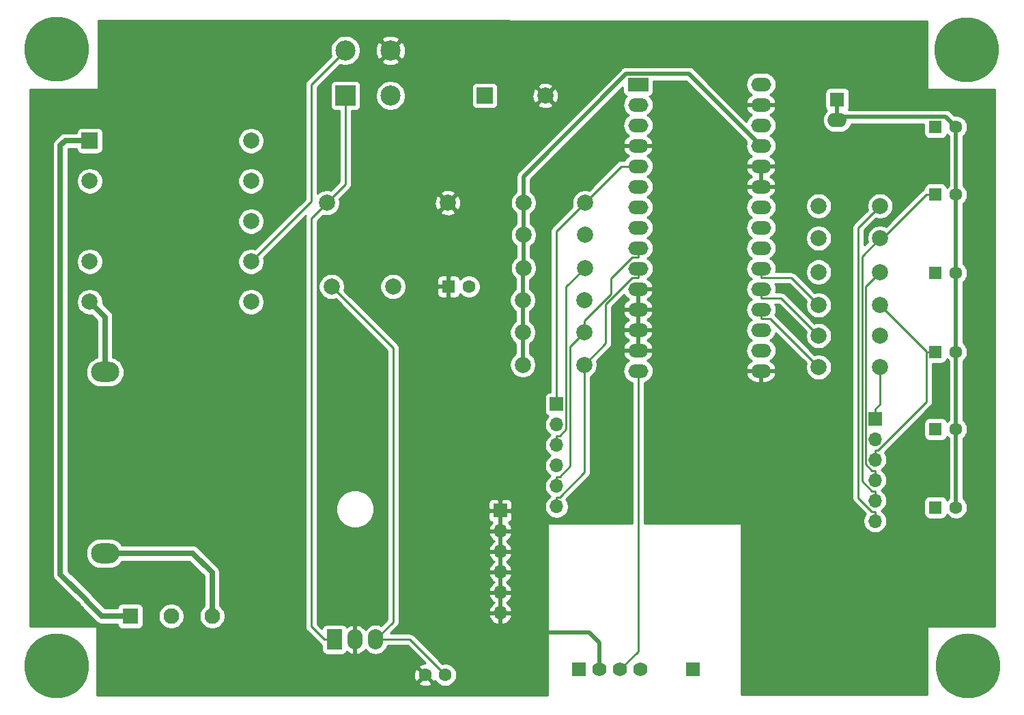
<source format=gbr>
%TF.GenerationSoftware,KiCad,Pcbnew,(5.1.8)-1*%
%TF.CreationDate,2021-12-10T09:08:05+01:00*%
%TF.ProjectId,Schema_Commande_Chacon_54650TX_V2,53636865-6d61-45f4-936f-6d6d616e6465,rev?*%
%TF.SameCoordinates,Original*%
%TF.FileFunction,Copper,L2,Bot*%
%TF.FilePolarity,Positive*%
%FSLAX46Y46*%
G04 Gerber Fmt 4.6, Leading zero omitted, Abs format (unit mm)*
G04 Created by KiCad (PCBNEW (5.1.8)-1) date 2021-12-10 09:08:05*
%MOMM*%
%LPD*%
G01*
G04 APERTURE LIST*
%TA.AperFunction,ComponentPad*%
%ADD10C,8.000000*%
%TD*%
%TA.AperFunction,ComponentPad*%
%ADD11O,1.900000X2.500000*%
%TD*%
%TA.AperFunction,ComponentPad*%
%ADD12R,1.900000X2.500000*%
%TD*%
%TA.AperFunction,ComponentPad*%
%ADD13C,2.000000*%
%TD*%
%TA.AperFunction,ComponentPad*%
%ADD14O,3.500000X2.500000*%
%TD*%
%TA.AperFunction,ComponentPad*%
%ADD15R,2.000000X2.000000*%
%TD*%
%TA.AperFunction,ComponentPad*%
%ADD16C,1.600000*%
%TD*%
%TA.AperFunction,ComponentPad*%
%ADD17C,2.500000*%
%TD*%
%TA.AperFunction,ComponentPad*%
%ADD18R,2.500000X2.500000*%
%TD*%
%TA.AperFunction,ComponentPad*%
%ADD19R,1.600000X1.600000*%
%TD*%
%TA.AperFunction,ComponentPad*%
%ADD20R,2.500000X1.700000*%
%TD*%
%TA.AperFunction,ComponentPad*%
%ADD21O,2.500000X1.700000*%
%TD*%
%TA.AperFunction,ComponentPad*%
%ADD22C,1.760000*%
%TD*%
%TA.AperFunction,ComponentPad*%
%ADD23R,1.760000X1.760000*%
%TD*%
%TA.AperFunction,ComponentPad*%
%ADD24O,2.400000X1.760000*%
%TD*%
%TA.AperFunction,ComponentPad*%
%ADD25R,1.950000X1.950000*%
%TD*%
%TA.AperFunction,ComponentPad*%
%ADD26C,1.950000*%
%TD*%
%TA.AperFunction,ComponentPad*%
%ADD27R,1.700000X1.700000*%
%TD*%
%TA.AperFunction,ComponentPad*%
%ADD28O,1.700000X1.700000*%
%TD*%
%TA.AperFunction,Conductor*%
%ADD29C,0.250000*%
%TD*%
%TA.AperFunction,Conductor*%
%ADD30C,0.500000*%
%TD*%
%TA.AperFunction,Conductor*%
%ADD31C,0.700000*%
%TD*%
%TA.AperFunction,Conductor*%
%ADD32C,0.254000*%
%TD*%
%TA.AperFunction,Conductor*%
%ADD33C,0.100000*%
%TD*%
G04 APERTURE END LIST*
D10*
%TO.P,3\u002C5mm,*%
%TO.N,*%
X44300000Y-120960000D03*
%TD*%
%TO.P,3\u002C5mm,*%
%TO.N,*%
X44300000Y-44460000D03*
%TD*%
%TO.P,3\u002C5mm,*%
%TO.N,*%
X157300000Y-120960000D03*
%TD*%
%TO.P,3\u002C5mm,*%
%TO.N,*%
X157140000Y-44510000D03*
%TD*%
D11*
%TO.P,U1,3*%
%TO.N,Net-(C3-Pad1)*%
X83840000Y-117710000D03*
%TO.P,U1,2*%
%TO.N,GND*%
X81300000Y-117710000D03*
D12*
%TO.P,U1,1*%
%TO.N,Net-(C1-Pad1)*%
X78760000Y-117710000D03*
%TD*%
D13*
%TO.P,C2,1*%
%TO.N,Net-(C1-Pad1)*%
X77800000Y-63500000D03*
%TO.P,C2,2*%
%TO.N,GND*%
X92800000Y-63500000D03*
%TD*%
D14*
%TO.P,F1,1*%
%TO.N,Net-(F1-Pad1)*%
X50300000Y-84500000D03*
%TO.P,F1,2*%
%TO.N,Net-(F1-Pad2)*%
X50300000Y-107000000D03*
%TD*%
D15*
%TO.P,C1,1*%
%TO.N,Net-(C1-Pad1)*%
X97400000Y-50200000D03*
D13*
%TO.P,C1,2*%
%TO.N,GND*%
X104900000Y-50200000D03*
%TD*%
D16*
%TO.P,C3,1*%
%TO.N,Net-(C3-Pad1)*%
X92500000Y-122100000D03*
%TO.P,C3,2*%
%TO.N,GND*%
X90000000Y-122100000D03*
%TD*%
D17*
%TO.P,D1,3*%
%TO.N,GND*%
X85700000Y-44600000D03*
D18*
%TO.P,D1,1*%
%TO.N,Net-(C1-Pad1)*%
X80100000Y-50200000D03*
D17*
%TO.P,D1,2*%
%TO.N,Net-(D1-Pad2)*%
X85700000Y-50200000D03*
%TO.P,D1,4*%
%TO.N,Net-(D1-Pad4)*%
X80100000Y-44600000D03*
%TD*%
D19*
%TO.P,D2,1*%
%TO.N,GND*%
X92900000Y-73900000D03*
D16*
%TO.P,D2,2*%
%TO.N,Net-(D2-Pad2)*%
X95440000Y-73900000D03*
%TD*%
D19*
%TO.P,D3,1*%
%TO.N,Net-(D3-Pad1)*%
X153300000Y-101300000D03*
D16*
%TO.P,D3,2*%
%TO.N,5V*%
X155840000Y-101300000D03*
%TD*%
%TO.P,D4,2*%
%TO.N,5V*%
X155840000Y-91600000D03*
D19*
%TO.P,D4,1*%
%TO.N,Net-(D4-Pad1)*%
X153300000Y-91600000D03*
%TD*%
%TO.P,D5,1*%
%TO.N,Net-(D5-Pad1)*%
X153300000Y-82000000D03*
D16*
%TO.P,D5,2*%
%TO.N,5V*%
X155840000Y-82000000D03*
%TD*%
%TO.P,D6,2*%
%TO.N,5V*%
X155840000Y-72200000D03*
D19*
%TO.P,D6,1*%
%TO.N,Net-(D6-Pad1)*%
X153300000Y-72200000D03*
%TD*%
%TO.P,D7,1*%
%TO.N,Net-(D7-Pad1)*%
X153300000Y-62500000D03*
D16*
%TO.P,D7,2*%
%TO.N,5V*%
X155840000Y-62500000D03*
%TD*%
%TO.P,D8,2*%
%TO.N,5V*%
X155840000Y-54100000D03*
D19*
%TO.P,D8,1*%
%TO.N,Net-(D8-Pad1)*%
X153300000Y-54100000D03*
%TD*%
D13*
%TO.P,R1,1*%
%TO.N,Net-(C3-Pad1)*%
X78400000Y-73900000D03*
%TO.P,R1,2*%
%TO.N,Net-(D2-Pad2)*%
X86020000Y-73900000D03*
%TD*%
%TO.P,R2,1*%
%TO.N,5V*%
X102200000Y-63500000D03*
%TO.P,R2,2*%
%TO.N,Net-(J3-Pad1)*%
X109820000Y-63500000D03*
%TD*%
%TO.P,R3,1*%
%TO.N,5V*%
X102200000Y-67500000D03*
%TO.P,R3,2*%
%TO.N,Net-(J3-Pad2)*%
X109820000Y-67500000D03*
%TD*%
%TO.P,R4,2*%
%TO.N,Net-(J3-Pad3)*%
X109820000Y-71600000D03*
%TO.P,R4,1*%
%TO.N,5V*%
X102200000Y-71600000D03*
%TD*%
%TO.P,R5,1*%
%TO.N,5V*%
X102100000Y-75600000D03*
%TO.P,R5,2*%
%TO.N,Net-(J3-Pad4)*%
X109720000Y-75600000D03*
%TD*%
%TO.P,R6,2*%
%TO.N,Net-(J3-Pad5)*%
X109720000Y-79600000D03*
%TO.P,R6,1*%
%TO.N,5V*%
X102100000Y-79600000D03*
%TD*%
%TO.P,R7,2*%
%TO.N,Net-(J3-Pad6)*%
X109720000Y-83600000D03*
%TO.P,R7,1*%
%TO.N,5V*%
X102100000Y-83600000D03*
%TD*%
%TO.P,R8,1*%
%TO.N,Net-(R8-Pad1)*%
X138800000Y-83900000D03*
%TO.P,R8,2*%
%TO.N,Net-(D3-Pad1)*%
X146420000Y-83900000D03*
%TD*%
%TO.P,R9,2*%
%TO.N,Net-(D4-Pad1)*%
X146420000Y-80000000D03*
%TO.P,R9,1*%
%TO.N,Net-(R9-Pad1)*%
X138800000Y-80000000D03*
%TD*%
%TO.P,R10,2*%
%TO.N,Net-(D5-Pad1)*%
X146420000Y-76200000D03*
%TO.P,R10,1*%
%TO.N,Net-(R10-Pad1)*%
X138800000Y-76200000D03*
%TD*%
%TO.P,R11,1*%
%TO.N,Net-(R11-Pad1)*%
X138800000Y-72100000D03*
%TO.P,R11,2*%
%TO.N,Net-(D6-Pad1)*%
X146420000Y-72100000D03*
%TD*%
%TO.P,R12,2*%
%TO.N,Net-(D7-Pad1)*%
X146420000Y-67900000D03*
%TO.P,R12,1*%
%TO.N,Net-(R12-Pad1)*%
X138800000Y-67900000D03*
%TD*%
%TO.P,R13,1*%
%TO.N,Net-(R13-Pad1)*%
X138800000Y-63900000D03*
%TO.P,R13,2*%
%TO.N,Net-(D8-Pad1)*%
X146420000Y-63900000D03*
%TD*%
D20*
%TO.P,U2,1*%
%TO.N,Net-(U2-Pad1)*%
X116400000Y-48800000D03*
D21*
%TO.P,U2,17*%
%TO.N,Net-(U2-Pad17)*%
X131640000Y-81820000D03*
%TO.P,U2,2*%
%TO.N,Net-(U2-Pad2)*%
X116400000Y-51340000D03*
%TO.P,U2,18*%
%TO.N,Net-(U2-Pad18)*%
X131640000Y-79280000D03*
%TO.P,U2,3*%
%TO.N,Net-(U2-Pad3)*%
X116400000Y-53880000D03*
%TO.P,U2,19*%
%TO.N,Net-(R8-Pad1)*%
X131640000Y-76740000D03*
%TO.P,U2,4*%
%TO.N,GND*%
X116400000Y-56420000D03*
%TO.P,U2,20*%
%TO.N,Net-(R9-Pad1)*%
X131640000Y-74200000D03*
%TO.P,U2,5*%
%TO.N,Net-(J3-Pad1)*%
X116400000Y-58960000D03*
%TO.P,U2,21*%
%TO.N,Net-(R10-Pad1)*%
X131640000Y-71660000D03*
%TO.P,U2,6*%
%TO.N,Net-(J3-Pad2)*%
X116400000Y-61500000D03*
%TO.P,U2,22*%
%TO.N,Net-(R11-Pad1)*%
X131640000Y-69120000D03*
%TO.P,U2,7*%
%TO.N,Net-(J3-Pad3)*%
X116400000Y-64040000D03*
%TO.P,U2,23*%
%TO.N,Net-(R12-Pad1)*%
X131640000Y-66580000D03*
%TO.P,U2,8*%
%TO.N,Net-(J3-Pad4)*%
X116400000Y-66580000D03*
%TO.P,U2,24*%
%TO.N,Net-(R13-Pad1)*%
X131640000Y-64040000D03*
%TO.P,U2,9*%
%TO.N,Net-(J3-Pad5)*%
X116400000Y-69120000D03*
%TO.P,U2,25*%
%TO.N,GND*%
X131640000Y-61500000D03*
%TO.P,U2,10*%
%TO.N,Net-(J3-Pad6)*%
X116400000Y-71660000D03*
%TO.P,U2,26*%
%TO.N,GND*%
X131640000Y-58960000D03*
%TO.P,U2,11*%
X116400000Y-74200000D03*
%TO.P,U2,27*%
%TO.N,5V*%
X131640000Y-56420000D03*
%TO.P,U2,12*%
%TO.N,GND*%
X116400000Y-76740000D03*
%TO.P,U2,28*%
%TO.N,Net-(U2-Pad28)*%
X131640000Y-53880000D03*
%TO.P,U2,13*%
%TO.N,GND*%
X116400000Y-79280000D03*
%TO.P,U2,29*%
X131640000Y-51340000D03*
%TO.P,U2,14*%
X116400000Y-81820000D03*
%TO.P,U2,30*%
%TO.N,Net-(C3-Pad1)*%
X131640000Y-48800000D03*
%TO.P,U2,15*%
%TO.N,Net-(U2-Pad15)*%
X116400000Y-84360000D03*
%TO.P,U2,16*%
%TO.N,GND*%
X131640000Y-84360000D03*
%TD*%
D22*
%TO.P,U3,4*%
%TO.N,Net-(J6-Pad1)*%
X116710000Y-121410000D03*
%TO.P,U3,3*%
%TO.N,Net-(U2-Pad15)*%
X114170000Y-121410000D03*
%TO.P,U3,2*%
%TO.N,GND*%
X111630000Y-121410000D03*
D23*
%TO.P,U3,1*%
%TO.N,5V*%
X109090000Y-121410000D03*
%TD*%
%TO.P,J5,1*%
%TO.N,5V*%
X141100000Y-50700000D03*
D24*
%TO.P,J5,2*%
X141100000Y-53240000D03*
%TD*%
D25*
%TO.P,J1,1*%
%TO.N,Net-(J1-Pad1)*%
X53420000Y-114800000D03*
D26*
%TO.P,J1,2*%
%TO.N,Net-(J1-Pad2)*%
X58500000Y-114800000D03*
%TO.P,J1,3*%
%TO.N,Net-(F1-Pad2)*%
X63580000Y-114800000D03*
%TD*%
D15*
%TO.P,TR1,1*%
%TO.N,Net-(J1-Pad1)*%
X48400000Y-55800000D03*
D13*
%TO.P,TR1,2*%
%TO.N,N/C*%
X48400000Y-60800000D03*
%TO.P,TR1,4*%
X48400000Y-70800000D03*
%TO.P,TR1,5*%
%TO.N,Net-(F1-Pad1)*%
X48400000Y-75800000D03*
%TO.P,TR1,6*%
%TO.N,N/C*%
X68400000Y-75800000D03*
%TO.P,TR1,7*%
%TO.N,Net-(D1-Pad4)*%
X68400000Y-70800000D03*
%TO.P,TR1,8*%
%TO.N,N/C*%
X68400000Y-65800000D03*
%TO.P,TR1,9*%
%TO.N,Net-(D1-Pad2)*%
X68400000Y-60800000D03*
%TO.P,TR1,10*%
%TO.N,N/C*%
X68400000Y-55800000D03*
%TD*%
D27*
%TO.P,J2,1*%
%TO.N,GND*%
X99300000Y-101710000D03*
D28*
%TO.P,J2,2*%
X99300000Y-104250000D03*
%TO.P,J2,3*%
X99300000Y-106790000D03*
%TO.P,J2,4*%
X99300000Y-109330000D03*
%TO.P,J2,5*%
X99300000Y-111870000D03*
%TO.P,J2,6*%
X99300000Y-114410000D03*
%TD*%
D27*
%TO.P,J3,1*%
%TO.N,Net-(J3-Pad1)*%
X106300000Y-88500000D03*
D28*
%TO.P,J3,2*%
%TO.N,Net-(J3-Pad2)*%
X106300000Y-91040000D03*
%TO.P,J3,3*%
%TO.N,Net-(J3-Pad3)*%
X106300000Y-93580000D03*
%TO.P,J3,4*%
%TO.N,Net-(J3-Pad4)*%
X106300000Y-96120000D03*
%TO.P,J3,5*%
%TO.N,Net-(J3-Pad5)*%
X106300000Y-98660000D03*
%TO.P,J3,6*%
%TO.N,Net-(J3-Pad6)*%
X106300000Y-101200000D03*
%TD*%
%TO.P,J4,6*%
%TO.N,Net-(D8-Pad1)*%
X145800000Y-103000000D03*
%TO.P,J4,5*%
%TO.N,Net-(D7-Pad1)*%
X145800000Y-100460000D03*
%TO.P,J4,4*%
%TO.N,Net-(D6-Pad1)*%
X145800000Y-97920000D03*
%TO.P,J4,3*%
%TO.N,Net-(D5-Pad1)*%
X145800000Y-95380000D03*
%TO.P,J4,2*%
%TO.N,Net-(D4-Pad1)*%
X145800000Y-92840000D03*
D27*
%TO.P,J4,1*%
%TO.N,Net-(D3-Pad1)*%
X145800000Y-90300000D03*
%TD*%
D23*
%TO.P,J6,1*%
%TO.N,Net-(J6-Pad1)*%
X123200000Y-121400000D03*
%TD*%
D29*
%TO.N,Net-(C1-Pad1)*%
X80100000Y-50200000D02*
X80100000Y-61200000D01*
X80100000Y-61200000D02*
X77800000Y-63500000D01*
X77484700Y-117710000D02*
X78760000Y-117710000D01*
X75860000Y-116085300D02*
X77484700Y-117710000D01*
X75860000Y-65440000D02*
X75860000Y-116085300D01*
X77800000Y-63500000D02*
X75860000Y-65440000D01*
%TO.N,Net-(C3-Pad1)*%
X92500000Y-122100000D02*
X88110000Y-117710000D01*
X88110000Y-117710000D02*
X83840000Y-117710000D01*
X86020000Y-115530000D02*
X83840000Y-117710000D01*
X86020000Y-81520000D02*
X86020000Y-115530000D01*
X78400000Y-73900000D02*
X86020000Y-81520000D01*
%TO.N,Net-(D1-Pad4)*%
X75860000Y-48840000D02*
X80100000Y-44600000D01*
X75860000Y-63340000D02*
X75860000Y-48840000D01*
X68400000Y-70800000D02*
X75860000Y-63340000D01*
%TO.N,Net-(D3-Pad1)*%
X145800000Y-90300000D02*
X145800000Y-89124700D01*
X145800000Y-89124700D02*
X146420000Y-88504700D01*
X146420000Y-88504700D02*
X146420000Y-83900000D01*
D30*
%TO.N,5V*%
X155840000Y-54100000D02*
X155840000Y-62500000D01*
X141100000Y-52836800D02*
X154576800Y-52836800D01*
X154576800Y-52836800D02*
X155840000Y-54100000D01*
X141100000Y-52836800D02*
X141100000Y-53240000D01*
X141100000Y-50700000D02*
X141100000Y-52836800D01*
X131640000Y-56420000D02*
X122719600Y-47499600D01*
X122719600Y-47499600D02*
X114948400Y-47499600D01*
X114948400Y-47499600D02*
X102200000Y-60248000D01*
X102200000Y-60248000D02*
X102200000Y-63500000D01*
X155840000Y-91600000D02*
X155840000Y-101300000D01*
X155840000Y-82000000D02*
X155840000Y-91600000D01*
X155840000Y-72200000D02*
X155840000Y-82000000D01*
X155840000Y-62500000D02*
X155840000Y-72200000D01*
X102200000Y-67500000D02*
X102200000Y-63500000D01*
X102200000Y-71600000D02*
X102200000Y-67500000D01*
X102100000Y-75600000D02*
X102100000Y-71700000D01*
X102100000Y-71700000D02*
X102200000Y-71600000D01*
X102100000Y-79600000D02*
X102100000Y-75600000D01*
X102100000Y-83600000D02*
X102100000Y-79600000D01*
D29*
%TO.N,Net-(D5-Pad1)*%
X145800000Y-95380000D02*
X145800000Y-94204700D01*
X145800000Y-94204700D02*
X146167300Y-94204700D01*
X146167300Y-94204700D02*
X152174700Y-88197300D01*
X152174700Y-88197300D02*
X152174700Y-82000000D01*
X153300000Y-82000000D02*
X152174700Y-82000000D01*
X146420000Y-76200000D02*
X152174700Y-81954700D01*
X152174700Y-81954700D02*
X152174700Y-82000000D01*
%TO.N,Net-(D6-Pad1)*%
X145800000Y-97920000D02*
X145800000Y-96744700D01*
X145800000Y-96744700D02*
X145432700Y-96744700D01*
X145432700Y-96744700D02*
X144624600Y-95936600D01*
X144624600Y-95936600D02*
X144624600Y-73895400D01*
X144624600Y-73895400D02*
X146420000Y-72100000D01*
%TO.N,Net-(D7-Pad1)*%
X145800000Y-100460000D02*
X145800000Y-99284700D01*
X145800000Y-99284700D02*
X145432700Y-99284700D01*
X145432700Y-99284700D02*
X144171300Y-98023300D01*
X144171300Y-98023300D02*
X144171300Y-70148700D01*
X144171300Y-70148700D02*
X146420000Y-67900000D01*
X146420000Y-67900000D02*
X146774700Y-67900000D01*
X146774700Y-67900000D02*
X152174700Y-62500000D01*
X153300000Y-62500000D02*
X152174700Y-62500000D01*
%TO.N,Net-(D8-Pad1)*%
X145800000Y-101824700D02*
X145432700Y-101824700D01*
X145432700Y-101824700D02*
X143717700Y-100109700D01*
X143717700Y-100109700D02*
X143717700Y-66602300D01*
X143717700Y-66602300D02*
X146420000Y-63900000D01*
X145800000Y-103000000D02*
X145800000Y-101824700D01*
D31*
%TO.N,Net-(F1-Pad1)*%
X48400000Y-75800000D02*
X50300000Y-77700000D01*
X50300000Y-77700000D02*
X50300000Y-84500000D01*
%TO.N,Net-(F1-Pad2)*%
X50300000Y-107000000D02*
X61166800Y-107000000D01*
X63580000Y-109413200D02*
X63580000Y-114800000D01*
X61166800Y-107000000D02*
X63580000Y-109413200D01*
%TO.N,Net-(J1-Pad1)*%
X53420000Y-114800000D02*
X49891400Y-114800000D01*
X47999990Y-112908590D02*
X47999990Y-112857790D01*
X49891400Y-114800000D02*
X47999990Y-112908590D01*
X47999990Y-112857790D02*
X44745000Y-109602800D01*
X44745000Y-109602800D02*
X44745000Y-56415200D01*
X45360200Y-55800000D02*
X48400000Y-55800000D01*
X44745000Y-56415200D02*
X45360200Y-55800000D01*
D29*
%TO.N,Net-(J3-Pad1)*%
X116400000Y-58960000D02*
X114360000Y-58960000D01*
X114360000Y-58960000D02*
X109820000Y-63500000D01*
X106300000Y-88500000D02*
X106300000Y-67020000D01*
X106300000Y-67020000D02*
X109820000Y-63500000D01*
%TO.N,Net-(J3-Pad3)*%
X106300000Y-93580000D02*
X106300000Y-92404700D01*
X106300000Y-92404700D02*
X106667400Y-92404700D01*
X106667400Y-92404700D02*
X107475300Y-91596800D01*
X107475300Y-91596800D02*
X107475300Y-73944700D01*
X107475300Y-73944700D02*
X109820000Y-71600000D01*
%TO.N,Net-(J3-Pad5)*%
X109720000Y-79600000D02*
X109720000Y-78143800D01*
X109720000Y-78143800D02*
X113046100Y-74817700D01*
X113046100Y-74817700D02*
X113046100Y-72914600D01*
X113046100Y-72914600D02*
X115665400Y-70295300D01*
X115665400Y-70295300D02*
X116400000Y-70295300D01*
X106300000Y-97484700D02*
X106667300Y-97484700D01*
X106667300Y-97484700D02*
X108000900Y-96151100D01*
X108000900Y-96151100D02*
X108000900Y-81319100D01*
X108000900Y-81319100D02*
X109720000Y-79600000D01*
X116400000Y-69120000D02*
X116400000Y-70295300D01*
X106300000Y-98660000D02*
X106300000Y-97484700D01*
%TO.N,Net-(J3-Pad6)*%
X116400000Y-71660000D02*
X116400000Y-72835300D01*
X116400000Y-72835300D02*
X115665400Y-72835300D01*
X115665400Y-72835300D02*
X112394600Y-76106100D01*
X112394600Y-76106100D02*
X112394600Y-80925400D01*
X112394600Y-80925400D02*
X109720000Y-83600000D01*
X106300000Y-101200000D02*
X106300000Y-100024700D01*
X106300000Y-100024700D02*
X106667300Y-100024700D01*
X106667300Y-100024700D02*
X109720000Y-96972000D01*
X109720000Y-96972000D02*
X109720000Y-83600000D01*
%TO.N,Net-(R8-Pad1)*%
X131640000Y-76740000D02*
X131640000Y-77915300D01*
X131640000Y-77915300D02*
X132815300Y-77915300D01*
X132815300Y-77915300D02*
X138800000Y-83900000D01*
%TO.N,Net-(R9-Pad1)*%
X131640000Y-74200000D02*
X131640000Y-75375300D01*
X131640000Y-75375300D02*
X134175300Y-75375300D01*
X134175300Y-75375300D02*
X138800000Y-80000000D01*
%TO.N,Net-(R10-Pad1)*%
X131640000Y-71660000D02*
X131640000Y-72835300D01*
X131640000Y-72835300D02*
X135435300Y-72835300D01*
X135435300Y-72835300D02*
X138800000Y-76200000D01*
%TO.N,Net-(U2-Pad15)*%
X114170000Y-121410000D02*
X116400000Y-119180000D01*
X116400000Y-119180000D02*
X116400000Y-84360000D01*
D30*
%TO.N,GND*%
X111630000Y-121410000D02*
X111630000Y-118118600D01*
X111630000Y-118118600D02*
X110353200Y-116841800D01*
X110353200Y-116841800D02*
X101666400Y-116841800D01*
X101666400Y-116841800D02*
X102047400Y-116841800D01*
%TD*%
D32*
%TO.N,GND*%
X152273000Y-40952539D02*
X152273000Y-49310000D01*
X152275440Y-49334776D01*
X152282667Y-49358601D01*
X152294403Y-49380557D01*
X152310197Y-49399803D01*
X152329443Y-49415597D01*
X152351399Y-49427333D01*
X152375224Y-49434560D01*
X152400000Y-49437000D01*
X160640000Y-49437000D01*
X160640001Y-116083000D01*
X152400000Y-116083000D01*
X152375224Y-116085440D01*
X152351399Y-116092667D01*
X152329443Y-116104403D01*
X152310197Y-116120197D01*
X152294403Y-116139443D01*
X152282667Y-116161399D01*
X152275440Y-116185224D01*
X152273000Y-116210000D01*
X152273000Y-124547461D01*
X129227000Y-124566507D01*
X129227000Y-103410000D01*
X129224560Y-103385224D01*
X129217333Y-103361399D01*
X129205597Y-103339443D01*
X129189803Y-103320197D01*
X129170557Y-103304403D01*
X129148601Y-103292667D01*
X129124776Y-103285440D01*
X129100000Y-103283000D01*
X117160000Y-103283000D01*
X117160000Y-85802616D01*
X117371034Y-85738599D01*
X117629014Y-85600706D01*
X117855134Y-85415134D01*
X118040706Y-85189014D01*
X118178599Y-84931034D01*
X118243559Y-84716890D01*
X129798524Y-84716890D01*
X129819437Y-84810953D01*
X129934709Y-85079426D01*
X130100143Y-85320252D01*
X130309381Y-85524176D01*
X130554382Y-85683361D01*
X130825731Y-85791690D01*
X131113000Y-85845000D01*
X131513000Y-85845000D01*
X131513000Y-84487000D01*
X131767000Y-84487000D01*
X131767000Y-85845000D01*
X132167000Y-85845000D01*
X132454269Y-85791690D01*
X132725618Y-85683361D01*
X132970619Y-85524176D01*
X133179857Y-85320252D01*
X133345291Y-85079426D01*
X133460563Y-84810953D01*
X133481476Y-84716890D01*
X133360155Y-84487000D01*
X131767000Y-84487000D01*
X131513000Y-84487000D01*
X129919845Y-84487000D01*
X129798524Y-84716890D01*
X118243559Y-84716890D01*
X118263513Y-84651111D01*
X118292185Y-84360000D01*
X118263513Y-84068889D01*
X118178599Y-83788966D01*
X118040706Y-83530986D01*
X117855134Y-83304866D01*
X117629014Y-83119294D01*
X117570663Y-83088105D01*
X117730619Y-82984176D01*
X117939857Y-82780252D01*
X118105291Y-82539426D01*
X118220563Y-82270953D01*
X118241476Y-82176890D01*
X118120155Y-81947000D01*
X116527000Y-81947000D01*
X116527000Y-81967000D01*
X116273000Y-81967000D01*
X116273000Y-81947000D01*
X114679845Y-81947000D01*
X114558524Y-82176890D01*
X114579437Y-82270953D01*
X114694709Y-82539426D01*
X114860143Y-82780252D01*
X115069381Y-82984176D01*
X115229337Y-83088105D01*
X115170986Y-83119294D01*
X114944866Y-83304866D01*
X114759294Y-83530986D01*
X114621401Y-83788966D01*
X114536487Y-84068889D01*
X114507815Y-84360000D01*
X114536487Y-84651111D01*
X114621401Y-84931034D01*
X114759294Y-85189014D01*
X114944866Y-85415134D01*
X115170986Y-85600706D01*
X115428966Y-85738599D01*
X115640001Y-85802616D01*
X115640000Y-103283000D01*
X105300000Y-103283000D01*
X105275224Y-103285440D01*
X105251399Y-103292667D01*
X105229443Y-103304403D01*
X105210197Y-103320197D01*
X105194403Y-103339443D01*
X105182667Y-103361399D01*
X105175440Y-103385224D01*
X105173000Y-103410000D01*
X105173000Y-124586387D01*
X49327000Y-124632541D01*
X49327000Y-123092702D01*
X89186903Y-123092702D01*
X89258486Y-123336671D01*
X89513996Y-123457571D01*
X89788184Y-123526300D01*
X90070512Y-123540217D01*
X90350130Y-123498787D01*
X90616292Y-123403603D01*
X90741514Y-123336671D01*
X90813097Y-123092702D01*
X90000000Y-122279605D01*
X89186903Y-123092702D01*
X49327000Y-123092702D01*
X49327000Y-122170512D01*
X88559783Y-122170512D01*
X88601213Y-122450130D01*
X88696397Y-122716292D01*
X88763329Y-122841514D01*
X89007298Y-122913097D01*
X89820395Y-122100000D01*
X89007298Y-121286903D01*
X88763329Y-121358486D01*
X88642429Y-121613996D01*
X88573700Y-121888184D01*
X88559783Y-122170512D01*
X49327000Y-122170512D01*
X49327000Y-116210000D01*
X49324560Y-116185224D01*
X49317333Y-116161399D01*
X49305597Y-116139443D01*
X49289803Y-116120197D01*
X49270557Y-116104403D01*
X49248601Y-116092667D01*
X49224776Y-116085440D01*
X49200000Y-116083000D01*
X40960000Y-116083000D01*
X40960000Y-56415200D01*
X43755235Y-56415200D01*
X43760001Y-56463590D01*
X43760000Y-109554420D01*
X43755235Y-109602800D01*
X43760000Y-109651179D01*
X43774253Y-109795893D01*
X43830576Y-109981566D01*
X43922040Y-110152684D01*
X44045130Y-110302670D01*
X44082716Y-110333516D01*
X47141844Y-113392645D01*
X47177030Y-113458474D01*
X47300120Y-113608460D01*
X47337706Y-113639306D01*
X49160689Y-115462290D01*
X49191530Y-115499870D01*
X49229109Y-115530710D01*
X49341516Y-115622960D01*
X49512633Y-115714424D01*
X49698306Y-115770747D01*
X49891400Y-115789765D01*
X49939780Y-115785000D01*
X51807913Y-115785000D01*
X51819188Y-115899482D01*
X51855498Y-116019180D01*
X51914463Y-116129494D01*
X51993815Y-116226185D01*
X52090506Y-116305537D01*
X52200820Y-116364502D01*
X52320518Y-116400812D01*
X52445000Y-116413072D01*
X54395000Y-116413072D01*
X54519482Y-116400812D01*
X54639180Y-116364502D01*
X54749494Y-116305537D01*
X54846185Y-116226185D01*
X54925537Y-116129494D01*
X54984502Y-116019180D01*
X55020812Y-115899482D01*
X55033072Y-115775000D01*
X55033072Y-114641429D01*
X56890000Y-114641429D01*
X56890000Y-114958571D01*
X56951871Y-115269620D01*
X57073237Y-115562621D01*
X57249431Y-115826315D01*
X57473685Y-116050569D01*
X57737379Y-116226763D01*
X58030380Y-116348129D01*
X58341429Y-116410000D01*
X58658571Y-116410000D01*
X58969620Y-116348129D01*
X59262621Y-116226763D01*
X59526315Y-116050569D01*
X59750569Y-115826315D01*
X59926763Y-115562621D01*
X60048129Y-115269620D01*
X60110000Y-114958571D01*
X60110000Y-114641429D01*
X60048129Y-114330380D01*
X59926763Y-114037379D01*
X59750569Y-113773685D01*
X59526315Y-113549431D01*
X59262621Y-113373237D01*
X58969620Y-113251871D01*
X58658571Y-113190000D01*
X58341429Y-113190000D01*
X58030380Y-113251871D01*
X57737379Y-113373237D01*
X57473685Y-113549431D01*
X57249431Y-113773685D01*
X57073237Y-114037379D01*
X56951871Y-114330380D01*
X56890000Y-114641429D01*
X55033072Y-114641429D01*
X55033072Y-113825000D01*
X55020812Y-113700518D01*
X54984502Y-113580820D01*
X54925537Y-113470506D01*
X54846185Y-113373815D01*
X54749494Y-113294463D01*
X54639180Y-113235498D01*
X54519482Y-113199188D01*
X54395000Y-113186928D01*
X52445000Y-113186928D01*
X52320518Y-113199188D01*
X52200820Y-113235498D01*
X52090506Y-113294463D01*
X51993815Y-113373815D01*
X51914463Y-113470506D01*
X51855498Y-113580820D01*
X51819188Y-113700518D01*
X51807913Y-113815000D01*
X50299401Y-113815000D01*
X48858137Y-112373737D01*
X48822950Y-112307906D01*
X48699860Y-112157920D01*
X48662280Y-112127079D01*
X45730000Y-109194800D01*
X45730000Y-107000000D01*
X47905880Y-107000000D01*
X47942275Y-107369524D01*
X48050061Y-107724848D01*
X48225097Y-108052317D01*
X48460655Y-108339345D01*
X48747683Y-108574903D01*
X49075152Y-108749939D01*
X49430476Y-108857725D01*
X49707403Y-108885000D01*
X50892597Y-108885000D01*
X51169524Y-108857725D01*
X51524848Y-108749939D01*
X51852317Y-108574903D01*
X52139345Y-108339345D01*
X52374903Y-108052317D01*
X52410885Y-107985000D01*
X60758800Y-107985000D01*
X62595000Y-109821200D01*
X62595001Y-113521825D01*
X62553685Y-113549431D01*
X62329431Y-113773685D01*
X62153237Y-114037379D01*
X62031871Y-114330380D01*
X61970000Y-114641429D01*
X61970000Y-114958571D01*
X62031871Y-115269620D01*
X62153237Y-115562621D01*
X62329431Y-115826315D01*
X62553685Y-116050569D01*
X62817379Y-116226763D01*
X63110380Y-116348129D01*
X63421429Y-116410000D01*
X63738571Y-116410000D01*
X64049620Y-116348129D01*
X64342621Y-116226763D01*
X64606315Y-116050569D01*
X64830569Y-115826315D01*
X65006763Y-115562621D01*
X65128129Y-115269620D01*
X65190000Y-114958571D01*
X65190000Y-114641429D01*
X65128129Y-114330380D01*
X65006763Y-114037379D01*
X64830569Y-113773685D01*
X64606315Y-113549431D01*
X64565000Y-113521825D01*
X64565000Y-109461579D01*
X64569765Y-109413199D01*
X64550747Y-109220105D01*
X64494424Y-109034433D01*
X64461646Y-108973110D01*
X64402960Y-108863316D01*
X64279870Y-108713330D01*
X64242284Y-108682484D01*
X61897516Y-106337716D01*
X61866670Y-106300130D01*
X61716684Y-106177040D01*
X61545567Y-106085576D01*
X61359894Y-106029253D01*
X61215180Y-106015000D01*
X61166800Y-106010235D01*
X61118420Y-106015000D01*
X52410885Y-106015000D01*
X52374903Y-105947683D01*
X52139345Y-105660655D01*
X51852317Y-105425097D01*
X51524848Y-105250061D01*
X51169524Y-105142275D01*
X50892597Y-105115000D01*
X49707403Y-105115000D01*
X49430476Y-105142275D01*
X49075152Y-105250061D01*
X48747683Y-105425097D01*
X48460655Y-105660655D01*
X48225097Y-105947683D01*
X48050061Y-106275152D01*
X47942275Y-106630476D01*
X47905880Y-107000000D01*
X45730000Y-107000000D01*
X45730000Y-75638967D01*
X46765000Y-75638967D01*
X46765000Y-75961033D01*
X46827832Y-76276912D01*
X46951082Y-76574463D01*
X47130013Y-76842252D01*
X47357748Y-77069987D01*
X47625537Y-77248918D01*
X47923088Y-77372168D01*
X48238967Y-77435000D01*
X48561033Y-77435000D01*
X48628566Y-77421567D01*
X49315000Y-78108001D01*
X49315001Y-82677304D01*
X49075152Y-82750061D01*
X48747683Y-82925097D01*
X48460655Y-83160655D01*
X48225097Y-83447683D01*
X48050061Y-83775152D01*
X47942275Y-84130476D01*
X47905880Y-84500000D01*
X47942275Y-84869524D01*
X48050061Y-85224848D01*
X48225097Y-85552317D01*
X48460655Y-85839345D01*
X48747683Y-86074903D01*
X49075152Y-86249939D01*
X49430476Y-86357725D01*
X49707403Y-86385000D01*
X50892597Y-86385000D01*
X51169524Y-86357725D01*
X51524848Y-86249939D01*
X51852317Y-86074903D01*
X52139345Y-85839345D01*
X52374903Y-85552317D01*
X52549939Y-85224848D01*
X52657725Y-84869524D01*
X52694120Y-84500000D01*
X52657725Y-84130476D01*
X52549939Y-83775152D01*
X52374903Y-83447683D01*
X52139345Y-83160655D01*
X51852317Y-82925097D01*
X51524848Y-82750061D01*
X51285000Y-82677304D01*
X51285000Y-77748380D01*
X51289765Y-77700000D01*
X51270747Y-77506906D01*
X51214424Y-77321233D01*
X51122960Y-77150116D01*
X51030710Y-77037709D01*
X50999870Y-77000130D01*
X50962290Y-76969289D01*
X50021567Y-76028566D01*
X50035000Y-75961033D01*
X50035000Y-75638967D01*
X66765000Y-75638967D01*
X66765000Y-75961033D01*
X66827832Y-76276912D01*
X66951082Y-76574463D01*
X67130013Y-76842252D01*
X67357748Y-77069987D01*
X67625537Y-77248918D01*
X67923088Y-77372168D01*
X68238967Y-77435000D01*
X68561033Y-77435000D01*
X68876912Y-77372168D01*
X69174463Y-77248918D01*
X69442252Y-77069987D01*
X69669987Y-76842252D01*
X69848918Y-76574463D01*
X69972168Y-76276912D01*
X70035000Y-75961033D01*
X70035000Y-75638967D01*
X69972168Y-75323088D01*
X69848918Y-75025537D01*
X69669987Y-74757748D01*
X69442252Y-74530013D01*
X69174463Y-74351082D01*
X68876912Y-74227832D01*
X68561033Y-74165000D01*
X68238967Y-74165000D01*
X67923088Y-74227832D01*
X67625537Y-74351082D01*
X67357748Y-74530013D01*
X67130013Y-74757748D01*
X66951082Y-75025537D01*
X66827832Y-75323088D01*
X66765000Y-75638967D01*
X50035000Y-75638967D01*
X49972168Y-75323088D01*
X49848918Y-75025537D01*
X49669987Y-74757748D01*
X49442252Y-74530013D01*
X49174463Y-74351082D01*
X48876912Y-74227832D01*
X48561033Y-74165000D01*
X48238967Y-74165000D01*
X47923088Y-74227832D01*
X47625537Y-74351082D01*
X47357748Y-74530013D01*
X47130013Y-74757748D01*
X46951082Y-75025537D01*
X46827832Y-75323088D01*
X46765000Y-75638967D01*
X45730000Y-75638967D01*
X45730000Y-70638967D01*
X46765000Y-70638967D01*
X46765000Y-70961033D01*
X46827832Y-71276912D01*
X46951082Y-71574463D01*
X47130013Y-71842252D01*
X47357748Y-72069987D01*
X47625537Y-72248918D01*
X47923088Y-72372168D01*
X48238967Y-72435000D01*
X48561033Y-72435000D01*
X48876912Y-72372168D01*
X49174463Y-72248918D01*
X49442252Y-72069987D01*
X49669987Y-71842252D01*
X49848918Y-71574463D01*
X49972168Y-71276912D01*
X50035000Y-70961033D01*
X50035000Y-70638967D01*
X66765000Y-70638967D01*
X66765000Y-70961033D01*
X66827832Y-71276912D01*
X66951082Y-71574463D01*
X67130013Y-71842252D01*
X67357748Y-72069987D01*
X67625537Y-72248918D01*
X67923088Y-72372168D01*
X68238967Y-72435000D01*
X68561033Y-72435000D01*
X68876912Y-72372168D01*
X69174463Y-72248918D01*
X69442252Y-72069987D01*
X69669987Y-71842252D01*
X69848918Y-71574463D01*
X69972168Y-71276912D01*
X70035000Y-70961033D01*
X70035000Y-70638967D01*
X69972168Y-70323088D01*
X69966177Y-70308624D01*
X75185925Y-65088877D01*
X75154454Y-65147754D01*
X75110997Y-65291015D01*
X75100000Y-65402668D01*
X75100000Y-65402678D01*
X75096324Y-65440000D01*
X75100000Y-65477322D01*
X75100001Y-116047967D01*
X75096324Y-116085300D01*
X75100001Y-116122633D01*
X75110998Y-116234286D01*
X75124180Y-116277742D01*
X75154454Y-116377546D01*
X75225026Y-116509576D01*
X75296201Y-116596302D01*
X75320000Y-116625301D01*
X75348998Y-116649099D01*
X76920900Y-118221002D01*
X76944699Y-118250001D01*
X77060424Y-118344974D01*
X77171928Y-118404575D01*
X77171928Y-118960000D01*
X77184188Y-119084482D01*
X77220498Y-119204180D01*
X77279463Y-119314494D01*
X77358815Y-119411185D01*
X77455506Y-119490537D01*
X77565820Y-119549502D01*
X77685518Y-119585812D01*
X77810000Y-119598072D01*
X79710000Y-119598072D01*
X79834482Y-119585812D01*
X79954180Y-119549502D01*
X80064494Y-119490537D01*
X80161185Y-119411185D01*
X80240537Y-119314494D01*
X80284865Y-119231564D01*
X80525017Y-119398436D01*
X80810779Y-119522949D01*
X80927412Y-119550586D01*
X81173000Y-119430584D01*
X81173000Y-117837000D01*
X81153000Y-117837000D01*
X81153000Y-117583000D01*
X81173000Y-117583000D01*
X81173000Y-115989416D01*
X80927412Y-115869414D01*
X80810779Y-115897051D01*
X80525017Y-116021564D01*
X80284865Y-116188436D01*
X80240537Y-116105506D01*
X80161185Y-116008815D01*
X80064494Y-115929463D01*
X79954180Y-115870498D01*
X79834482Y-115834188D01*
X79710000Y-115821928D01*
X77810000Y-115821928D01*
X77685518Y-115834188D01*
X77565820Y-115870498D01*
X77455506Y-115929463D01*
X77358815Y-116008815D01*
X77279463Y-116105506D01*
X77220498Y-116215820D01*
X77184382Y-116334880D01*
X76620000Y-115770499D01*
X76620000Y-101275098D01*
X78915000Y-101275098D01*
X78915000Y-101744902D01*
X79006654Y-102205679D01*
X79186440Y-102639721D01*
X79447450Y-103030349D01*
X79779651Y-103362550D01*
X80170279Y-103623560D01*
X80604321Y-103803346D01*
X81065098Y-103895000D01*
X81534902Y-103895000D01*
X81995679Y-103803346D01*
X82429721Y-103623560D01*
X82820349Y-103362550D01*
X83152550Y-103030349D01*
X83413560Y-102639721D01*
X83593346Y-102205679D01*
X83685000Y-101744902D01*
X83685000Y-101275098D01*
X83593346Y-100814321D01*
X83413560Y-100380279D01*
X83152550Y-99989651D01*
X82820349Y-99657450D01*
X82429721Y-99396440D01*
X81995679Y-99216654D01*
X81534902Y-99125000D01*
X81065098Y-99125000D01*
X80604321Y-99216654D01*
X80170279Y-99396440D01*
X79779651Y-99657450D01*
X79447450Y-99989651D01*
X79186440Y-100380279D01*
X79006654Y-100814321D01*
X78915000Y-101275098D01*
X76620000Y-101275098D01*
X76620000Y-73738967D01*
X76765000Y-73738967D01*
X76765000Y-74061033D01*
X76827832Y-74376912D01*
X76951082Y-74674463D01*
X77130013Y-74942252D01*
X77357748Y-75169987D01*
X77625537Y-75348918D01*
X77923088Y-75472168D01*
X78238967Y-75535000D01*
X78561033Y-75535000D01*
X78876912Y-75472168D01*
X78891376Y-75466177D01*
X85260000Y-81834802D01*
X85260001Y-115215197D01*
X84506277Y-115968921D01*
X84449487Y-115938566D01*
X84150713Y-115847934D01*
X83840000Y-115817331D01*
X83529286Y-115847934D01*
X83230512Y-115938566D01*
X82955161Y-116085744D01*
X82713813Y-116283813D01*
X82569967Y-116459090D01*
X82547322Y-116423825D01*
X82330962Y-116199434D01*
X82074983Y-116021564D01*
X81789221Y-115897051D01*
X81672588Y-115869414D01*
X81427000Y-115989416D01*
X81427000Y-117583000D01*
X81447000Y-117583000D01*
X81447000Y-117837000D01*
X81427000Y-117837000D01*
X81427000Y-119430584D01*
X81672588Y-119550586D01*
X81789221Y-119522949D01*
X82074983Y-119398436D01*
X82330962Y-119220566D01*
X82547322Y-118996175D01*
X82569967Y-118960910D01*
X82713813Y-119136187D01*
X82955162Y-119334256D01*
X83230513Y-119481434D01*
X83529287Y-119572066D01*
X83840000Y-119602669D01*
X84150714Y-119572066D01*
X84449488Y-119481434D01*
X84724839Y-119334256D01*
X84966187Y-119136187D01*
X85164256Y-118894839D01*
X85311434Y-118619488D01*
X85356780Y-118470000D01*
X87795199Y-118470000D01*
X89987859Y-120662660D01*
X89929488Y-120659783D01*
X89649870Y-120701213D01*
X89383708Y-120796397D01*
X89258486Y-120863329D01*
X89186903Y-121107298D01*
X90000000Y-121920395D01*
X90014143Y-121906253D01*
X90193748Y-122085858D01*
X90179605Y-122100000D01*
X90992702Y-122913097D01*
X91236671Y-122841514D01*
X91250324Y-122812659D01*
X91385363Y-123014759D01*
X91585241Y-123214637D01*
X91820273Y-123371680D01*
X92081426Y-123479853D01*
X92358665Y-123535000D01*
X92641335Y-123535000D01*
X92918574Y-123479853D01*
X93179727Y-123371680D01*
X93414759Y-123214637D01*
X93614637Y-123014759D01*
X93771680Y-122779727D01*
X93879853Y-122518574D01*
X93935000Y-122241335D01*
X93935000Y-121958665D01*
X93879853Y-121681426D01*
X93771680Y-121420273D01*
X93614637Y-121185241D01*
X93414759Y-120985363D01*
X93179727Y-120828320D01*
X92918574Y-120720147D01*
X92641335Y-120665000D01*
X92358665Y-120665000D01*
X92176114Y-120701312D01*
X88673804Y-117199003D01*
X88650001Y-117169999D01*
X88534276Y-117075026D01*
X88402247Y-117004454D01*
X88258986Y-116960997D01*
X88147333Y-116950000D01*
X88147322Y-116950000D01*
X88110000Y-116946324D01*
X88072678Y-116950000D01*
X85674802Y-116950000D01*
X86531003Y-116093799D01*
X86560001Y-116070001D01*
X86654974Y-115954276D01*
X86725546Y-115822247D01*
X86769003Y-115678986D01*
X86780000Y-115567333D01*
X86783677Y-115530000D01*
X86780000Y-115492667D01*
X86780000Y-114766890D01*
X97858524Y-114766890D01*
X97903175Y-114914099D01*
X98028359Y-115176920D01*
X98202412Y-115410269D01*
X98418645Y-115605178D01*
X98668748Y-115754157D01*
X98943109Y-115851481D01*
X99173000Y-115730814D01*
X99173000Y-114537000D01*
X99427000Y-114537000D01*
X99427000Y-115730814D01*
X99656891Y-115851481D01*
X99931252Y-115754157D01*
X100181355Y-115605178D01*
X100397588Y-115410269D01*
X100571641Y-115176920D01*
X100696825Y-114914099D01*
X100741476Y-114766890D01*
X100620155Y-114537000D01*
X99427000Y-114537000D01*
X99173000Y-114537000D01*
X97979845Y-114537000D01*
X97858524Y-114766890D01*
X86780000Y-114766890D01*
X86780000Y-112226890D01*
X97858524Y-112226890D01*
X97903175Y-112374099D01*
X98028359Y-112636920D01*
X98202412Y-112870269D01*
X98418645Y-113065178D01*
X98544255Y-113140000D01*
X98418645Y-113214822D01*
X98202412Y-113409731D01*
X98028359Y-113643080D01*
X97903175Y-113905901D01*
X97858524Y-114053110D01*
X97979845Y-114283000D01*
X99173000Y-114283000D01*
X99173000Y-111997000D01*
X99427000Y-111997000D01*
X99427000Y-114283000D01*
X100620155Y-114283000D01*
X100741476Y-114053110D01*
X100696825Y-113905901D01*
X100571641Y-113643080D01*
X100397588Y-113409731D01*
X100181355Y-113214822D01*
X100055745Y-113140000D01*
X100181355Y-113065178D01*
X100397588Y-112870269D01*
X100571641Y-112636920D01*
X100696825Y-112374099D01*
X100741476Y-112226890D01*
X100620155Y-111997000D01*
X99427000Y-111997000D01*
X99173000Y-111997000D01*
X97979845Y-111997000D01*
X97858524Y-112226890D01*
X86780000Y-112226890D01*
X86780000Y-109686890D01*
X97858524Y-109686890D01*
X97903175Y-109834099D01*
X98028359Y-110096920D01*
X98202412Y-110330269D01*
X98418645Y-110525178D01*
X98544255Y-110600000D01*
X98418645Y-110674822D01*
X98202412Y-110869731D01*
X98028359Y-111103080D01*
X97903175Y-111365901D01*
X97858524Y-111513110D01*
X97979845Y-111743000D01*
X99173000Y-111743000D01*
X99173000Y-109457000D01*
X99427000Y-109457000D01*
X99427000Y-111743000D01*
X100620155Y-111743000D01*
X100741476Y-111513110D01*
X100696825Y-111365901D01*
X100571641Y-111103080D01*
X100397588Y-110869731D01*
X100181355Y-110674822D01*
X100055745Y-110600000D01*
X100181355Y-110525178D01*
X100397588Y-110330269D01*
X100571641Y-110096920D01*
X100696825Y-109834099D01*
X100741476Y-109686890D01*
X100620155Y-109457000D01*
X99427000Y-109457000D01*
X99173000Y-109457000D01*
X97979845Y-109457000D01*
X97858524Y-109686890D01*
X86780000Y-109686890D01*
X86780000Y-107146890D01*
X97858524Y-107146890D01*
X97903175Y-107294099D01*
X98028359Y-107556920D01*
X98202412Y-107790269D01*
X98418645Y-107985178D01*
X98544255Y-108060000D01*
X98418645Y-108134822D01*
X98202412Y-108329731D01*
X98028359Y-108563080D01*
X97903175Y-108825901D01*
X97858524Y-108973110D01*
X97979845Y-109203000D01*
X99173000Y-109203000D01*
X99173000Y-106917000D01*
X99427000Y-106917000D01*
X99427000Y-109203000D01*
X100620155Y-109203000D01*
X100741476Y-108973110D01*
X100696825Y-108825901D01*
X100571641Y-108563080D01*
X100397588Y-108329731D01*
X100181355Y-108134822D01*
X100055745Y-108060000D01*
X100181355Y-107985178D01*
X100397588Y-107790269D01*
X100571641Y-107556920D01*
X100696825Y-107294099D01*
X100741476Y-107146890D01*
X100620155Y-106917000D01*
X99427000Y-106917000D01*
X99173000Y-106917000D01*
X97979845Y-106917000D01*
X97858524Y-107146890D01*
X86780000Y-107146890D01*
X86780000Y-104606890D01*
X97858524Y-104606890D01*
X97903175Y-104754099D01*
X98028359Y-105016920D01*
X98202412Y-105250269D01*
X98418645Y-105445178D01*
X98544255Y-105520000D01*
X98418645Y-105594822D01*
X98202412Y-105789731D01*
X98028359Y-106023080D01*
X97903175Y-106285901D01*
X97858524Y-106433110D01*
X97979845Y-106663000D01*
X99173000Y-106663000D01*
X99173000Y-104377000D01*
X99427000Y-104377000D01*
X99427000Y-106663000D01*
X100620155Y-106663000D01*
X100741476Y-106433110D01*
X100696825Y-106285901D01*
X100571641Y-106023080D01*
X100397588Y-105789731D01*
X100181355Y-105594822D01*
X100055745Y-105520000D01*
X100181355Y-105445178D01*
X100397588Y-105250269D01*
X100571641Y-105016920D01*
X100696825Y-104754099D01*
X100741476Y-104606890D01*
X100620155Y-104377000D01*
X99427000Y-104377000D01*
X99173000Y-104377000D01*
X97979845Y-104377000D01*
X97858524Y-104606890D01*
X86780000Y-104606890D01*
X86780000Y-102560000D01*
X97811928Y-102560000D01*
X97824188Y-102684482D01*
X97860498Y-102804180D01*
X97919463Y-102914494D01*
X97998815Y-103011185D01*
X98095506Y-103090537D01*
X98205820Y-103149502D01*
X98286466Y-103173966D01*
X98202412Y-103249731D01*
X98028359Y-103483080D01*
X97903175Y-103745901D01*
X97858524Y-103893110D01*
X97979845Y-104123000D01*
X99173000Y-104123000D01*
X99173000Y-101837000D01*
X99427000Y-101837000D01*
X99427000Y-104123000D01*
X100620155Y-104123000D01*
X100741476Y-103893110D01*
X100696825Y-103745901D01*
X100571641Y-103483080D01*
X100397588Y-103249731D01*
X100313534Y-103173966D01*
X100394180Y-103149502D01*
X100504494Y-103090537D01*
X100601185Y-103011185D01*
X100680537Y-102914494D01*
X100739502Y-102804180D01*
X100775812Y-102684482D01*
X100788072Y-102560000D01*
X100785000Y-101995750D01*
X100626250Y-101837000D01*
X99427000Y-101837000D01*
X99173000Y-101837000D01*
X97973750Y-101837000D01*
X97815000Y-101995750D01*
X97811928Y-102560000D01*
X86780000Y-102560000D01*
X86780000Y-100860000D01*
X97811928Y-100860000D01*
X97815000Y-101424250D01*
X97973750Y-101583000D01*
X99173000Y-101583000D01*
X99173000Y-100383750D01*
X99427000Y-100383750D01*
X99427000Y-101583000D01*
X100626250Y-101583000D01*
X100785000Y-101424250D01*
X100788072Y-100860000D01*
X100775812Y-100735518D01*
X100739502Y-100615820D01*
X100680537Y-100505506D01*
X100601185Y-100408815D01*
X100504494Y-100329463D01*
X100394180Y-100270498D01*
X100274482Y-100234188D01*
X100150000Y-100221928D01*
X99585750Y-100225000D01*
X99427000Y-100383750D01*
X99173000Y-100383750D01*
X99014250Y-100225000D01*
X98450000Y-100221928D01*
X98325518Y-100234188D01*
X98205820Y-100270498D01*
X98095506Y-100329463D01*
X97998815Y-100408815D01*
X97919463Y-100505506D01*
X97860498Y-100615820D01*
X97824188Y-100735518D01*
X97811928Y-100860000D01*
X86780000Y-100860000D01*
X86780000Y-87650000D01*
X104811928Y-87650000D01*
X104811928Y-89350000D01*
X104824188Y-89474482D01*
X104860498Y-89594180D01*
X104919463Y-89704494D01*
X104998815Y-89801185D01*
X105095506Y-89880537D01*
X105205820Y-89939502D01*
X105278380Y-89961513D01*
X105146525Y-90093368D01*
X104984010Y-90336589D01*
X104872068Y-90606842D01*
X104815000Y-90893740D01*
X104815000Y-91186260D01*
X104872068Y-91473158D01*
X104984010Y-91743411D01*
X105146525Y-91986632D01*
X105353368Y-92193475D01*
X105527760Y-92310000D01*
X105353368Y-92426525D01*
X105146525Y-92633368D01*
X104984010Y-92876589D01*
X104872068Y-93146842D01*
X104815000Y-93433740D01*
X104815000Y-93726260D01*
X104872068Y-94013158D01*
X104984010Y-94283411D01*
X105146525Y-94526632D01*
X105353368Y-94733475D01*
X105527760Y-94850000D01*
X105353368Y-94966525D01*
X105146525Y-95173368D01*
X104984010Y-95416589D01*
X104872068Y-95686842D01*
X104815000Y-95973740D01*
X104815000Y-96266260D01*
X104872068Y-96553158D01*
X104984010Y-96823411D01*
X105146525Y-97066632D01*
X105353368Y-97273475D01*
X105527760Y-97390000D01*
X105353368Y-97506525D01*
X105146525Y-97713368D01*
X104984010Y-97956589D01*
X104872068Y-98226842D01*
X104815000Y-98513740D01*
X104815000Y-98806260D01*
X104872068Y-99093158D01*
X104984010Y-99363411D01*
X105146525Y-99606632D01*
X105353368Y-99813475D01*
X105527760Y-99930000D01*
X105353368Y-100046525D01*
X105146525Y-100253368D01*
X104984010Y-100496589D01*
X104872068Y-100766842D01*
X104815000Y-101053740D01*
X104815000Y-101346260D01*
X104872068Y-101633158D01*
X104984010Y-101903411D01*
X105146525Y-102146632D01*
X105353368Y-102353475D01*
X105596589Y-102515990D01*
X105866842Y-102627932D01*
X106153740Y-102685000D01*
X106446260Y-102685000D01*
X106733158Y-102627932D01*
X107003411Y-102515990D01*
X107246632Y-102353475D01*
X107453475Y-102146632D01*
X107615990Y-101903411D01*
X107727932Y-101633158D01*
X107785000Y-101346260D01*
X107785000Y-101053740D01*
X107727932Y-100766842D01*
X107615990Y-100496589D01*
X107477491Y-100289310D01*
X110231004Y-97535798D01*
X110260001Y-97512001D01*
X110354974Y-97396276D01*
X110425546Y-97264247D01*
X110469003Y-97120986D01*
X110480000Y-97009333D01*
X110480000Y-97009325D01*
X110483676Y-96972000D01*
X110480000Y-96934675D01*
X110480000Y-85054909D01*
X110494463Y-85048918D01*
X110762252Y-84869987D01*
X110989987Y-84642252D01*
X111168918Y-84374463D01*
X111292168Y-84076912D01*
X111355000Y-83761033D01*
X111355000Y-83438967D01*
X111292168Y-83123088D01*
X111286177Y-83108624D01*
X112905603Y-81489199D01*
X112934601Y-81465401D01*
X113029574Y-81349676D01*
X113100146Y-81217647D01*
X113143603Y-81074386D01*
X113154600Y-80962733D01*
X113158277Y-80925400D01*
X113154600Y-80888067D01*
X113154600Y-79636890D01*
X114558524Y-79636890D01*
X114579437Y-79730953D01*
X114694709Y-79999426D01*
X114860143Y-80240252D01*
X115069381Y-80444176D01*
X115232254Y-80550000D01*
X115069381Y-80655824D01*
X114860143Y-80859748D01*
X114694709Y-81100574D01*
X114579437Y-81369047D01*
X114558524Y-81463110D01*
X114679845Y-81693000D01*
X116273000Y-81693000D01*
X116273000Y-79407000D01*
X116527000Y-79407000D01*
X116527000Y-81693000D01*
X118120155Y-81693000D01*
X118241476Y-81463110D01*
X118220563Y-81369047D01*
X118105291Y-81100574D01*
X117939857Y-80859748D01*
X117730619Y-80655824D01*
X117567746Y-80550000D01*
X117730619Y-80444176D01*
X117939857Y-80240252D01*
X118105291Y-79999426D01*
X118220563Y-79730953D01*
X118241476Y-79636890D01*
X118120155Y-79407000D01*
X116527000Y-79407000D01*
X116273000Y-79407000D01*
X114679845Y-79407000D01*
X114558524Y-79636890D01*
X113154600Y-79636890D01*
X113154600Y-77096890D01*
X114558524Y-77096890D01*
X114579437Y-77190953D01*
X114694709Y-77459426D01*
X114860143Y-77700252D01*
X115069381Y-77904176D01*
X115232254Y-78010000D01*
X115069381Y-78115824D01*
X114860143Y-78319748D01*
X114694709Y-78560574D01*
X114579437Y-78829047D01*
X114558524Y-78923110D01*
X114679845Y-79153000D01*
X116273000Y-79153000D01*
X116273000Y-76867000D01*
X116527000Y-76867000D01*
X116527000Y-79153000D01*
X118120155Y-79153000D01*
X118241476Y-78923110D01*
X118220563Y-78829047D01*
X118105291Y-78560574D01*
X117939857Y-78319748D01*
X117730619Y-78115824D01*
X117567746Y-78010000D01*
X117730619Y-77904176D01*
X117939857Y-77700252D01*
X118105291Y-77459426D01*
X118220563Y-77190953D01*
X118241476Y-77096890D01*
X118120155Y-76867000D01*
X116527000Y-76867000D01*
X116273000Y-76867000D01*
X114679845Y-76867000D01*
X114558524Y-77096890D01*
X113154600Y-77096890D01*
X113154600Y-76420901D01*
X114683104Y-74892398D01*
X114694709Y-74919426D01*
X114860143Y-75160252D01*
X115069381Y-75364176D01*
X115232254Y-75470000D01*
X115069381Y-75575824D01*
X114860143Y-75779748D01*
X114694709Y-76020574D01*
X114579437Y-76289047D01*
X114558524Y-76383110D01*
X114679845Y-76613000D01*
X116273000Y-76613000D01*
X116273000Y-74327000D01*
X116527000Y-74327000D01*
X116527000Y-76613000D01*
X118120155Y-76613000D01*
X118241476Y-76383110D01*
X118220563Y-76289047D01*
X118105291Y-76020574D01*
X117939857Y-75779748D01*
X117730619Y-75575824D01*
X117567746Y-75470000D01*
X117730619Y-75364176D01*
X117939857Y-75160252D01*
X118105291Y-74919426D01*
X118220563Y-74650953D01*
X118241476Y-74556890D01*
X118120155Y-74327000D01*
X116527000Y-74327000D01*
X116273000Y-74327000D01*
X116253000Y-74327000D01*
X116253000Y-74073000D01*
X116273000Y-74073000D01*
X116273000Y-74053000D01*
X116527000Y-74053000D01*
X116527000Y-74073000D01*
X118120155Y-74073000D01*
X118241476Y-73843110D01*
X118220563Y-73749047D01*
X118105291Y-73480574D01*
X117939857Y-73239748D01*
X117730619Y-73035824D01*
X117570663Y-72931895D01*
X117629014Y-72900706D01*
X117855134Y-72715134D01*
X118040706Y-72489014D01*
X118178599Y-72231034D01*
X118263513Y-71951111D01*
X118292185Y-71660000D01*
X118263513Y-71368889D01*
X118178599Y-71088966D01*
X118040706Y-70830986D01*
X117855134Y-70604866D01*
X117629014Y-70419294D01*
X117574209Y-70390000D01*
X117629014Y-70360706D01*
X117855134Y-70175134D01*
X118040706Y-69949014D01*
X118178599Y-69691034D01*
X118263513Y-69411111D01*
X118292185Y-69120000D01*
X118263513Y-68828889D01*
X118178599Y-68548966D01*
X118040706Y-68290986D01*
X117855134Y-68064866D01*
X117629014Y-67879294D01*
X117574209Y-67850000D01*
X117629014Y-67820706D01*
X117855134Y-67635134D01*
X118040706Y-67409014D01*
X118178599Y-67151034D01*
X118263513Y-66871111D01*
X118292185Y-66580000D01*
X118263513Y-66288889D01*
X118178599Y-66008966D01*
X118040706Y-65750986D01*
X117855134Y-65524866D01*
X117629014Y-65339294D01*
X117574209Y-65310000D01*
X117629014Y-65280706D01*
X117855134Y-65095134D01*
X118040706Y-64869014D01*
X118178599Y-64611034D01*
X118263513Y-64331111D01*
X118292185Y-64040000D01*
X129747815Y-64040000D01*
X129776487Y-64331111D01*
X129861401Y-64611034D01*
X129999294Y-64869014D01*
X130184866Y-65095134D01*
X130410986Y-65280706D01*
X130465791Y-65310000D01*
X130410986Y-65339294D01*
X130184866Y-65524866D01*
X129999294Y-65750986D01*
X129861401Y-66008966D01*
X129776487Y-66288889D01*
X129747815Y-66580000D01*
X129776487Y-66871111D01*
X129861401Y-67151034D01*
X129999294Y-67409014D01*
X130184866Y-67635134D01*
X130410986Y-67820706D01*
X130465791Y-67850000D01*
X130410986Y-67879294D01*
X130184866Y-68064866D01*
X129999294Y-68290986D01*
X129861401Y-68548966D01*
X129776487Y-68828889D01*
X129747815Y-69120000D01*
X129776487Y-69411111D01*
X129861401Y-69691034D01*
X129999294Y-69949014D01*
X130184866Y-70175134D01*
X130410986Y-70360706D01*
X130465791Y-70390000D01*
X130410986Y-70419294D01*
X130184866Y-70604866D01*
X129999294Y-70830986D01*
X129861401Y-71088966D01*
X129776487Y-71368889D01*
X129747815Y-71660000D01*
X129776487Y-71951111D01*
X129861401Y-72231034D01*
X129999294Y-72489014D01*
X130184866Y-72715134D01*
X130410986Y-72900706D01*
X130465791Y-72930000D01*
X130410986Y-72959294D01*
X130184866Y-73144866D01*
X129999294Y-73370986D01*
X129861401Y-73628966D01*
X129776487Y-73908889D01*
X129747815Y-74200000D01*
X129776487Y-74491111D01*
X129861401Y-74771034D01*
X129999294Y-75029014D01*
X130184866Y-75255134D01*
X130410986Y-75440706D01*
X130465791Y-75470000D01*
X130410986Y-75499294D01*
X130184866Y-75684866D01*
X129999294Y-75910986D01*
X129861401Y-76168966D01*
X129776487Y-76448889D01*
X129747815Y-76740000D01*
X129776487Y-77031111D01*
X129861401Y-77311034D01*
X129999294Y-77569014D01*
X130184866Y-77795134D01*
X130410986Y-77980706D01*
X130465791Y-78010000D01*
X130410986Y-78039294D01*
X130184866Y-78224866D01*
X129999294Y-78450986D01*
X129861401Y-78708966D01*
X129776487Y-78988889D01*
X129747815Y-79280000D01*
X129776487Y-79571111D01*
X129861401Y-79851034D01*
X129999294Y-80109014D01*
X130184866Y-80335134D01*
X130410986Y-80520706D01*
X130465791Y-80550000D01*
X130410986Y-80579294D01*
X130184866Y-80764866D01*
X129999294Y-80990986D01*
X129861401Y-81248966D01*
X129776487Y-81528889D01*
X129747815Y-81820000D01*
X129776487Y-82111111D01*
X129861401Y-82391034D01*
X129999294Y-82649014D01*
X130184866Y-82875134D01*
X130410986Y-83060706D01*
X130469337Y-83091895D01*
X130309381Y-83195824D01*
X130100143Y-83399748D01*
X129934709Y-83640574D01*
X129819437Y-83909047D01*
X129798524Y-84003110D01*
X129919845Y-84233000D01*
X131513000Y-84233000D01*
X131513000Y-84213000D01*
X131767000Y-84213000D01*
X131767000Y-84233000D01*
X133360155Y-84233000D01*
X133481476Y-84003110D01*
X133460563Y-83909047D01*
X133345291Y-83640574D01*
X133179857Y-83399748D01*
X132970619Y-83195824D01*
X132810663Y-83091895D01*
X132869014Y-83060706D01*
X133095134Y-82875134D01*
X133280706Y-82649014D01*
X133418599Y-82391034D01*
X133503513Y-82111111D01*
X133532185Y-81820000D01*
X133503513Y-81528889D01*
X133418599Y-81248966D01*
X133280706Y-80990986D01*
X133095134Y-80764866D01*
X132869014Y-80579294D01*
X132814209Y-80550000D01*
X132869014Y-80520706D01*
X133095134Y-80335134D01*
X133280706Y-80109014D01*
X133418599Y-79851034D01*
X133478562Y-79653363D01*
X137233823Y-83408625D01*
X137227832Y-83423088D01*
X137165000Y-83738967D01*
X137165000Y-84061033D01*
X137227832Y-84376912D01*
X137351082Y-84674463D01*
X137530013Y-84942252D01*
X137757748Y-85169987D01*
X138025537Y-85348918D01*
X138323088Y-85472168D01*
X138638967Y-85535000D01*
X138961033Y-85535000D01*
X139276912Y-85472168D01*
X139574463Y-85348918D01*
X139842252Y-85169987D01*
X140069987Y-84942252D01*
X140248918Y-84674463D01*
X140372168Y-84376912D01*
X140435000Y-84061033D01*
X140435000Y-83738967D01*
X140372168Y-83423088D01*
X140248918Y-83125537D01*
X140069987Y-82857748D01*
X139842252Y-82630013D01*
X139574463Y-82451082D01*
X139276912Y-82327832D01*
X138961033Y-82265000D01*
X138638967Y-82265000D01*
X138323088Y-82327832D01*
X138308625Y-82333823D01*
X133379104Y-77404303D01*
X133372831Y-77396660D01*
X133418599Y-77311034D01*
X133503513Y-77031111D01*
X133532185Y-76740000D01*
X133503513Y-76448889D01*
X133418599Y-76168966D01*
X133400604Y-76135300D01*
X133860499Y-76135300D01*
X137233823Y-79508625D01*
X137227832Y-79523088D01*
X137165000Y-79838967D01*
X137165000Y-80161033D01*
X137227832Y-80476912D01*
X137351082Y-80774463D01*
X137530013Y-81042252D01*
X137757748Y-81269987D01*
X138025537Y-81448918D01*
X138323088Y-81572168D01*
X138638967Y-81635000D01*
X138961033Y-81635000D01*
X139276912Y-81572168D01*
X139574463Y-81448918D01*
X139842252Y-81269987D01*
X140069987Y-81042252D01*
X140248918Y-80774463D01*
X140372168Y-80476912D01*
X140435000Y-80161033D01*
X140435000Y-79838967D01*
X140372168Y-79523088D01*
X140248918Y-79225537D01*
X140069987Y-78957748D01*
X139842252Y-78730013D01*
X139574463Y-78551082D01*
X139276912Y-78427832D01*
X138961033Y-78365000D01*
X138638967Y-78365000D01*
X138323088Y-78427832D01*
X138308625Y-78433823D01*
X134739104Y-74864303D01*
X134715301Y-74835299D01*
X134599576Y-74740326D01*
X134467547Y-74669754D01*
X134324286Y-74626297D01*
X134212633Y-74615300D01*
X134212622Y-74615300D01*
X134175300Y-74611624D01*
X134137978Y-74615300D01*
X133465841Y-74615300D01*
X133503513Y-74491111D01*
X133532185Y-74200000D01*
X133503513Y-73908889D01*
X133418599Y-73628966D01*
X133400604Y-73595300D01*
X135120499Y-73595300D01*
X137233823Y-75708625D01*
X137227832Y-75723088D01*
X137165000Y-76038967D01*
X137165000Y-76361033D01*
X137227832Y-76676912D01*
X137351082Y-76974463D01*
X137530013Y-77242252D01*
X137757748Y-77469987D01*
X138025537Y-77648918D01*
X138323088Y-77772168D01*
X138638967Y-77835000D01*
X138961033Y-77835000D01*
X139276912Y-77772168D01*
X139574463Y-77648918D01*
X139842252Y-77469987D01*
X140069987Y-77242252D01*
X140248918Y-76974463D01*
X140372168Y-76676912D01*
X140435000Y-76361033D01*
X140435000Y-76038967D01*
X140372168Y-75723088D01*
X140248918Y-75425537D01*
X140069987Y-75157748D01*
X139842252Y-74930013D01*
X139574463Y-74751082D01*
X139276912Y-74627832D01*
X138961033Y-74565000D01*
X138638967Y-74565000D01*
X138323088Y-74627832D01*
X138308625Y-74633823D01*
X135999104Y-72324303D01*
X135975301Y-72295299D01*
X135859576Y-72200326D01*
X135727547Y-72129754D01*
X135584286Y-72086297D01*
X135472633Y-72075300D01*
X135472622Y-72075300D01*
X135435300Y-72071624D01*
X135397978Y-72075300D01*
X133465841Y-72075300D01*
X133503513Y-71951111D01*
X133504709Y-71938967D01*
X137165000Y-71938967D01*
X137165000Y-72261033D01*
X137227832Y-72576912D01*
X137351082Y-72874463D01*
X137530013Y-73142252D01*
X137757748Y-73369987D01*
X138025537Y-73548918D01*
X138323088Y-73672168D01*
X138638967Y-73735000D01*
X138961033Y-73735000D01*
X139276912Y-73672168D01*
X139574463Y-73548918D01*
X139842252Y-73369987D01*
X140069987Y-73142252D01*
X140248918Y-72874463D01*
X140372168Y-72576912D01*
X140435000Y-72261033D01*
X140435000Y-71938967D01*
X140372168Y-71623088D01*
X140248918Y-71325537D01*
X140069987Y-71057748D01*
X139842252Y-70830013D01*
X139574463Y-70651082D01*
X139276912Y-70527832D01*
X138961033Y-70465000D01*
X138638967Y-70465000D01*
X138323088Y-70527832D01*
X138025537Y-70651082D01*
X137757748Y-70830013D01*
X137530013Y-71057748D01*
X137351082Y-71325537D01*
X137227832Y-71623088D01*
X137165000Y-71938967D01*
X133504709Y-71938967D01*
X133532185Y-71660000D01*
X133503513Y-71368889D01*
X133418599Y-71088966D01*
X133280706Y-70830986D01*
X133095134Y-70604866D01*
X132869014Y-70419294D01*
X132814209Y-70390000D01*
X132869014Y-70360706D01*
X133095134Y-70175134D01*
X133280706Y-69949014D01*
X133418599Y-69691034D01*
X133503513Y-69411111D01*
X133532185Y-69120000D01*
X133503513Y-68828889D01*
X133418599Y-68548966D01*
X133280706Y-68290986D01*
X133095134Y-68064866D01*
X132869014Y-67879294D01*
X132814209Y-67850000D01*
X132869014Y-67820706D01*
X132968613Y-67738967D01*
X137165000Y-67738967D01*
X137165000Y-68061033D01*
X137227832Y-68376912D01*
X137351082Y-68674463D01*
X137530013Y-68942252D01*
X137757748Y-69169987D01*
X138025537Y-69348918D01*
X138323088Y-69472168D01*
X138638967Y-69535000D01*
X138961033Y-69535000D01*
X139276912Y-69472168D01*
X139574463Y-69348918D01*
X139842252Y-69169987D01*
X140069987Y-68942252D01*
X140248918Y-68674463D01*
X140372168Y-68376912D01*
X140435000Y-68061033D01*
X140435000Y-67738967D01*
X140372168Y-67423088D01*
X140248918Y-67125537D01*
X140069987Y-66857748D01*
X139842252Y-66630013D01*
X139574463Y-66451082D01*
X139276912Y-66327832D01*
X138961033Y-66265000D01*
X138638967Y-66265000D01*
X138323088Y-66327832D01*
X138025537Y-66451082D01*
X137757748Y-66630013D01*
X137530013Y-66857748D01*
X137351082Y-67125537D01*
X137227832Y-67423088D01*
X137165000Y-67738967D01*
X132968613Y-67738967D01*
X133095134Y-67635134D01*
X133280706Y-67409014D01*
X133418599Y-67151034D01*
X133503513Y-66871111D01*
X133532185Y-66580000D01*
X133503513Y-66288889D01*
X133418599Y-66008966D01*
X133280706Y-65750986D01*
X133095134Y-65524866D01*
X132869014Y-65339294D01*
X132814209Y-65310000D01*
X132869014Y-65280706D01*
X133095134Y-65095134D01*
X133280706Y-64869014D01*
X133418599Y-64611034D01*
X133503513Y-64331111D01*
X133532185Y-64040000D01*
X133503513Y-63748889D01*
X133500504Y-63738967D01*
X137165000Y-63738967D01*
X137165000Y-64061033D01*
X137227832Y-64376912D01*
X137351082Y-64674463D01*
X137530013Y-64942252D01*
X137757748Y-65169987D01*
X138025537Y-65348918D01*
X138323088Y-65472168D01*
X138638967Y-65535000D01*
X138961033Y-65535000D01*
X139276912Y-65472168D01*
X139574463Y-65348918D01*
X139842252Y-65169987D01*
X140069987Y-64942252D01*
X140248918Y-64674463D01*
X140372168Y-64376912D01*
X140435000Y-64061033D01*
X140435000Y-63738967D01*
X140372168Y-63423088D01*
X140248918Y-63125537D01*
X140069987Y-62857748D01*
X139842252Y-62630013D01*
X139574463Y-62451082D01*
X139276912Y-62327832D01*
X138961033Y-62265000D01*
X138638967Y-62265000D01*
X138323088Y-62327832D01*
X138025537Y-62451082D01*
X137757748Y-62630013D01*
X137530013Y-62857748D01*
X137351082Y-63125537D01*
X137227832Y-63423088D01*
X137165000Y-63738967D01*
X133500504Y-63738967D01*
X133418599Y-63468966D01*
X133280706Y-63210986D01*
X133095134Y-62984866D01*
X132869014Y-62799294D01*
X132810663Y-62768105D01*
X132970619Y-62664176D01*
X133179857Y-62460252D01*
X133345291Y-62219426D01*
X133460563Y-61950953D01*
X133481476Y-61856890D01*
X133360155Y-61627000D01*
X131767000Y-61627000D01*
X131767000Y-61647000D01*
X131513000Y-61647000D01*
X131513000Y-61627000D01*
X129919845Y-61627000D01*
X129798524Y-61856890D01*
X129819437Y-61950953D01*
X129934709Y-62219426D01*
X130100143Y-62460252D01*
X130309381Y-62664176D01*
X130469337Y-62768105D01*
X130410986Y-62799294D01*
X130184866Y-62984866D01*
X129999294Y-63210986D01*
X129861401Y-63468966D01*
X129776487Y-63748889D01*
X129747815Y-64040000D01*
X118292185Y-64040000D01*
X118263513Y-63748889D01*
X118178599Y-63468966D01*
X118040706Y-63210986D01*
X117855134Y-62984866D01*
X117629014Y-62799294D01*
X117574209Y-62770000D01*
X117629014Y-62740706D01*
X117855134Y-62555134D01*
X118040706Y-62329014D01*
X118178599Y-62071034D01*
X118263513Y-61791111D01*
X118292185Y-61500000D01*
X118263513Y-61208889D01*
X118178599Y-60928966D01*
X118040706Y-60670986D01*
X117855134Y-60444866D01*
X117629014Y-60259294D01*
X117574209Y-60230000D01*
X117629014Y-60200706D01*
X117855134Y-60015134D01*
X118040706Y-59789014D01*
X118178599Y-59531034D01*
X118243559Y-59316890D01*
X129798524Y-59316890D01*
X129819437Y-59410953D01*
X129934709Y-59679426D01*
X130100143Y-59920252D01*
X130309381Y-60124176D01*
X130472254Y-60230000D01*
X130309381Y-60335824D01*
X130100143Y-60539748D01*
X129934709Y-60780574D01*
X129819437Y-61049047D01*
X129798524Y-61143110D01*
X129919845Y-61373000D01*
X131513000Y-61373000D01*
X131513000Y-59087000D01*
X131767000Y-59087000D01*
X131767000Y-61373000D01*
X133360155Y-61373000D01*
X133481476Y-61143110D01*
X133460563Y-61049047D01*
X133345291Y-60780574D01*
X133179857Y-60539748D01*
X132970619Y-60335824D01*
X132807746Y-60230000D01*
X132970619Y-60124176D01*
X133179857Y-59920252D01*
X133345291Y-59679426D01*
X133460563Y-59410953D01*
X133481476Y-59316890D01*
X133360155Y-59087000D01*
X131767000Y-59087000D01*
X131513000Y-59087000D01*
X129919845Y-59087000D01*
X129798524Y-59316890D01*
X118243559Y-59316890D01*
X118263513Y-59251111D01*
X118292185Y-58960000D01*
X118263513Y-58668889D01*
X118178599Y-58388966D01*
X118040706Y-58130986D01*
X117855134Y-57904866D01*
X117629014Y-57719294D01*
X117570663Y-57688105D01*
X117730619Y-57584176D01*
X117939857Y-57380252D01*
X118105291Y-57139426D01*
X118220563Y-56870953D01*
X118241476Y-56776890D01*
X118120155Y-56547000D01*
X116527000Y-56547000D01*
X116527000Y-56567000D01*
X116273000Y-56567000D01*
X116273000Y-56547000D01*
X114679845Y-56547000D01*
X114558524Y-56776890D01*
X114579437Y-56870953D01*
X114694709Y-57139426D01*
X114860143Y-57380252D01*
X115069381Y-57584176D01*
X115229337Y-57688105D01*
X115170986Y-57719294D01*
X114944866Y-57904866D01*
X114759294Y-58130986D01*
X114722405Y-58200000D01*
X114397333Y-58200000D01*
X114360000Y-58196323D01*
X114322667Y-58200000D01*
X114211014Y-58210997D01*
X114067753Y-58254454D01*
X113935724Y-58325026D01*
X113819999Y-58419999D01*
X113796201Y-58448997D01*
X110311376Y-61933823D01*
X110296912Y-61927832D01*
X109981033Y-61865000D01*
X109658967Y-61865000D01*
X109343088Y-61927832D01*
X109045537Y-62051082D01*
X108777748Y-62230013D01*
X108550013Y-62457748D01*
X108371082Y-62725537D01*
X108247832Y-63023088D01*
X108185000Y-63338967D01*
X108185000Y-63661033D01*
X108247832Y-63976912D01*
X108253823Y-63991375D01*
X105788998Y-66456201D01*
X105760000Y-66479999D01*
X105736202Y-66508997D01*
X105736201Y-66508998D01*
X105665026Y-66595724D01*
X105594454Y-66727754D01*
X105584494Y-66760589D01*
X105550998Y-66871014D01*
X105550981Y-66871183D01*
X105536324Y-67020000D01*
X105540001Y-67057333D01*
X105540000Y-87011928D01*
X105450000Y-87011928D01*
X105325518Y-87024188D01*
X105205820Y-87060498D01*
X105095506Y-87119463D01*
X104998815Y-87198815D01*
X104919463Y-87295506D01*
X104860498Y-87405820D01*
X104824188Y-87525518D01*
X104811928Y-87650000D01*
X86780000Y-87650000D01*
X86780000Y-81557322D01*
X86783676Y-81519999D01*
X86780000Y-81482676D01*
X86780000Y-81482667D01*
X86769003Y-81371014D01*
X86725546Y-81227753D01*
X86654974Y-81095724D01*
X86560001Y-80979999D01*
X86531004Y-80956202D01*
X79966177Y-74391376D01*
X79972168Y-74376912D01*
X80035000Y-74061033D01*
X80035000Y-73738967D01*
X84385000Y-73738967D01*
X84385000Y-74061033D01*
X84447832Y-74376912D01*
X84571082Y-74674463D01*
X84750013Y-74942252D01*
X84977748Y-75169987D01*
X85245537Y-75348918D01*
X85543088Y-75472168D01*
X85858967Y-75535000D01*
X86181033Y-75535000D01*
X86496912Y-75472168D01*
X86577066Y-75438967D01*
X100465000Y-75438967D01*
X100465000Y-75761033D01*
X100527832Y-76076912D01*
X100651082Y-76374463D01*
X100830013Y-76642252D01*
X101057748Y-76869987D01*
X101215001Y-76975060D01*
X101215000Y-78224940D01*
X101057748Y-78330013D01*
X100830013Y-78557748D01*
X100651082Y-78825537D01*
X100527832Y-79123088D01*
X100465000Y-79438967D01*
X100465000Y-79761033D01*
X100527832Y-80076912D01*
X100651082Y-80374463D01*
X100830013Y-80642252D01*
X101057748Y-80869987D01*
X101215001Y-80975060D01*
X101215000Y-82224940D01*
X101057748Y-82330013D01*
X100830013Y-82557748D01*
X100651082Y-82825537D01*
X100527832Y-83123088D01*
X100465000Y-83438967D01*
X100465000Y-83761033D01*
X100527832Y-84076912D01*
X100651082Y-84374463D01*
X100830013Y-84642252D01*
X101057748Y-84869987D01*
X101325537Y-85048918D01*
X101623088Y-85172168D01*
X101938967Y-85235000D01*
X102261033Y-85235000D01*
X102576912Y-85172168D01*
X102874463Y-85048918D01*
X103142252Y-84869987D01*
X103369987Y-84642252D01*
X103548918Y-84374463D01*
X103672168Y-84076912D01*
X103735000Y-83761033D01*
X103735000Y-83438967D01*
X103672168Y-83123088D01*
X103548918Y-82825537D01*
X103369987Y-82557748D01*
X103142252Y-82330013D01*
X102985000Y-82224941D01*
X102985000Y-80975059D01*
X103142252Y-80869987D01*
X103369987Y-80642252D01*
X103548918Y-80374463D01*
X103672168Y-80076912D01*
X103735000Y-79761033D01*
X103735000Y-79438967D01*
X103672168Y-79123088D01*
X103548918Y-78825537D01*
X103369987Y-78557748D01*
X103142252Y-78330013D01*
X102985000Y-78224941D01*
X102985000Y-76975059D01*
X103142252Y-76869987D01*
X103369987Y-76642252D01*
X103548918Y-76374463D01*
X103672168Y-76076912D01*
X103735000Y-75761033D01*
X103735000Y-75438967D01*
X103672168Y-75123088D01*
X103548918Y-74825537D01*
X103369987Y-74557748D01*
X103142252Y-74330013D01*
X102985000Y-74224941D01*
X102985000Y-73041877D01*
X103242252Y-72869987D01*
X103469987Y-72642252D01*
X103648918Y-72374463D01*
X103772168Y-72076912D01*
X103835000Y-71761033D01*
X103835000Y-71438967D01*
X103772168Y-71123088D01*
X103648918Y-70825537D01*
X103469987Y-70557748D01*
X103242252Y-70330013D01*
X103085000Y-70224941D01*
X103085000Y-68875059D01*
X103242252Y-68769987D01*
X103469987Y-68542252D01*
X103648918Y-68274463D01*
X103772168Y-67976912D01*
X103835000Y-67661033D01*
X103835000Y-67338967D01*
X103772168Y-67023088D01*
X103648918Y-66725537D01*
X103469987Y-66457748D01*
X103242252Y-66230013D01*
X103085000Y-66124941D01*
X103085000Y-64875059D01*
X103242252Y-64769987D01*
X103469987Y-64542252D01*
X103648918Y-64274463D01*
X103772168Y-63976912D01*
X103835000Y-63661033D01*
X103835000Y-63338967D01*
X103772168Y-63023088D01*
X103648918Y-62725537D01*
X103469987Y-62457748D01*
X103242252Y-62230013D01*
X103085000Y-62124941D01*
X103085000Y-60614578D01*
X114511928Y-49187651D01*
X114511928Y-49650000D01*
X114524188Y-49774482D01*
X114560498Y-49894180D01*
X114619463Y-50004494D01*
X114698815Y-50101185D01*
X114795506Y-50180537D01*
X114905820Y-50239502D01*
X114974687Y-50260393D01*
X114944866Y-50284866D01*
X114759294Y-50510986D01*
X114621401Y-50768966D01*
X114536487Y-51048889D01*
X114507815Y-51340000D01*
X114536487Y-51631111D01*
X114621401Y-51911034D01*
X114759294Y-52169014D01*
X114944866Y-52395134D01*
X115170986Y-52580706D01*
X115225791Y-52610000D01*
X115170986Y-52639294D01*
X114944866Y-52824866D01*
X114759294Y-53050986D01*
X114621401Y-53308966D01*
X114536487Y-53588889D01*
X114507815Y-53880000D01*
X114536487Y-54171111D01*
X114621401Y-54451034D01*
X114759294Y-54709014D01*
X114944866Y-54935134D01*
X115170986Y-55120706D01*
X115229337Y-55151895D01*
X115069381Y-55255824D01*
X114860143Y-55459748D01*
X114694709Y-55700574D01*
X114579437Y-55969047D01*
X114558524Y-56063110D01*
X114679845Y-56293000D01*
X116273000Y-56293000D01*
X116273000Y-56273000D01*
X116527000Y-56273000D01*
X116527000Y-56293000D01*
X118120155Y-56293000D01*
X118241476Y-56063110D01*
X118220563Y-55969047D01*
X118105291Y-55700574D01*
X117939857Y-55459748D01*
X117730619Y-55255824D01*
X117570663Y-55151895D01*
X117629014Y-55120706D01*
X117855134Y-54935134D01*
X118040706Y-54709014D01*
X118178599Y-54451034D01*
X118263513Y-54171111D01*
X118292185Y-53880000D01*
X118263513Y-53588889D01*
X118178599Y-53308966D01*
X118040706Y-53050986D01*
X117855134Y-52824866D01*
X117629014Y-52639294D01*
X117574209Y-52610000D01*
X117629014Y-52580706D01*
X117855134Y-52395134D01*
X118040706Y-52169014D01*
X118178599Y-51911034D01*
X118263513Y-51631111D01*
X118292185Y-51340000D01*
X118263513Y-51048889D01*
X118178599Y-50768966D01*
X118040706Y-50510986D01*
X117855134Y-50284866D01*
X117825313Y-50260393D01*
X117894180Y-50239502D01*
X118004494Y-50180537D01*
X118101185Y-50101185D01*
X118180537Y-50004494D01*
X118239502Y-49894180D01*
X118275812Y-49774482D01*
X118288072Y-49650000D01*
X118288072Y-48384600D01*
X122353022Y-48384600D01*
X129851157Y-55882736D01*
X129776487Y-56128889D01*
X129747815Y-56420000D01*
X129776487Y-56711111D01*
X129861401Y-56991034D01*
X129999294Y-57249014D01*
X130184866Y-57475134D01*
X130410986Y-57660706D01*
X130469337Y-57691895D01*
X130309381Y-57795824D01*
X130100143Y-57999748D01*
X129934709Y-58240574D01*
X129819437Y-58509047D01*
X129798524Y-58603110D01*
X129919845Y-58833000D01*
X131513000Y-58833000D01*
X131513000Y-58813000D01*
X131767000Y-58813000D01*
X131767000Y-58833000D01*
X133360155Y-58833000D01*
X133481476Y-58603110D01*
X133460563Y-58509047D01*
X133345291Y-58240574D01*
X133179857Y-57999748D01*
X132970619Y-57795824D01*
X132810663Y-57691895D01*
X132869014Y-57660706D01*
X133095134Y-57475134D01*
X133280706Y-57249014D01*
X133418599Y-56991034D01*
X133503513Y-56711111D01*
X133532185Y-56420000D01*
X133503513Y-56128889D01*
X133418599Y-55848966D01*
X133280706Y-55590986D01*
X133095134Y-55364866D01*
X132869014Y-55179294D01*
X132814209Y-55150000D01*
X132869014Y-55120706D01*
X133095134Y-54935134D01*
X133280706Y-54709014D01*
X133418599Y-54451034D01*
X133503513Y-54171111D01*
X133532185Y-53880000D01*
X133503513Y-53588889D01*
X133418599Y-53308966D01*
X133381736Y-53240000D01*
X139257670Y-53240000D01*
X139286921Y-53536992D01*
X139373550Y-53822570D01*
X139514229Y-54085761D01*
X139703550Y-54316450D01*
X139934239Y-54505771D01*
X140197430Y-54646450D01*
X140483008Y-54733079D01*
X140705577Y-54755000D01*
X141494423Y-54755000D01*
X141716992Y-54733079D01*
X142002570Y-54646450D01*
X142265761Y-54505771D01*
X142496450Y-54316450D01*
X142685771Y-54085761D01*
X142826450Y-53822570D01*
X142857018Y-53721800D01*
X151861928Y-53721800D01*
X151861928Y-54900000D01*
X151874188Y-55024482D01*
X151910498Y-55144180D01*
X151969463Y-55254494D01*
X152048815Y-55351185D01*
X152145506Y-55430537D01*
X152255820Y-55489502D01*
X152375518Y-55525812D01*
X152500000Y-55538072D01*
X154100000Y-55538072D01*
X154224482Y-55525812D01*
X154344180Y-55489502D01*
X154454494Y-55430537D01*
X154551185Y-55351185D01*
X154630537Y-55254494D01*
X154689502Y-55144180D01*
X154725812Y-55024482D01*
X154726643Y-55016039D01*
X154925241Y-55214637D01*
X154955000Y-55234521D01*
X154955001Y-61365478D01*
X154925241Y-61385363D01*
X154726643Y-61583961D01*
X154725812Y-61575518D01*
X154689502Y-61455820D01*
X154630537Y-61345506D01*
X154551185Y-61248815D01*
X154454494Y-61169463D01*
X154344180Y-61110498D01*
X154224482Y-61074188D01*
X154100000Y-61061928D01*
X152500000Y-61061928D01*
X152375518Y-61074188D01*
X152255820Y-61110498D01*
X152145506Y-61169463D01*
X152048815Y-61248815D01*
X151969463Y-61345506D01*
X151910498Y-61455820D01*
X151874188Y-61575518D01*
X151861928Y-61700000D01*
X151861928Y-61805425D01*
X151750424Y-61865026D01*
X151634699Y-61959999D01*
X151610901Y-61988997D01*
X147162186Y-66437713D01*
X146896912Y-66327832D01*
X146581033Y-66265000D01*
X146258967Y-66265000D01*
X145943088Y-66327832D01*
X145645537Y-66451082D01*
X145377748Y-66630013D01*
X145150013Y-66857748D01*
X144971082Y-67125537D01*
X144847832Y-67423088D01*
X144785000Y-67738967D01*
X144785000Y-68061033D01*
X144847832Y-68376912D01*
X144853823Y-68391375D01*
X144477700Y-68767499D01*
X144477700Y-66917101D01*
X145928625Y-65466177D01*
X145943088Y-65472168D01*
X146258967Y-65535000D01*
X146581033Y-65535000D01*
X146896912Y-65472168D01*
X147194463Y-65348918D01*
X147462252Y-65169987D01*
X147689987Y-64942252D01*
X147868918Y-64674463D01*
X147992168Y-64376912D01*
X148055000Y-64061033D01*
X148055000Y-63738967D01*
X147992168Y-63423088D01*
X147868918Y-63125537D01*
X147689987Y-62857748D01*
X147462252Y-62630013D01*
X147194463Y-62451082D01*
X146896912Y-62327832D01*
X146581033Y-62265000D01*
X146258967Y-62265000D01*
X145943088Y-62327832D01*
X145645537Y-62451082D01*
X145377748Y-62630013D01*
X145150013Y-62857748D01*
X144971082Y-63125537D01*
X144847832Y-63423088D01*
X144785000Y-63738967D01*
X144785000Y-64061033D01*
X144847832Y-64376912D01*
X144853823Y-64391375D01*
X143206698Y-66038501D01*
X143177700Y-66062299D01*
X143153902Y-66091297D01*
X143153901Y-66091298D01*
X143082726Y-66178024D01*
X143012154Y-66310054D01*
X142968698Y-66453315D01*
X142954024Y-66602300D01*
X142957701Y-66639633D01*
X142957700Y-100072378D01*
X142954024Y-100109700D01*
X142957700Y-100147022D01*
X142957700Y-100147032D01*
X142968697Y-100258685D01*
X143007087Y-100385241D01*
X143012154Y-100401946D01*
X143082726Y-100533976D01*
X143107942Y-100564701D01*
X143177699Y-100649701D01*
X143206703Y-100673504D01*
X144622509Y-102089311D01*
X144484010Y-102296589D01*
X144372068Y-102566842D01*
X144315000Y-102853740D01*
X144315000Y-103146260D01*
X144372068Y-103433158D01*
X144484010Y-103703411D01*
X144646525Y-103946632D01*
X144853368Y-104153475D01*
X145096589Y-104315990D01*
X145366842Y-104427932D01*
X145653740Y-104485000D01*
X145946260Y-104485000D01*
X146233158Y-104427932D01*
X146503411Y-104315990D01*
X146746632Y-104153475D01*
X146953475Y-103946632D01*
X147115990Y-103703411D01*
X147227932Y-103433158D01*
X147285000Y-103146260D01*
X147285000Y-102853740D01*
X147227932Y-102566842D01*
X147115990Y-102296589D01*
X146953475Y-102053368D01*
X146746632Y-101846525D01*
X146572240Y-101730000D01*
X146746632Y-101613475D01*
X146953475Y-101406632D01*
X147115990Y-101163411D01*
X147227932Y-100893158D01*
X147285000Y-100606260D01*
X147285000Y-100313740D01*
X147227932Y-100026842D01*
X147115990Y-99756589D01*
X146953475Y-99513368D01*
X146746632Y-99306525D01*
X146572240Y-99190000D01*
X146746632Y-99073475D01*
X146953475Y-98866632D01*
X147115990Y-98623411D01*
X147227932Y-98353158D01*
X147285000Y-98066260D01*
X147285000Y-97773740D01*
X147227932Y-97486842D01*
X147115990Y-97216589D01*
X146953475Y-96973368D01*
X146746632Y-96766525D01*
X146572240Y-96650000D01*
X146746632Y-96533475D01*
X146953475Y-96326632D01*
X147115990Y-96083411D01*
X147227932Y-95813158D01*
X147285000Y-95526260D01*
X147285000Y-95233740D01*
X147227932Y-94946842D01*
X147115990Y-94676589D01*
X146977491Y-94469310D01*
X152685704Y-88761098D01*
X152714701Y-88737301D01*
X152809674Y-88621576D01*
X152880246Y-88489547D01*
X152923703Y-88346286D01*
X152934700Y-88234633D01*
X152934700Y-88234632D01*
X152938377Y-88197300D01*
X152934700Y-88159967D01*
X152934700Y-83438072D01*
X154100000Y-83438072D01*
X154224482Y-83425812D01*
X154344180Y-83389502D01*
X154454494Y-83330537D01*
X154551185Y-83251185D01*
X154630537Y-83154494D01*
X154689502Y-83044180D01*
X154725812Y-82924482D01*
X154726643Y-82916039D01*
X154925241Y-83114637D01*
X154955000Y-83134521D01*
X154955001Y-90465478D01*
X154925241Y-90485363D01*
X154726643Y-90683961D01*
X154725812Y-90675518D01*
X154689502Y-90555820D01*
X154630537Y-90445506D01*
X154551185Y-90348815D01*
X154454494Y-90269463D01*
X154344180Y-90210498D01*
X154224482Y-90174188D01*
X154100000Y-90161928D01*
X152500000Y-90161928D01*
X152375518Y-90174188D01*
X152255820Y-90210498D01*
X152145506Y-90269463D01*
X152048815Y-90348815D01*
X151969463Y-90445506D01*
X151910498Y-90555820D01*
X151874188Y-90675518D01*
X151861928Y-90800000D01*
X151861928Y-92400000D01*
X151874188Y-92524482D01*
X151910498Y-92644180D01*
X151969463Y-92754494D01*
X152048815Y-92851185D01*
X152145506Y-92930537D01*
X152255820Y-92989502D01*
X152375518Y-93025812D01*
X152500000Y-93038072D01*
X154100000Y-93038072D01*
X154224482Y-93025812D01*
X154344180Y-92989502D01*
X154454494Y-92930537D01*
X154551185Y-92851185D01*
X154630537Y-92754494D01*
X154689502Y-92644180D01*
X154725812Y-92524482D01*
X154726643Y-92516039D01*
X154925241Y-92714637D01*
X154955000Y-92734521D01*
X154955001Y-100165478D01*
X154925241Y-100185363D01*
X154726643Y-100383961D01*
X154725812Y-100375518D01*
X154689502Y-100255820D01*
X154630537Y-100145506D01*
X154551185Y-100048815D01*
X154454494Y-99969463D01*
X154344180Y-99910498D01*
X154224482Y-99874188D01*
X154100000Y-99861928D01*
X152500000Y-99861928D01*
X152375518Y-99874188D01*
X152255820Y-99910498D01*
X152145506Y-99969463D01*
X152048815Y-100048815D01*
X151969463Y-100145506D01*
X151910498Y-100255820D01*
X151874188Y-100375518D01*
X151861928Y-100500000D01*
X151861928Y-102100000D01*
X151874188Y-102224482D01*
X151910498Y-102344180D01*
X151969463Y-102454494D01*
X152048815Y-102551185D01*
X152145506Y-102630537D01*
X152255820Y-102689502D01*
X152375518Y-102725812D01*
X152500000Y-102738072D01*
X154100000Y-102738072D01*
X154224482Y-102725812D01*
X154344180Y-102689502D01*
X154454494Y-102630537D01*
X154551185Y-102551185D01*
X154630537Y-102454494D01*
X154689502Y-102344180D01*
X154725812Y-102224482D01*
X154726643Y-102216039D01*
X154925241Y-102414637D01*
X155160273Y-102571680D01*
X155421426Y-102679853D01*
X155698665Y-102735000D01*
X155981335Y-102735000D01*
X156258574Y-102679853D01*
X156519727Y-102571680D01*
X156754759Y-102414637D01*
X156954637Y-102214759D01*
X157111680Y-101979727D01*
X157219853Y-101718574D01*
X157275000Y-101441335D01*
X157275000Y-101158665D01*
X157219853Y-100881426D01*
X157111680Y-100620273D01*
X156954637Y-100385241D01*
X156754759Y-100185363D01*
X156725000Y-100165479D01*
X156725000Y-92734521D01*
X156754759Y-92714637D01*
X156954637Y-92514759D01*
X157111680Y-92279727D01*
X157219853Y-92018574D01*
X157275000Y-91741335D01*
X157275000Y-91458665D01*
X157219853Y-91181426D01*
X157111680Y-90920273D01*
X156954637Y-90685241D01*
X156754759Y-90485363D01*
X156725000Y-90465479D01*
X156725000Y-83134521D01*
X156754759Y-83114637D01*
X156954637Y-82914759D01*
X157111680Y-82679727D01*
X157219853Y-82418574D01*
X157275000Y-82141335D01*
X157275000Y-81858665D01*
X157219853Y-81581426D01*
X157111680Y-81320273D01*
X156954637Y-81085241D01*
X156754759Y-80885363D01*
X156725000Y-80865479D01*
X156725000Y-73334521D01*
X156754759Y-73314637D01*
X156954637Y-73114759D01*
X157111680Y-72879727D01*
X157219853Y-72618574D01*
X157275000Y-72341335D01*
X157275000Y-72058665D01*
X157219853Y-71781426D01*
X157111680Y-71520273D01*
X156954637Y-71285241D01*
X156754759Y-71085363D01*
X156725000Y-71065479D01*
X156725000Y-63634521D01*
X156754759Y-63614637D01*
X156954637Y-63414759D01*
X157111680Y-63179727D01*
X157219853Y-62918574D01*
X157275000Y-62641335D01*
X157275000Y-62358665D01*
X157219853Y-62081426D01*
X157111680Y-61820273D01*
X156954637Y-61585241D01*
X156754759Y-61385363D01*
X156725000Y-61365479D01*
X156725000Y-55234521D01*
X156754759Y-55214637D01*
X156954637Y-55014759D01*
X157111680Y-54779727D01*
X157219853Y-54518574D01*
X157275000Y-54241335D01*
X157275000Y-53958665D01*
X157219853Y-53681426D01*
X157111680Y-53420273D01*
X156954637Y-53185241D01*
X156754759Y-52985363D01*
X156519727Y-52828320D01*
X156258574Y-52720147D01*
X155981335Y-52665000D01*
X155698665Y-52665000D01*
X155663561Y-52671983D01*
X155233334Y-52241756D01*
X155205617Y-52207983D01*
X155070859Y-52097389D01*
X154917113Y-52015211D01*
X154750290Y-51964605D01*
X154620277Y-51951800D01*
X154620269Y-51951800D01*
X154576800Y-51947519D01*
X154533331Y-51951800D01*
X142496334Y-51951800D01*
X142510537Y-51934494D01*
X142569502Y-51824180D01*
X142605812Y-51704482D01*
X142618072Y-51580000D01*
X142618072Y-49820000D01*
X142605812Y-49695518D01*
X142569502Y-49575820D01*
X142510537Y-49465506D01*
X142431185Y-49368815D01*
X142334494Y-49289463D01*
X142224180Y-49230498D01*
X142104482Y-49194188D01*
X141980000Y-49181928D01*
X140220000Y-49181928D01*
X140095518Y-49194188D01*
X139975820Y-49230498D01*
X139865506Y-49289463D01*
X139768815Y-49368815D01*
X139689463Y-49465506D01*
X139630498Y-49575820D01*
X139594188Y-49695518D01*
X139581928Y-49820000D01*
X139581928Y-51580000D01*
X139594188Y-51704482D01*
X139630498Y-51824180D01*
X139689463Y-51934494D01*
X139768815Y-52031185D01*
X139816826Y-52070587D01*
X139703550Y-52163550D01*
X139514229Y-52394239D01*
X139373550Y-52657430D01*
X139286921Y-52943008D01*
X139257670Y-53240000D01*
X133381736Y-53240000D01*
X133280706Y-53050986D01*
X133095134Y-52824866D01*
X132869014Y-52639294D01*
X132810663Y-52608105D01*
X132970619Y-52504176D01*
X133179857Y-52300252D01*
X133345291Y-52059426D01*
X133460563Y-51790953D01*
X133481476Y-51696890D01*
X133360155Y-51467000D01*
X131767000Y-51467000D01*
X131767000Y-51487000D01*
X131513000Y-51487000D01*
X131513000Y-51467000D01*
X129919845Y-51467000D01*
X129798524Y-51696890D01*
X129819437Y-51790953D01*
X129934709Y-52059426D01*
X130100143Y-52300252D01*
X130309381Y-52504176D01*
X130469337Y-52608105D01*
X130410986Y-52639294D01*
X130184866Y-52824866D01*
X129999294Y-53050986D01*
X129861401Y-53308966D01*
X129842582Y-53371003D01*
X125271579Y-48800000D01*
X129747815Y-48800000D01*
X129776487Y-49091111D01*
X129861401Y-49371034D01*
X129999294Y-49629014D01*
X130184866Y-49855134D01*
X130410986Y-50040706D01*
X130469337Y-50071895D01*
X130309381Y-50175824D01*
X130100143Y-50379748D01*
X129934709Y-50620574D01*
X129819437Y-50889047D01*
X129798524Y-50983110D01*
X129919845Y-51213000D01*
X131513000Y-51213000D01*
X131513000Y-51193000D01*
X131767000Y-51193000D01*
X131767000Y-51213000D01*
X133360155Y-51213000D01*
X133481476Y-50983110D01*
X133460563Y-50889047D01*
X133345291Y-50620574D01*
X133179857Y-50379748D01*
X132970619Y-50175824D01*
X132810663Y-50071895D01*
X132869014Y-50040706D01*
X133095134Y-49855134D01*
X133280706Y-49629014D01*
X133418599Y-49371034D01*
X133503513Y-49091111D01*
X133532185Y-48800000D01*
X133503513Y-48508889D01*
X133418599Y-48228966D01*
X133280706Y-47970986D01*
X133095134Y-47744866D01*
X132869014Y-47559294D01*
X132611034Y-47421401D01*
X132331111Y-47336487D01*
X132112950Y-47315000D01*
X131167050Y-47315000D01*
X130948889Y-47336487D01*
X130668966Y-47421401D01*
X130410986Y-47559294D01*
X130184866Y-47744866D01*
X129999294Y-47970986D01*
X129861401Y-48228966D01*
X129776487Y-48508889D01*
X129747815Y-48800000D01*
X125271579Y-48800000D01*
X123376134Y-46904556D01*
X123348417Y-46870783D01*
X123213659Y-46760189D01*
X123059913Y-46678011D01*
X122893090Y-46627405D01*
X122763077Y-46614600D01*
X122763069Y-46614600D01*
X122719600Y-46610319D01*
X122676131Y-46614600D01*
X114991865Y-46614600D01*
X114948399Y-46610319D01*
X114904933Y-46614600D01*
X114904923Y-46614600D01*
X114774910Y-46627405D01*
X114608087Y-46678011D01*
X114454341Y-46760189D01*
X114454339Y-46760190D01*
X114454340Y-46760190D01*
X114353353Y-46843068D01*
X114353351Y-46843070D01*
X114319583Y-46870783D01*
X114291870Y-46904551D01*
X101604956Y-59591466D01*
X101571183Y-59619183D01*
X101460589Y-59753942D01*
X101378411Y-59907688D01*
X101327805Y-60074511D01*
X101315000Y-60204524D01*
X101315000Y-60204531D01*
X101310719Y-60248000D01*
X101315000Y-60291469D01*
X101315001Y-62124940D01*
X101157748Y-62230013D01*
X100930013Y-62457748D01*
X100751082Y-62725537D01*
X100627832Y-63023088D01*
X100565000Y-63338967D01*
X100565000Y-63661033D01*
X100627832Y-63976912D01*
X100751082Y-64274463D01*
X100930013Y-64542252D01*
X101157748Y-64769987D01*
X101315001Y-64875060D01*
X101315000Y-66124940D01*
X101157748Y-66230013D01*
X100930013Y-66457748D01*
X100751082Y-66725537D01*
X100627832Y-67023088D01*
X100565000Y-67338967D01*
X100565000Y-67661033D01*
X100627832Y-67976912D01*
X100751082Y-68274463D01*
X100930013Y-68542252D01*
X101157748Y-68769987D01*
X101315001Y-68875060D01*
X101315000Y-70224940D01*
X101157748Y-70330013D01*
X100930013Y-70557748D01*
X100751082Y-70825537D01*
X100627832Y-71123088D01*
X100565000Y-71438967D01*
X100565000Y-71761033D01*
X100627832Y-72076912D01*
X100751082Y-72374463D01*
X100930013Y-72642252D01*
X101157748Y-72869987D01*
X101215001Y-72908242D01*
X101215000Y-74224940D01*
X101057748Y-74330013D01*
X100830013Y-74557748D01*
X100651082Y-74825537D01*
X100527832Y-75123088D01*
X100465000Y-75438967D01*
X86577066Y-75438967D01*
X86794463Y-75348918D01*
X87062252Y-75169987D01*
X87289987Y-74942252D01*
X87451854Y-74700000D01*
X91461928Y-74700000D01*
X91474188Y-74824482D01*
X91510498Y-74944180D01*
X91569463Y-75054494D01*
X91648815Y-75151185D01*
X91745506Y-75230537D01*
X91855820Y-75289502D01*
X91975518Y-75325812D01*
X92100000Y-75338072D01*
X92614250Y-75335000D01*
X92773000Y-75176250D01*
X92773000Y-74027000D01*
X91623750Y-74027000D01*
X91465000Y-74185750D01*
X91461928Y-74700000D01*
X87451854Y-74700000D01*
X87468918Y-74674463D01*
X87592168Y-74376912D01*
X87655000Y-74061033D01*
X87655000Y-73738967D01*
X87592168Y-73423088D01*
X87468918Y-73125537D01*
X87451855Y-73100000D01*
X91461928Y-73100000D01*
X91465000Y-73614250D01*
X91623750Y-73773000D01*
X92773000Y-73773000D01*
X92773000Y-72623750D01*
X93027000Y-72623750D01*
X93027000Y-73773000D01*
X93047000Y-73773000D01*
X93047000Y-74027000D01*
X93027000Y-74027000D01*
X93027000Y-75176250D01*
X93185750Y-75335000D01*
X93700000Y-75338072D01*
X93824482Y-75325812D01*
X93944180Y-75289502D01*
X94054494Y-75230537D01*
X94151185Y-75151185D01*
X94230537Y-75054494D01*
X94289502Y-74944180D01*
X94325812Y-74824482D01*
X94326643Y-74816039D01*
X94525241Y-75014637D01*
X94760273Y-75171680D01*
X95021426Y-75279853D01*
X95298665Y-75335000D01*
X95581335Y-75335000D01*
X95858574Y-75279853D01*
X96119727Y-75171680D01*
X96354759Y-75014637D01*
X96554637Y-74814759D01*
X96711680Y-74579727D01*
X96819853Y-74318574D01*
X96875000Y-74041335D01*
X96875000Y-73758665D01*
X96819853Y-73481426D01*
X96711680Y-73220273D01*
X96554637Y-72985241D01*
X96354759Y-72785363D01*
X96119727Y-72628320D01*
X95858574Y-72520147D01*
X95581335Y-72465000D01*
X95298665Y-72465000D01*
X95021426Y-72520147D01*
X94760273Y-72628320D01*
X94525241Y-72785363D01*
X94326643Y-72983961D01*
X94325812Y-72975518D01*
X94289502Y-72855820D01*
X94230537Y-72745506D01*
X94151185Y-72648815D01*
X94054494Y-72569463D01*
X93944180Y-72510498D01*
X93824482Y-72474188D01*
X93700000Y-72461928D01*
X93185750Y-72465000D01*
X93027000Y-72623750D01*
X92773000Y-72623750D01*
X92614250Y-72465000D01*
X92100000Y-72461928D01*
X91975518Y-72474188D01*
X91855820Y-72510498D01*
X91745506Y-72569463D01*
X91648815Y-72648815D01*
X91569463Y-72745506D01*
X91510498Y-72855820D01*
X91474188Y-72975518D01*
X91461928Y-73100000D01*
X87451855Y-73100000D01*
X87289987Y-72857748D01*
X87062252Y-72630013D01*
X86794463Y-72451082D01*
X86496912Y-72327832D01*
X86181033Y-72265000D01*
X85858967Y-72265000D01*
X85543088Y-72327832D01*
X85245537Y-72451082D01*
X84977748Y-72630013D01*
X84750013Y-72857748D01*
X84571082Y-73125537D01*
X84447832Y-73423088D01*
X84385000Y-73738967D01*
X80035000Y-73738967D01*
X79972168Y-73423088D01*
X79848918Y-73125537D01*
X79669987Y-72857748D01*
X79442252Y-72630013D01*
X79174463Y-72451082D01*
X78876912Y-72327832D01*
X78561033Y-72265000D01*
X78238967Y-72265000D01*
X77923088Y-72327832D01*
X77625537Y-72451082D01*
X77357748Y-72630013D01*
X77130013Y-72857748D01*
X76951082Y-73125537D01*
X76827832Y-73423088D01*
X76765000Y-73738967D01*
X76620000Y-73738967D01*
X76620000Y-65754801D01*
X77308624Y-65066177D01*
X77323088Y-65072168D01*
X77638967Y-65135000D01*
X77961033Y-65135000D01*
X78276912Y-65072168D01*
X78574463Y-64948918D01*
X78842252Y-64769987D01*
X78976826Y-64635413D01*
X91844192Y-64635413D01*
X91939956Y-64899814D01*
X92229571Y-65040704D01*
X92541108Y-65122384D01*
X92862595Y-65141718D01*
X93181675Y-65097961D01*
X93486088Y-64992795D01*
X93660044Y-64899814D01*
X93755808Y-64635413D01*
X92800000Y-63679605D01*
X91844192Y-64635413D01*
X78976826Y-64635413D01*
X79069987Y-64542252D01*
X79248918Y-64274463D01*
X79372168Y-63976912D01*
X79435000Y-63661033D01*
X79435000Y-63562595D01*
X91158282Y-63562595D01*
X91202039Y-63881675D01*
X91307205Y-64186088D01*
X91400186Y-64360044D01*
X91664587Y-64455808D01*
X92620395Y-63500000D01*
X92979605Y-63500000D01*
X93935413Y-64455808D01*
X94199814Y-64360044D01*
X94340704Y-64070429D01*
X94422384Y-63758892D01*
X94441718Y-63437405D01*
X94397961Y-63118325D01*
X94292795Y-62813912D01*
X94199814Y-62639956D01*
X93935413Y-62544192D01*
X92979605Y-63500000D01*
X92620395Y-63500000D01*
X91664587Y-62544192D01*
X91400186Y-62639956D01*
X91259296Y-62929571D01*
X91177616Y-63241108D01*
X91158282Y-63562595D01*
X79435000Y-63562595D01*
X79435000Y-63338967D01*
X79372168Y-63023088D01*
X79366177Y-63008624D01*
X80010214Y-62364587D01*
X91844192Y-62364587D01*
X92800000Y-63320395D01*
X93755808Y-62364587D01*
X93660044Y-62100186D01*
X93370429Y-61959296D01*
X93058892Y-61877616D01*
X92737405Y-61858282D01*
X92418325Y-61902039D01*
X92113912Y-62007205D01*
X91939956Y-62100186D01*
X91844192Y-62364587D01*
X80010214Y-62364587D01*
X80611003Y-61763799D01*
X80640001Y-61740001D01*
X80734974Y-61624276D01*
X80805546Y-61492247D01*
X80849003Y-61348986D01*
X80860000Y-61237333D01*
X80860000Y-61237324D01*
X80863676Y-61200001D01*
X80860000Y-61162678D01*
X80860000Y-52088072D01*
X81350000Y-52088072D01*
X81474482Y-52075812D01*
X81594180Y-52039502D01*
X81704494Y-51980537D01*
X81801185Y-51901185D01*
X81880537Y-51804494D01*
X81939502Y-51694180D01*
X81975812Y-51574482D01*
X81988072Y-51450000D01*
X81988072Y-50014344D01*
X83815000Y-50014344D01*
X83815000Y-50385656D01*
X83887439Y-50749834D01*
X84029534Y-51092882D01*
X84235825Y-51401618D01*
X84498382Y-51664175D01*
X84807118Y-51870466D01*
X85150166Y-52012561D01*
X85514344Y-52085000D01*
X85885656Y-52085000D01*
X86249834Y-52012561D01*
X86592882Y-51870466D01*
X86901618Y-51664175D01*
X87164175Y-51401618D01*
X87370466Y-51092882D01*
X87512561Y-50749834D01*
X87585000Y-50385656D01*
X87585000Y-50014344D01*
X87512561Y-49650166D01*
X87370466Y-49307118D01*
X87298892Y-49200000D01*
X95761928Y-49200000D01*
X95761928Y-51200000D01*
X95774188Y-51324482D01*
X95810498Y-51444180D01*
X95869463Y-51554494D01*
X95948815Y-51651185D01*
X96045506Y-51730537D01*
X96155820Y-51789502D01*
X96275518Y-51825812D01*
X96400000Y-51838072D01*
X98400000Y-51838072D01*
X98524482Y-51825812D01*
X98644180Y-51789502D01*
X98754494Y-51730537D01*
X98851185Y-51651185D01*
X98930537Y-51554494D01*
X98989502Y-51444180D01*
X99022496Y-51335413D01*
X103944192Y-51335413D01*
X104039956Y-51599814D01*
X104329571Y-51740704D01*
X104641108Y-51822384D01*
X104962595Y-51841718D01*
X105281675Y-51797961D01*
X105586088Y-51692795D01*
X105760044Y-51599814D01*
X105855808Y-51335413D01*
X104900000Y-50379605D01*
X103944192Y-51335413D01*
X99022496Y-51335413D01*
X99025812Y-51324482D01*
X99038072Y-51200000D01*
X99038072Y-50262595D01*
X103258282Y-50262595D01*
X103302039Y-50581675D01*
X103407205Y-50886088D01*
X103500186Y-51060044D01*
X103764587Y-51155808D01*
X104720395Y-50200000D01*
X105079605Y-50200000D01*
X106035413Y-51155808D01*
X106299814Y-51060044D01*
X106440704Y-50770429D01*
X106522384Y-50458892D01*
X106541718Y-50137405D01*
X106497961Y-49818325D01*
X106392795Y-49513912D01*
X106299814Y-49339956D01*
X106035413Y-49244192D01*
X105079605Y-50200000D01*
X104720395Y-50200000D01*
X103764587Y-49244192D01*
X103500186Y-49339956D01*
X103359296Y-49629571D01*
X103277616Y-49941108D01*
X103258282Y-50262595D01*
X99038072Y-50262595D01*
X99038072Y-49200000D01*
X99025812Y-49075518D01*
X99022497Y-49064587D01*
X103944192Y-49064587D01*
X104900000Y-50020395D01*
X105855808Y-49064587D01*
X105760044Y-48800186D01*
X105470429Y-48659296D01*
X105158892Y-48577616D01*
X104837405Y-48558282D01*
X104518325Y-48602039D01*
X104213912Y-48707205D01*
X104039956Y-48800186D01*
X103944192Y-49064587D01*
X99022497Y-49064587D01*
X98989502Y-48955820D01*
X98930537Y-48845506D01*
X98851185Y-48748815D01*
X98754494Y-48669463D01*
X98644180Y-48610498D01*
X98524482Y-48574188D01*
X98400000Y-48561928D01*
X96400000Y-48561928D01*
X96275518Y-48574188D01*
X96155820Y-48610498D01*
X96045506Y-48669463D01*
X95948815Y-48748815D01*
X95869463Y-48845506D01*
X95810498Y-48955820D01*
X95774188Y-49075518D01*
X95761928Y-49200000D01*
X87298892Y-49200000D01*
X87164175Y-48998382D01*
X86901618Y-48735825D01*
X86592882Y-48529534D01*
X86249834Y-48387439D01*
X85885656Y-48315000D01*
X85514344Y-48315000D01*
X85150166Y-48387439D01*
X84807118Y-48529534D01*
X84498382Y-48735825D01*
X84235825Y-48998382D01*
X84029534Y-49307118D01*
X83887439Y-49650166D01*
X83815000Y-50014344D01*
X81988072Y-50014344D01*
X81988072Y-48950000D01*
X81975812Y-48825518D01*
X81939502Y-48705820D01*
X81880537Y-48595506D01*
X81801185Y-48498815D01*
X81704494Y-48419463D01*
X81594180Y-48360498D01*
X81474482Y-48324188D01*
X81350000Y-48311928D01*
X78850000Y-48311928D01*
X78725518Y-48324188D01*
X78605820Y-48360498D01*
X78495506Y-48419463D01*
X78398815Y-48498815D01*
X78319463Y-48595506D01*
X78260498Y-48705820D01*
X78224188Y-48825518D01*
X78211928Y-48950000D01*
X78211928Y-51450000D01*
X78224188Y-51574482D01*
X78260498Y-51694180D01*
X78319463Y-51804494D01*
X78398815Y-51901185D01*
X78495506Y-51980537D01*
X78605820Y-52039502D01*
X78725518Y-52075812D01*
X78850000Y-52088072D01*
X79340000Y-52088072D01*
X79340001Y-60885197D01*
X78291376Y-61933823D01*
X78276912Y-61927832D01*
X77961033Y-61865000D01*
X77638967Y-61865000D01*
X77323088Y-61927832D01*
X77025537Y-62051082D01*
X76757748Y-62230013D01*
X76620000Y-62367761D01*
X76620000Y-49154801D01*
X79417283Y-46357519D01*
X79550166Y-46412561D01*
X79914344Y-46485000D01*
X80285656Y-46485000D01*
X80649834Y-46412561D01*
X80992882Y-46270466D01*
X81301618Y-46064175D01*
X81452188Y-45913605D01*
X84566000Y-45913605D01*
X84691914Y-46203577D01*
X85024126Y-46369433D01*
X85382312Y-46467290D01*
X85752706Y-46493389D01*
X86121075Y-46446725D01*
X86473262Y-46329094D01*
X86708086Y-46203577D01*
X86834000Y-45913605D01*
X85700000Y-44779605D01*
X84566000Y-45913605D01*
X81452188Y-45913605D01*
X81564175Y-45801618D01*
X81770466Y-45492882D01*
X81912561Y-45149834D01*
X81985000Y-44785656D01*
X81985000Y-44652706D01*
X83806611Y-44652706D01*
X83853275Y-45021075D01*
X83970906Y-45373262D01*
X84096423Y-45608086D01*
X84386395Y-45734000D01*
X85520395Y-44600000D01*
X85879605Y-44600000D01*
X87013605Y-45734000D01*
X87303577Y-45608086D01*
X87469433Y-45275874D01*
X87567290Y-44917688D01*
X87593389Y-44547294D01*
X87546725Y-44178925D01*
X87429094Y-43826738D01*
X87303577Y-43591914D01*
X87013605Y-43466000D01*
X85879605Y-44600000D01*
X85520395Y-44600000D01*
X84386395Y-43466000D01*
X84096423Y-43591914D01*
X83930567Y-43924126D01*
X83832710Y-44282312D01*
X83806611Y-44652706D01*
X81985000Y-44652706D01*
X81985000Y-44414344D01*
X81912561Y-44050166D01*
X81770466Y-43707118D01*
X81564175Y-43398382D01*
X81452188Y-43286395D01*
X84566000Y-43286395D01*
X85700000Y-44420395D01*
X86834000Y-43286395D01*
X86708086Y-42996423D01*
X86375874Y-42830567D01*
X86017688Y-42732710D01*
X85647294Y-42706611D01*
X85278925Y-42753275D01*
X84926738Y-42870906D01*
X84691914Y-42996423D01*
X84566000Y-43286395D01*
X81452188Y-43286395D01*
X81301618Y-43135825D01*
X80992882Y-42929534D01*
X80649834Y-42787439D01*
X80285656Y-42715000D01*
X79914344Y-42715000D01*
X79550166Y-42787439D01*
X79207118Y-42929534D01*
X78898382Y-43135825D01*
X78635825Y-43398382D01*
X78429534Y-43707118D01*
X78287439Y-44050166D01*
X78215000Y-44414344D01*
X78215000Y-44785656D01*
X78287439Y-45149834D01*
X78342481Y-45282717D01*
X75348998Y-48276201D01*
X75320000Y-48299999D01*
X75296202Y-48328997D01*
X75296201Y-48328998D01*
X75225026Y-48415724D01*
X75154454Y-48547754D01*
X75124180Y-48647558D01*
X75110998Y-48691014D01*
X75105305Y-48748815D01*
X75096324Y-48840000D01*
X75100001Y-48877332D01*
X75100000Y-63025198D01*
X68891376Y-69233823D01*
X68876912Y-69227832D01*
X68561033Y-69165000D01*
X68238967Y-69165000D01*
X67923088Y-69227832D01*
X67625537Y-69351082D01*
X67357748Y-69530013D01*
X67130013Y-69757748D01*
X66951082Y-70025537D01*
X66827832Y-70323088D01*
X66765000Y-70638967D01*
X50035000Y-70638967D01*
X49972168Y-70323088D01*
X49848918Y-70025537D01*
X49669987Y-69757748D01*
X49442252Y-69530013D01*
X49174463Y-69351082D01*
X48876912Y-69227832D01*
X48561033Y-69165000D01*
X48238967Y-69165000D01*
X47923088Y-69227832D01*
X47625537Y-69351082D01*
X47357748Y-69530013D01*
X47130013Y-69757748D01*
X46951082Y-70025537D01*
X46827832Y-70323088D01*
X46765000Y-70638967D01*
X45730000Y-70638967D01*
X45730000Y-65638967D01*
X66765000Y-65638967D01*
X66765000Y-65961033D01*
X66827832Y-66276912D01*
X66951082Y-66574463D01*
X67130013Y-66842252D01*
X67357748Y-67069987D01*
X67625537Y-67248918D01*
X67923088Y-67372168D01*
X68238967Y-67435000D01*
X68561033Y-67435000D01*
X68876912Y-67372168D01*
X69174463Y-67248918D01*
X69442252Y-67069987D01*
X69669987Y-66842252D01*
X69848918Y-66574463D01*
X69972168Y-66276912D01*
X70035000Y-65961033D01*
X70035000Y-65638967D01*
X69972168Y-65323088D01*
X69848918Y-65025537D01*
X69669987Y-64757748D01*
X69442252Y-64530013D01*
X69174463Y-64351082D01*
X68876912Y-64227832D01*
X68561033Y-64165000D01*
X68238967Y-64165000D01*
X67923088Y-64227832D01*
X67625537Y-64351082D01*
X67357748Y-64530013D01*
X67130013Y-64757748D01*
X66951082Y-65025537D01*
X66827832Y-65323088D01*
X66765000Y-65638967D01*
X45730000Y-65638967D01*
X45730000Y-60638967D01*
X46765000Y-60638967D01*
X46765000Y-60961033D01*
X46827832Y-61276912D01*
X46951082Y-61574463D01*
X47130013Y-61842252D01*
X47357748Y-62069987D01*
X47625537Y-62248918D01*
X47923088Y-62372168D01*
X48238967Y-62435000D01*
X48561033Y-62435000D01*
X48876912Y-62372168D01*
X49174463Y-62248918D01*
X49442252Y-62069987D01*
X49669987Y-61842252D01*
X49848918Y-61574463D01*
X49972168Y-61276912D01*
X50035000Y-60961033D01*
X50035000Y-60638967D01*
X66765000Y-60638967D01*
X66765000Y-60961033D01*
X66827832Y-61276912D01*
X66951082Y-61574463D01*
X67130013Y-61842252D01*
X67357748Y-62069987D01*
X67625537Y-62248918D01*
X67923088Y-62372168D01*
X68238967Y-62435000D01*
X68561033Y-62435000D01*
X68876912Y-62372168D01*
X69174463Y-62248918D01*
X69442252Y-62069987D01*
X69669987Y-61842252D01*
X69848918Y-61574463D01*
X69972168Y-61276912D01*
X70035000Y-60961033D01*
X70035000Y-60638967D01*
X69972168Y-60323088D01*
X69848918Y-60025537D01*
X69669987Y-59757748D01*
X69442252Y-59530013D01*
X69174463Y-59351082D01*
X68876912Y-59227832D01*
X68561033Y-59165000D01*
X68238967Y-59165000D01*
X67923088Y-59227832D01*
X67625537Y-59351082D01*
X67357748Y-59530013D01*
X67130013Y-59757748D01*
X66951082Y-60025537D01*
X66827832Y-60323088D01*
X66765000Y-60638967D01*
X50035000Y-60638967D01*
X49972168Y-60323088D01*
X49848918Y-60025537D01*
X49669987Y-59757748D01*
X49442252Y-59530013D01*
X49174463Y-59351082D01*
X48876912Y-59227832D01*
X48561033Y-59165000D01*
X48238967Y-59165000D01*
X47923088Y-59227832D01*
X47625537Y-59351082D01*
X47357748Y-59530013D01*
X47130013Y-59757748D01*
X46951082Y-60025537D01*
X46827832Y-60323088D01*
X46765000Y-60638967D01*
X45730000Y-60638967D01*
X45730000Y-56823200D01*
X45768199Y-56785000D01*
X46761928Y-56785000D01*
X46761928Y-56800000D01*
X46774188Y-56924482D01*
X46810498Y-57044180D01*
X46869463Y-57154494D01*
X46948815Y-57251185D01*
X47045506Y-57330537D01*
X47155820Y-57389502D01*
X47275518Y-57425812D01*
X47400000Y-57438072D01*
X49400000Y-57438072D01*
X49524482Y-57425812D01*
X49644180Y-57389502D01*
X49754494Y-57330537D01*
X49851185Y-57251185D01*
X49930537Y-57154494D01*
X49989502Y-57044180D01*
X50025812Y-56924482D01*
X50038072Y-56800000D01*
X50038072Y-55638967D01*
X66765000Y-55638967D01*
X66765000Y-55961033D01*
X66827832Y-56276912D01*
X66951082Y-56574463D01*
X67130013Y-56842252D01*
X67357748Y-57069987D01*
X67625537Y-57248918D01*
X67923088Y-57372168D01*
X68238967Y-57435000D01*
X68561033Y-57435000D01*
X68876912Y-57372168D01*
X69174463Y-57248918D01*
X69442252Y-57069987D01*
X69669987Y-56842252D01*
X69848918Y-56574463D01*
X69972168Y-56276912D01*
X70035000Y-55961033D01*
X70035000Y-55638967D01*
X69972168Y-55323088D01*
X69848918Y-55025537D01*
X69669987Y-54757748D01*
X69442252Y-54530013D01*
X69174463Y-54351082D01*
X68876912Y-54227832D01*
X68561033Y-54165000D01*
X68238967Y-54165000D01*
X67923088Y-54227832D01*
X67625537Y-54351082D01*
X67357748Y-54530013D01*
X67130013Y-54757748D01*
X66951082Y-55025537D01*
X66827832Y-55323088D01*
X66765000Y-55638967D01*
X50038072Y-55638967D01*
X50038072Y-54800000D01*
X50025812Y-54675518D01*
X49989502Y-54555820D01*
X49930537Y-54445506D01*
X49851185Y-54348815D01*
X49754494Y-54269463D01*
X49644180Y-54210498D01*
X49524482Y-54174188D01*
X49400000Y-54161928D01*
X47400000Y-54161928D01*
X47275518Y-54174188D01*
X47155820Y-54210498D01*
X47045506Y-54269463D01*
X46948815Y-54348815D01*
X46869463Y-54445506D01*
X46810498Y-54555820D01*
X46774188Y-54675518D01*
X46761928Y-54800000D01*
X46761928Y-54815000D01*
X45408579Y-54815000D01*
X45360199Y-54810235D01*
X45167105Y-54829253D01*
X45133619Y-54839411D01*
X44981433Y-54885576D01*
X44810316Y-54977040D01*
X44660330Y-55100130D01*
X44629480Y-55137721D01*
X44082712Y-55684488D01*
X44045131Y-55715330D01*
X43922041Y-55865316D01*
X43889636Y-55925941D01*
X43830576Y-56036434D01*
X43774253Y-56222107D01*
X43755235Y-56415200D01*
X40960000Y-56415200D01*
X40960000Y-49437000D01*
X49300000Y-49437000D01*
X49324776Y-49434560D01*
X49348601Y-49427333D01*
X49370557Y-49415597D01*
X49389803Y-49399803D01*
X49405597Y-49380557D01*
X49417333Y-49358601D01*
X49424560Y-49334776D01*
X49427000Y-49310000D01*
X49427000Y-40867542D01*
X152273000Y-40952539D01*
%TA.AperFunction,Conductor*%
D33*
G36*
X152273000Y-40952539D02*
G01*
X152273000Y-49310000D01*
X152275440Y-49334776D01*
X152282667Y-49358601D01*
X152294403Y-49380557D01*
X152310197Y-49399803D01*
X152329443Y-49415597D01*
X152351399Y-49427333D01*
X152375224Y-49434560D01*
X152400000Y-49437000D01*
X160640000Y-49437000D01*
X160640001Y-116083000D01*
X152400000Y-116083000D01*
X152375224Y-116085440D01*
X152351399Y-116092667D01*
X152329443Y-116104403D01*
X152310197Y-116120197D01*
X152294403Y-116139443D01*
X152282667Y-116161399D01*
X152275440Y-116185224D01*
X152273000Y-116210000D01*
X152273000Y-124547461D01*
X129227000Y-124566507D01*
X129227000Y-103410000D01*
X129224560Y-103385224D01*
X129217333Y-103361399D01*
X129205597Y-103339443D01*
X129189803Y-103320197D01*
X129170557Y-103304403D01*
X129148601Y-103292667D01*
X129124776Y-103285440D01*
X129100000Y-103283000D01*
X117160000Y-103283000D01*
X117160000Y-85802616D01*
X117371034Y-85738599D01*
X117629014Y-85600706D01*
X117855134Y-85415134D01*
X118040706Y-85189014D01*
X118178599Y-84931034D01*
X118243559Y-84716890D01*
X129798524Y-84716890D01*
X129819437Y-84810953D01*
X129934709Y-85079426D01*
X130100143Y-85320252D01*
X130309381Y-85524176D01*
X130554382Y-85683361D01*
X130825731Y-85791690D01*
X131113000Y-85845000D01*
X131513000Y-85845000D01*
X131513000Y-84487000D01*
X131767000Y-84487000D01*
X131767000Y-85845000D01*
X132167000Y-85845000D01*
X132454269Y-85791690D01*
X132725618Y-85683361D01*
X132970619Y-85524176D01*
X133179857Y-85320252D01*
X133345291Y-85079426D01*
X133460563Y-84810953D01*
X133481476Y-84716890D01*
X133360155Y-84487000D01*
X131767000Y-84487000D01*
X131513000Y-84487000D01*
X129919845Y-84487000D01*
X129798524Y-84716890D01*
X118243559Y-84716890D01*
X118263513Y-84651111D01*
X118292185Y-84360000D01*
X118263513Y-84068889D01*
X118178599Y-83788966D01*
X118040706Y-83530986D01*
X117855134Y-83304866D01*
X117629014Y-83119294D01*
X117570663Y-83088105D01*
X117730619Y-82984176D01*
X117939857Y-82780252D01*
X118105291Y-82539426D01*
X118220563Y-82270953D01*
X118241476Y-82176890D01*
X118120155Y-81947000D01*
X116527000Y-81947000D01*
X116527000Y-81967000D01*
X116273000Y-81967000D01*
X116273000Y-81947000D01*
X114679845Y-81947000D01*
X114558524Y-82176890D01*
X114579437Y-82270953D01*
X114694709Y-82539426D01*
X114860143Y-82780252D01*
X115069381Y-82984176D01*
X115229337Y-83088105D01*
X115170986Y-83119294D01*
X114944866Y-83304866D01*
X114759294Y-83530986D01*
X114621401Y-83788966D01*
X114536487Y-84068889D01*
X114507815Y-84360000D01*
X114536487Y-84651111D01*
X114621401Y-84931034D01*
X114759294Y-85189014D01*
X114944866Y-85415134D01*
X115170986Y-85600706D01*
X115428966Y-85738599D01*
X115640001Y-85802616D01*
X115640000Y-103283000D01*
X105300000Y-103283000D01*
X105275224Y-103285440D01*
X105251399Y-103292667D01*
X105229443Y-103304403D01*
X105210197Y-103320197D01*
X105194403Y-103339443D01*
X105182667Y-103361399D01*
X105175440Y-103385224D01*
X105173000Y-103410000D01*
X105173000Y-124586387D01*
X49327000Y-124632541D01*
X49327000Y-123092702D01*
X89186903Y-123092702D01*
X89258486Y-123336671D01*
X89513996Y-123457571D01*
X89788184Y-123526300D01*
X90070512Y-123540217D01*
X90350130Y-123498787D01*
X90616292Y-123403603D01*
X90741514Y-123336671D01*
X90813097Y-123092702D01*
X90000000Y-122279605D01*
X89186903Y-123092702D01*
X49327000Y-123092702D01*
X49327000Y-122170512D01*
X88559783Y-122170512D01*
X88601213Y-122450130D01*
X88696397Y-122716292D01*
X88763329Y-122841514D01*
X89007298Y-122913097D01*
X89820395Y-122100000D01*
X89007298Y-121286903D01*
X88763329Y-121358486D01*
X88642429Y-121613996D01*
X88573700Y-121888184D01*
X88559783Y-122170512D01*
X49327000Y-122170512D01*
X49327000Y-116210000D01*
X49324560Y-116185224D01*
X49317333Y-116161399D01*
X49305597Y-116139443D01*
X49289803Y-116120197D01*
X49270557Y-116104403D01*
X49248601Y-116092667D01*
X49224776Y-116085440D01*
X49200000Y-116083000D01*
X40960000Y-116083000D01*
X40960000Y-56415200D01*
X43755235Y-56415200D01*
X43760001Y-56463590D01*
X43760000Y-109554420D01*
X43755235Y-109602800D01*
X43760000Y-109651179D01*
X43774253Y-109795893D01*
X43830576Y-109981566D01*
X43922040Y-110152684D01*
X44045130Y-110302670D01*
X44082716Y-110333516D01*
X47141844Y-113392645D01*
X47177030Y-113458474D01*
X47300120Y-113608460D01*
X47337706Y-113639306D01*
X49160689Y-115462290D01*
X49191530Y-115499870D01*
X49229109Y-115530710D01*
X49341516Y-115622960D01*
X49512633Y-115714424D01*
X49698306Y-115770747D01*
X49891400Y-115789765D01*
X49939780Y-115785000D01*
X51807913Y-115785000D01*
X51819188Y-115899482D01*
X51855498Y-116019180D01*
X51914463Y-116129494D01*
X51993815Y-116226185D01*
X52090506Y-116305537D01*
X52200820Y-116364502D01*
X52320518Y-116400812D01*
X52445000Y-116413072D01*
X54395000Y-116413072D01*
X54519482Y-116400812D01*
X54639180Y-116364502D01*
X54749494Y-116305537D01*
X54846185Y-116226185D01*
X54925537Y-116129494D01*
X54984502Y-116019180D01*
X55020812Y-115899482D01*
X55033072Y-115775000D01*
X55033072Y-114641429D01*
X56890000Y-114641429D01*
X56890000Y-114958571D01*
X56951871Y-115269620D01*
X57073237Y-115562621D01*
X57249431Y-115826315D01*
X57473685Y-116050569D01*
X57737379Y-116226763D01*
X58030380Y-116348129D01*
X58341429Y-116410000D01*
X58658571Y-116410000D01*
X58969620Y-116348129D01*
X59262621Y-116226763D01*
X59526315Y-116050569D01*
X59750569Y-115826315D01*
X59926763Y-115562621D01*
X60048129Y-115269620D01*
X60110000Y-114958571D01*
X60110000Y-114641429D01*
X60048129Y-114330380D01*
X59926763Y-114037379D01*
X59750569Y-113773685D01*
X59526315Y-113549431D01*
X59262621Y-113373237D01*
X58969620Y-113251871D01*
X58658571Y-113190000D01*
X58341429Y-113190000D01*
X58030380Y-113251871D01*
X57737379Y-113373237D01*
X57473685Y-113549431D01*
X57249431Y-113773685D01*
X57073237Y-114037379D01*
X56951871Y-114330380D01*
X56890000Y-114641429D01*
X55033072Y-114641429D01*
X55033072Y-113825000D01*
X55020812Y-113700518D01*
X54984502Y-113580820D01*
X54925537Y-113470506D01*
X54846185Y-113373815D01*
X54749494Y-113294463D01*
X54639180Y-113235498D01*
X54519482Y-113199188D01*
X54395000Y-113186928D01*
X52445000Y-113186928D01*
X52320518Y-113199188D01*
X52200820Y-113235498D01*
X52090506Y-113294463D01*
X51993815Y-113373815D01*
X51914463Y-113470506D01*
X51855498Y-113580820D01*
X51819188Y-113700518D01*
X51807913Y-113815000D01*
X50299401Y-113815000D01*
X48858137Y-112373737D01*
X48822950Y-112307906D01*
X48699860Y-112157920D01*
X48662280Y-112127079D01*
X45730000Y-109194800D01*
X45730000Y-107000000D01*
X47905880Y-107000000D01*
X47942275Y-107369524D01*
X48050061Y-107724848D01*
X48225097Y-108052317D01*
X48460655Y-108339345D01*
X48747683Y-108574903D01*
X49075152Y-108749939D01*
X49430476Y-108857725D01*
X49707403Y-108885000D01*
X50892597Y-108885000D01*
X51169524Y-108857725D01*
X51524848Y-108749939D01*
X51852317Y-108574903D01*
X52139345Y-108339345D01*
X52374903Y-108052317D01*
X52410885Y-107985000D01*
X60758800Y-107985000D01*
X62595000Y-109821200D01*
X62595001Y-113521825D01*
X62553685Y-113549431D01*
X62329431Y-113773685D01*
X62153237Y-114037379D01*
X62031871Y-114330380D01*
X61970000Y-114641429D01*
X61970000Y-114958571D01*
X62031871Y-115269620D01*
X62153237Y-115562621D01*
X62329431Y-115826315D01*
X62553685Y-116050569D01*
X62817379Y-116226763D01*
X63110380Y-116348129D01*
X63421429Y-116410000D01*
X63738571Y-116410000D01*
X64049620Y-116348129D01*
X64342621Y-116226763D01*
X64606315Y-116050569D01*
X64830569Y-115826315D01*
X65006763Y-115562621D01*
X65128129Y-115269620D01*
X65190000Y-114958571D01*
X65190000Y-114641429D01*
X65128129Y-114330380D01*
X65006763Y-114037379D01*
X64830569Y-113773685D01*
X64606315Y-113549431D01*
X64565000Y-113521825D01*
X64565000Y-109461579D01*
X64569765Y-109413199D01*
X64550747Y-109220105D01*
X64494424Y-109034433D01*
X64461646Y-108973110D01*
X64402960Y-108863316D01*
X64279870Y-108713330D01*
X64242284Y-108682484D01*
X61897516Y-106337716D01*
X61866670Y-106300130D01*
X61716684Y-106177040D01*
X61545567Y-106085576D01*
X61359894Y-106029253D01*
X61215180Y-106015000D01*
X61166800Y-106010235D01*
X61118420Y-106015000D01*
X52410885Y-106015000D01*
X52374903Y-105947683D01*
X52139345Y-105660655D01*
X51852317Y-105425097D01*
X51524848Y-105250061D01*
X51169524Y-105142275D01*
X50892597Y-105115000D01*
X49707403Y-105115000D01*
X49430476Y-105142275D01*
X49075152Y-105250061D01*
X48747683Y-105425097D01*
X48460655Y-105660655D01*
X48225097Y-105947683D01*
X48050061Y-106275152D01*
X47942275Y-106630476D01*
X47905880Y-107000000D01*
X45730000Y-107000000D01*
X45730000Y-75638967D01*
X46765000Y-75638967D01*
X46765000Y-75961033D01*
X46827832Y-76276912D01*
X46951082Y-76574463D01*
X47130013Y-76842252D01*
X47357748Y-77069987D01*
X47625537Y-77248918D01*
X47923088Y-77372168D01*
X48238967Y-77435000D01*
X48561033Y-77435000D01*
X48628566Y-77421567D01*
X49315000Y-78108001D01*
X49315001Y-82677304D01*
X49075152Y-82750061D01*
X48747683Y-82925097D01*
X48460655Y-83160655D01*
X48225097Y-83447683D01*
X48050061Y-83775152D01*
X47942275Y-84130476D01*
X47905880Y-84500000D01*
X47942275Y-84869524D01*
X48050061Y-85224848D01*
X48225097Y-85552317D01*
X48460655Y-85839345D01*
X48747683Y-86074903D01*
X49075152Y-86249939D01*
X49430476Y-86357725D01*
X49707403Y-86385000D01*
X50892597Y-86385000D01*
X51169524Y-86357725D01*
X51524848Y-86249939D01*
X51852317Y-86074903D01*
X52139345Y-85839345D01*
X52374903Y-85552317D01*
X52549939Y-85224848D01*
X52657725Y-84869524D01*
X52694120Y-84500000D01*
X52657725Y-84130476D01*
X52549939Y-83775152D01*
X52374903Y-83447683D01*
X52139345Y-83160655D01*
X51852317Y-82925097D01*
X51524848Y-82750061D01*
X51285000Y-82677304D01*
X51285000Y-77748380D01*
X51289765Y-77700000D01*
X51270747Y-77506906D01*
X51214424Y-77321233D01*
X51122960Y-77150116D01*
X51030710Y-77037709D01*
X50999870Y-77000130D01*
X50962290Y-76969289D01*
X50021567Y-76028566D01*
X50035000Y-75961033D01*
X50035000Y-75638967D01*
X66765000Y-75638967D01*
X66765000Y-75961033D01*
X66827832Y-76276912D01*
X66951082Y-76574463D01*
X67130013Y-76842252D01*
X67357748Y-77069987D01*
X67625537Y-77248918D01*
X67923088Y-77372168D01*
X68238967Y-77435000D01*
X68561033Y-77435000D01*
X68876912Y-77372168D01*
X69174463Y-77248918D01*
X69442252Y-77069987D01*
X69669987Y-76842252D01*
X69848918Y-76574463D01*
X69972168Y-76276912D01*
X70035000Y-75961033D01*
X70035000Y-75638967D01*
X69972168Y-75323088D01*
X69848918Y-75025537D01*
X69669987Y-74757748D01*
X69442252Y-74530013D01*
X69174463Y-74351082D01*
X68876912Y-74227832D01*
X68561033Y-74165000D01*
X68238967Y-74165000D01*
X67923088Y-74227832D01*
X67625537Y-74351082D01*
X67357748Y-74530013D01*
X67130013Y-74757748D01*
X66951082Y-75025537D01*
X66827832Y-75323088D01*
X66765000Y-75638967D01*
X50035000Y-75638967D01*
X49972168Y-75323088D01*
X49848918Y-75025537D01*
X49669987Y-74757748D01*
X49442252Y-74530013D01*
X49174463Y-74351082D01*
X48876912Y-74227832D01*
X48561033Y-74165000D01*
X48238967Y-74165000D01*
X47923088Y-74227832D01*
X47625537Y-74351082D01*
X47357748Y-74530013D01*
X47130013Y-74757748D01*
X46951082Y-75025537D01*
X46827832Y-75323088D01*
X46765000Y-75638967D01*
X45730000Y-75638967D01*
X45730000Y-70638967D01*
X46765000Y-70638967D01*
X46765000Y-70961033D01*
X46827832Y-71276912D01*
X46951082Y-71574463D01*
X47130013Y-71842252D01*
X47357748Y-72069987D01*
X47625537Y-72248918D01*
X47923088Y-72372168D01*
X48238967Y-72435000D01*
X48561033Y-72435000D01*
X48876912Y-72372168D01*
X49174463Y-72248918D01*
X49442252Y-72069987D01*
X49669987Y-71842252D01*
X49848918Y-71574463D01*
X49972168Y-71276912D01*
X50035000Y-70961033D01*
X50035000Y-70638967D01*
X66765000Y-70638967D01*
X66765000Y-70961033D01*
X66827832Y-71276912D01*
X66951082Y-71574463D01*
X67130013Y-71842252D01*
X67357748Y-72069987D01*
X67625537Y-72248918D01*
X67923088Y-72372168D01*
X68238967Y-72435000D01*
X68561033Y-72435000D01*
X68876912Y-72372168D01*
X69174463Y-72248918D01*
X69442252Y-72069987D01*
X69669987Y-71842252D01*
X69848918Y-71574463D01*
X69972168Y-71276912D01*
X70035000Y-70961033D01*
X70035000Y-70638967D01*
X69972168Y-70323088D01*
X69966177Y-70308624D01*
X75185925Y-65088877D01*
X75154454Y-65147754D01*
X75110997Y-65291015D01*
X75100000Y-65402668D01*
X75100000Y-65402678D01*
X75096324Y-65440000D01*
X75100000Y-65477322D01*
X75100001Y-116047967D01*
X75096324Y-116085300D01*
X75100001Y-116122633D01*
X75110998Y-116234286D01*
X75124180Y-116277742D01*
X75154454Y-116377546D01*
X75225026Y-116509576D01*
X75296201Y-116596302D01*
X75320000Y-116625301D01*
X75348998Y-116649099D01*
X76920900Y-118221002D01*
X76944699Y-118250001D01*
X77060424Y-118344974D01*
X77171928Y-118404575D01*
X77171928Y-118960000D01*
X77184188Y-119084482D01*
X77220498Y-119204180D01*
X77279463Y-119314494D01*
X77358815Y-119411185D01*
X77455506Y-119490537D01*
X77565820Y-119549502D01*
X77685518Y-119585812D01*
X77810000Y-119598072D01*
X79710000Y-119598072D01*
X79834482Y-119585812D01*
X79954180Y-119549502D01*
X80064494Y-119490537D01*
X80161185Y-119411185D01*
X80240537Y-119314494D01*
X80284865Y-119231564D01*
X80525017Y-119398436D01*
X80810779Y-119522949D01*
X80927412Y-119550586D01*
X81173000Y-119430584D01*
X81173000Y-117837000D01*
X81153000Y-117837000D01*
X81153000Y-117583000D01*
X81173000Y-117583000D01*
X81173000Y-115989416D01*
X80927412Y-115869414D01*
X80810779Y-115897051D01*
X80525017Y-116021564D01*
X80284865Y-116188436D01*
X80240537Y-116105506D01*
X80161185Y-116008815D01*
X80064494Y-115929463D01*
X79954180Y-115870498D01*
X79834482Y-115834188D01*
X79710000Y-115821928D01*
X77810000Y-115821928D01*
X77685518Y-115834188D01*
X77565820Y-115870498D01*
X77455506Y-115929463D01*
X77358815Y-116008815D01*
X77279463Y-116105506D01*
X77220498Y-116215820D01*
X77184382Y-116334880D01*
X76620000Y-115770499D01*
X76620000Y-101275098D01*
X78915000Y-101275098D01*
X78915000Y-101744902D01*
X79006654Y-102205679D01*
X79186440Y-102639721D01*
X79447450Y-103030349D01*
X79779651Y-103362550D01*
X80170279Y-103623560D01*
X80604321Y-103803346D01*
X81065098Y-103895000D01*
X81534902Y-103895000D01*
X81995679Y-103803346D01*
X82429721Y-103623560D01*
X82820349Y-103362550D01*
X83152550Y-103030349D01*
X83413560Y-102639721D01*
X83593346Y-102205679D01*
X83685000Y-101744902D01*
X83685000Y-101275098D01*
X83593346Y-100814321D01*
X83413560Y-100380279D01*
X83152550Y-99989651D01*
X82820349Y-99657450D01*
X82429721Y-99396440D01*
X81995679Y-99216654D01*
X81534902Y-99125000D01*
X81065098Y-99125000D01*
X80604321Y-99216654D01*
X80170279Y-99396440D01*
X79779651Y-99657450D01*
X79447450Y-99989651D01*
X79186440Y-100380279D01*
X79006654Y-100814321D01*
X78915000Y-101275098D01*
X76620000Y-101275098D01*
X76620000Y-73738967D01*
X76765000Y-73738967D01*
X76765000Y-74061033D01*
X76827832Y-74376912D01*
X76951082Y-74674463D01*
X77130013Y-74942252D01*
X77357748Y-75169987D01*
X77625537Y-75348918D01*
X77923088Y-75472168D01*
X78238967Y-75535000D01*
X78561033Y-75535000D01*
X78876912Y-75472168D01*
X78891376Y-75466177D01*
X85260000Y-81834802D01*
X85260001Y-115215197D01*
X84506277Y-115968921D01*
X84449487Y-115938566D01*
X84150713Y-115847934D01*
X83840000Y-115817331D01*
X83529286Y-115847934D01*
X83230512Y-115938566D01*
X82955161Y-116085744D01*
X82713813Y-116283813D01*
X82569967Y-116459090D01*
X82547322Y-116423825D01*
X82330962Y-116199434D01*
X82074983Y-116021564D01*
X81789221Y-115897051D01*
X81672588Y-115869414D01*
X81427000Y-115989416D01*
X81427000Y-117583000D01*
X81447000Y-117583000D01*
X81447000Y-117837000D01*
X81427000Y-117837000D01*
X81427000Y-119430584D01*
X81672588Y-119550586D01*
X81789221Y-119522949D01*
X82074983Y-119398436D01*
X82330962Y-119220566D01*
X82547322Y-118996175D01*
X82569967Y-118960910D01*
X82713813Y-119136187D01*
X82955162Y-119334256D01*
X83230513Y-119481434D01*
X83529287Y-119572066D01*
X83840000Y-119602669D01*
X84150714Y-119572066D01*
X84449488Y-119481434D01*
X84724839Y-119334256D01*
X84966187Y-119136187D01*
X85164256Y-118894839D01*
X85311434Y-118619488D01*
X85356780Y-118470000D01*
X87795199Y-118470000D01*
X89987859Y-120662660D01*
X89929488Y-120659783D01*
X89649870Y-120701213D01*
X89383708Y-120796397D01*
X89258486Y-120863329D01*
X89186903Y-121107298D01*
X90000000Y-121920395D01*
X90014143Y-121906253D01*
X90193748Y-122085858D01*
X90179605Y-122100000D01*
X90992702Y-122913097D01*
X91236671Y-122841514D01*
X91250324Y-122812659D01*
X91385363Y-123014759D01*
X91585241Y-123214637D01*
X91820273Y-123371680D01*
X92081426Y-123479853D01*
X92358665Y-123535000D01*
X92641335Y-123535000D01*
X92918574Y-123479853D01*
X93179727Y-123371680D01*
X93414759Y-123214637D01*
X93614637Y-123014759D01*
X93771680Y-122779727D01*
X93879853Y-122518574D01*
X93935000Y-122241335D01*
X93935000Y-121958665D01*
X93879853Y-121681426D01*
X93771680Y-121420273D01*
X93614637Y-121185241D01*
X93414759Y-120985363D01*
X93179727Y-120828320D01*
X92918574Y-120720147D01*
X92641335Y-120665000D01*
X92358665Y-120665000D01*
X92176114Y-120701312D01*
X88673804Y-117199003D01*
X88650001Y-117169999D01*
X88534276Y-117075026D01*
X88402247Y-117004454D01*
X88258986Y-116960997D01*
X88147333Y-116950000D01*
X88147322Y-116950000D01*
X88110000Y-116946324D01*
X88072678Y-116950000D01*
X85674802Y-116950000D01*
X86531003Y-116093799D01*
X86560001Y-116070001D01*
X86654974Y-115954276D01*
X86725546Y-115822247D01*
X86769003Y-115678986D01*
X86780000Y-115567333D01*
X86783677Y-115530000D01*
X86780000Y-115492667D01*
X86780000Y-114766890D01*
X97858524Y-114766890D01*
X97903175Y-114914099D01*
X98028359Y-115176920D01*
X98202412Y-115410269D01*
X98418645Y-115605178D01*
X98668748Y-115754157D01*
X98943109Y-115851481D01*
X99173000Y-115730814D01*
X99173000Y-114537000D01*
X99427000Y-114537000D01*
X99427000Y-115730814D01*
X99656891Y-115851481D01*
X99931252Y-115754157D01*
X100181355Y-115605178D01*
X100397588Y-115410269D01*
X100571641Y-115176920D01*
X100696825Y-114914099D01*
X100741476Y-114766890D01*
X100620155Y-114537000D01*
X99427000Y-114537000D01*
X99173000Y-114537000D01*
X97979845Y-114537000D01*
X97858524Y-114766890D01*
X86780000Y-114766890D01*
X86780000Y-112226890D01*
X97858524Y-112226890D01*
X97903175Y-112374099D01*
X98028359Y-112636920D01*
X98202412Y-112870269D01*
X98418645Y-113065178D01*
X98544255Y-113140000D01*
X98418645Y-113214822D01*
X98202412Y-113409731D01*
X98028359Y-113643080D01*
X97903175Y-113905901D01*
X97858524Y-114053110D01*
X97979845Y-114283000D01*
X99173000Y-114283000D01*
X99173000Y-111997000D01*
X99427000Y-111997000D01*
X99427000Y-114283000D01*
X100620155Y-114283000D01*
X100741476Y-114053110D01*
X100696825Y-113905901D01*
X100571641Y-113643080D01*
X100397588Y-113409731D01*
X100181355Y-113214822D01*
X100055745Y-113140000D01*
X100181355Y-113065178D01*
X100397588Y-112870269D01*
X100571641Y-112636920D01*
X100696825Y-112374099D01*
X100741476Y-112226890D01*
X100620155Y-111997000D01*
X99427000Y-111997000D01*
X99173000Y-111997000D01*
X97979845Y-111997000D01*
X97858524Y-112226890D01*
X86780000Y-112226890D01*
X86780000Y-109686890D01*
X97858524Y-109686890D01*
X97903175Y-109834099D01*
X98028359Y-110096920D01*
X98202412Y-110330269D01*
X98418645Y-110525178D01*
X98544255Y-110600000D01*
X98418645Y-110674822D01*
X98202412Y-110869731D01*
X98028359Y-111103080D01*
X97903175Y-111365901D01*
X97858524Y-111513110D01*
X97979845Y-111743000D01*
X99173000Y-111743000D01*
X99173000Y-109457000D01*
X99427000Y-109457000D01*
X99427000Y-111743000D01*
X100620155Y-111743000D01*
X100741476Y-111513110D01*
X100696825Y-111365901D01*
X100571641Y-111103080D01*
X100397588Y-110869731D01*
X100181355Y-110674822D01*
X100055745Y-110600000D01*
X100181355Y-110525178D01*
X100397588Y-110330269D01*
X100571641Y-110096920D01*
X100696825Y-109834099D01*
X100741476Y-109686890D01*
X100620155Y-109457000D01*
X99427000Y-109457000D01*
X99173000Y-109457000D01*
X97979845Y-109457000D01*
X97858524Y-109686890D01*
X86780000Y-109686890D01*
X86780000Y-107146890D01*
X97858524Y-107146890D01*
X97903175Y-107294099D01*
X98028359Y-107556920D01*
X98202412Y-107790269D01*
X98418645Y-107985178D01*
X98544255Y-108060000D01*
X98418645Y-108134822D01*
X98202412Y-108329731D01*
X98028359Y-108563080D01*
X97903175Y-108825901D01*
X97858524Y-108973110D01*
X97979845Y-109203000D01*
X99173000Y-109203000D01*
X99173000Y-106917000D01*
X99427000Y-106917000D01*
X99427000Y-109203000D01*
X100620155Y-109203000D01*
X100741476Y-108973110D01*
X100696825Y-108825901D01*
X100571641Y-108563080D01*
X100397588Y-108329731D01*
X100181355Y-108134822D01*
X100055745Y-108060000D01*
X100181355Y-107985178D01*
X100397588Y-107790269D01*
X100571641Y-107556920D01*
X100696825Y-107294099D01*
X100741476Y-107146890D01*
X100620155Y-106917000D01*
X99427000Y-106917000D01*
X99173000Y-106917000D01*
X97979845Y-106917000D01*
X97858524Y-107146890D01*
X86780000Y-107146890D01*
X86780000Y-104606890D01*
X97858524Y-104606890D01*
X97903175Y-104754099D01*
X98028359Y-105016920D01*
X98202412Y-105250269D01*
X98418645Y-105445178D01*
X98544255Y-105520000D01*
X98418645Y-105594822D01*
X98202412Y-105789731D01*
X98028359Y-106023080D01*
X97903175Y-106285901D01*
X97858524Y-106433110D01*
X97979845Y-106663000D01*
X99173000Y-106663000D01*
X99173000Y-104377000D01*
X99427000Y-104377000D01*
X99427000Y-106663000D01*
X100620155Y-106663000D01*
X100741476Y-106433110D01*
X100696825Y-106285901D01*
X100571641Y-106023080D01*
X100397588Y-105789731D01*
X100181355Y-105594822D01*
X100055745Y-105520000D01*
X100181355Y-105445178D01*
X100397588Y-105250269D01*
X100571641Y-105016920D01*
X100696825Y-104754099D01*
X100741476Y-104606890D01*
X100620155Y-104377000D01*
X99427000Y-104377000D01*
X99173000Y-104377000D01*
X97979845Y-104377000D01*
X97858524Y-104606890D01*
X86780000Y-104606890D01*
X86780000Y-102560000D01*
X97811928Y-102560000D01*
X97824188Y-102684482D01*
X97860498Y-102804180D01*
X97919463Y-102914494D01*
X97998815Y-103011185D01*
X98095506Y-103090537D01*
X98205820Y-103149502D01*
X98286466Y-103173966D01*
X98202412Y-103249731D01*
X98028359Y-103483080D01*
X97903175Y-103745901D01*
X97858524Y-103893110D01*
X97979845Y-104123000D01*
X99173000Y-104123000D01*
X99173000Y-101837000D01*
X99427000Y-101837000D01*
X99427000Y-104123000D01*
X100620155Y-104123000D01*
X100741476Y-103893110D01*
X100696825Y-103745901D01*
X100571641Y-103483080D01*
X100397588Y-103249731D01*
X100313534Y-103173966D01*
X100394180Y-103149502D01*
X100504494Y-103090537D01*
X100601185Y-103011185D01*
X100680537Y-102914494D01*
X100739502Y-102804180D01*
X100775812Y-102684482D01*
X100788072Y-102560000D01*
X100785000Y-101995750D01*
X100626250Y-101837000D01*
X99427000Y-101837000D01*
X99173000Y-101837000D01*
X97973750Y-101837000D01*
X97815000Y-101995750D01*
X97811928Y-102560000D01*
X86780000Y-102560000D01*
X86780000Y-100860000D01*
X97811928Y-100860000D01*
X97815000Y-101424250D01*
X97973750Y-101583000D01*
X99173000Y-101583000D01*
X99173000Y-100383750D01*
X99427000Y-100383750D01*
X99427000Y-101583000D01*
X100626250Y-101583000D01*
X100785000Y-101424250D01*
X100788072Y-100860000D01*
X100775812Y-100735518D01*
X100739502Y-100615820D01*
X100680537Y-100505506D01*
X100601185Y-100408815D01*
X100504494Y-100329463D01*
X100394180Y-100270498D01*
X100274482Y-100234188D01*
X100150000Y-100221928D01*
X99585750Y-100225000D01*
X99427000Y-100383750D01*
X99173000Y-100383750D01*
X99014250Y-100225000D01*
X98450000Y-100221928D01*
X98325518Y-100234188D01*
X98205820Y-100270498D01*
X98095506Y-100329463D01*
X97998815Y-100408815D01*
X97919463Y-100505506D01*
X97860498Y-100615820D01*
X97824188Y-100735518D01*
X97811928Y-100860000D01*
X86780000Y-100860000D01*
X86780000Y-87650000D01*
X104811928Y-87650000D01*
X104811928Y-89350000D01*
X104824188Y-89474482D01*
X104860498Y-89594180D01*
X104919463Y-89704494D01*
X104998815Y-89801185D01*
X105095506Y-89880537D01*
X105205820Y-89939502D01*
X105278380Y-89961513D01*
X105146525Y-90093368D01*
X104984010Y-90336589D01*
X104872068Y-90606842D01*
X104815000Y-90893740D01*
X104815000Y-91186260D01*
X104872068Y-91473158D01*
X104984010Y-91743411D01*
X105146525Y-91986632D01*
X105353368Y-92193475D01*
X105527760Y-92310000D01*
X105353368Y-92426525D01*
X105146525Y-92633368D01*
X104984010Y-92876589D01*
X104872068Y-93146842D01*
X104815000Y-93433740D01*
X104815000Y-93726260D01*
X104872068Y-94013158D01*
X104984010Y-94283411D01*
X105146525Y-94526632D01*
X105353368Y-94733475D01*
X105527760Y-94850000D01*
X105353368Y-94966525D01*
X105146525Y-95173368D01*
X104984010Y-95416589D01*
X104872068Y-95686842D01*
X104815000Y-95973740D01*
X104815000Y-96266260D01*
X104872068Y-96553158D01*
X104984010Y-96823411D01*
X105146525Y-97066632D01*
X105353368Y-97273475D01*
X105527760Y-97390000D01*
X105353368Y-97506525D01*
X105146525Y-97713368D01*
X104984010Y-97956589D01*
X104872068Y-98226842D01*
X104815000Y-98513740D01*
X104815000Y-98806260D01*
X104872068Y-99093158D01*
X104984010Y-99363411D01*
X105146525Y-99606632D01*
X105353368Y-99813475D01*
X105527760Y-99930000D01*
X105353368Y-100046525D01*
X105146525Y-100253368D01*
X104984010Y-100496589D01*
X104872068Y-100766842D01*
X104815000Y-101053740D01*
X104815000Y-101346260D01*
X104872068Y-101633158D01*
X104984010Y-101903411D01*
X105146525Y-102146632D01*
X105353368Y-102353475D01*
X105596589Y-102515990D01*
X105866842Y-102627932D01*
X106153740Y-102685000D01*
X106446260Y-102685000D01*
X106733158Y-102627932D01*
X107003411Y-102515990D01*
X107246632Y-102353475D01*
X107453475Y-102146632D01*
X107615990Y-101903411D01*
X107727932Y-101633158D01*
X107785000Y-101346260D01*
X107785000Y-101053740D01*
X107727932Y-100766842D01*
X107615990Y-100496589D01*
X107477491Y-100289310D01*
X110231004Y-97535798D01*
X110260001Y-97512001D01*
X110354974Y-97396276D01*
X110425546Y-97264247D01*
X110469003Y-97120986D01*
X110480000Y-97009333D01*
X110480000Y-97009325D01*
X110483676Y-96972000D01*
X110480000Y-96934675D01*
X110480000Y-85054909D01*
X110494463Y-85048918D01*
X110762252Y-84869987D01*
X110989987Y-84642252D01*
X111168918Y-84374463D01*
X111292168Y-84076912D01*
X111355000Y-83761033D01*
X111355000Y-83438967D01*
X111292168Y-83123088D01*
X111286177Y-83108624D01*
X112905603Y-81489199D01*
X112934601Y-81465401D01*
X113029574Y-81349676D01*
X113100146Y-81217647D01*
X113143603Y-81074386D01*
X113154600Y-80962733D01*
X113158277Y-80925400D01*
X113154600Y-80888067D01*
X113154600Y-79636890D01*
X114558524Y-79636890D01*
X114579437Y-79730953D01*
X114694709Y-79999426D01*
X114860143Y-80240252D01*
X115069381Y-80444176D01*
X115232254Y-80550000D01*
X115069381Y-80655824D01*
X114860143Y-80859748D01*
X114694709Y-81100574D01*
X114579437Y-81369047D01*
X114558524Y-81463110D01*
X114679845Y-81693000D01*
X116273000Y-81693000D01*
X116273000Y-79407000D01*
X116527000Y-79407000D01*
X116527000Y-81693000D01*
X118120155Y-81693000D01*
X118241476Y-81463110D01*
X118220563Y-81369047D01*
X118105291Y-81100574D01*
X117939857Y-80859748D01*
X117730619Y-80655824D01*
X117567746Y-80550000D01*
X117730619Y-80444176D01*
X117939857Y-80240252D01*
X118105291Y-79999426D01*
X118220563Y-79730953D01*
X118241476Y-79636890D01*
X118120155Y-79407000D01*
X116527000Y-79407000D01*
X116273000Y-79407000D01*
X114679845Y-79407000D01*
X114558524Y-79636890D01*
X113154600Y-79636890D01*
X113154600Y-77096890D01*
X114558524Y-77096890D01*
X114579437Y-77190953D01*
X114694709Y-77459426D01*
X114860143Y-77700252D01*
X115069381Y-77904176D01*
X115232254Y-78010000D01*
X115069381Y-78115824D01*
X114860143Y-78319748D01*
X114694709Y-78560574D01*
X114579437Y-78829047D01*
X114558524Y-78923110D01*
X114679845Y-79153000D01*
X116273000Y-79153000D01*
X116273000Y-76867000D01*
X116527000Y-76867000D01*
X116527000Y-79153000D01*
X118120155Y-79153000D01*
X118241476Y-78923110D01*
X118220563Y-78829047D01*
X118105291Y-78560574D01*
X117939857Y-78319748D01*
X117730619Y-78115824D01*
X117567746Y-78010000D01*
X117730619Y-77904176D01*
X117939857Y-77700252D01*
X118105291Y-77459426D01*
X118220563Y-77190953D01*
X118241476Y-77096890D01*
X118120155Y-76867000D01*
X116527000Y-76867000D01*
X116273000Y-76867000D01*
X114679845Y-76867000D01*
X114558524Y-77096890D01*
X113154600Y-77096890D01*
X113154600Y-76420901D01*
X114683104Y-74892398D01*
X114694709Y-74919426D01*
X114860143Y-75160252D01*
X115069381Y-75364176D01*
X115232254Y-75470000D01*
X115069381Y-75575824D01*
X114860143Y-75779748D01*
X114694709Y-76020574D01*
X114579437Y-76289047D01*
X114558524Y-76383110D01*
X114679845Y-76613000D01*
X116273000Y-76613000D01*
X116273000Y-74327000D01*
X116527000Y-74327000D01*
X116527000Y-76613000D01*
X118120155Y-76613000D01*
X118241476Y-76383110D01*
X118220563Y-76289047D01*
X118105291Y-76020574D01*
X117939857Y-75779748D01*
X117730619Y-75575824D01*
X117567746Y-75470000D01*
X117730619Y-75364176D01*
X117939857Y-75160252D01*
X118105291Y-74919426D01*
X118220563Y-74650953D01*
X118241476Y-74556890D01*
X118120155Y-74327000D01*
X116527000Y-74327000D01*
X116273000Y-74327000D01*
X116253000Y-74327000D01*
X116253000Y-74073000D01*
X116273000Y-74073000D01*
X116273000Y-74053000D01*
X116527000Y-74053000D01*
X116527000Y-74073000D01*
X118120155Y-74073000D01*
X118241476Y-73843110D01*
X118220563Y-73749047D01*
X118105291Y-73480574D01*
X117939857Y-73239748D01*
X117730619Y-73035824D01*
X117570663Y-72931895D01*
X117629014Y-72900706D01*
X117855134Y-72715134D01*
X118040706Y-72489014D01*
X118178599Y-72231034D01*
X118263513Y-71951111D01*
X118292185Y-71660000D01*
X118263513Y-71368889D01*
X118178599Y-71088966D01*
X118040706Y-70830986D01*
X117855134Y-70604866D01*
X117629014Y-70419294D01*
X117574209Y-70390000D01*
X117629014Y-70360706D01*
X117855134Y-70175134D01*
X118040706Y-69949014D01*
X118178599Y-69691034D01*
X118263513Y-69411111D01*
X118292185Y-69120000D01*
X118263513Y-68828889D01*
X118178599Y-68548966D01*
X118040706Y-68290986D01*
X117855134Y-68064866D01*
X117629014Y-67879294D01*
X117574209Y-67850000D01*
X117629014Y-67820706D01*
X117855134Y-67635134D01*
X118040706Y-67409014D01*
X118178599Y-67151034D01*
X118263513Y-66871111D01*
X118292185Y-66580000D01*
X118263513Y-66288889D01*
X118178599Y-66008966D01*
X118040706Y-65750986D01*
X117855134Y-65524866D01*
X117629014Y-65339294D01*
X117574209Y-65310000D01*
X117629014Y-65280706D01*
X117855134Y-65095134D01*
X118040706Y-64869014D01*
X118178599Y-64611034D01*
X118263513Y-64331111D01*
X118292185Y-64040000D01*
X129747815Y-64040000D01*
X129776487Y-64331111D01*
X129861401Y-64611034D01*
X129999294Y-64869014D01*
X130184866Y-65095134D01*
X130410986Y-65280706D01*
X130465791Y-65310000D01*
X130410986Y-65339294D01*
X130184866Y-65524866D01*
X129999294Y-65750986D01*
X129861401Y-66008966D01*
X129776487Y-66288889D01*
X129747815Y-66580000D01*
X129776487Y-66871111D01*
X129861401Y-67151034D01*
X129999294Y-67409014D01*
X130184866Y-67635134D01*
X130410986Y-67820706D01*
X130465791Y-67850000D01*
X130410986Y-67879294D01*
X130184866Y-68064866D01*
X129999294Y-68290986D01*
X129861401Y-68548966D01*
X129776487Y-68828889D01*
X129747815Y-69120000D01*
X129776487Y-69411111D01*
X129861401Y-69691034D01*
X129999294Y-69949014D01*
X130184866Y-70175134D01*
X130410986Y-70360706D01*
X130465791Y-70390000D01*
X130410986Y-70419294D01*
X130184866Y-70604866D01*
X129999294Y-70830986D01*
X129861401Y-71088966D01*
X129776487Y-71368889D01*
X129747815Y-71660000D01*
X129776487Y-71951111D01*
X129861401Y-72231034D01*
X129999294Y-72489014D01*
X130184866Y-72715134D01*
X130410986Y-72900706D01*
X130465791Y-72930000D01*
X130410986Y-72959294D01*
X130184866Y-73144866D01*
X129999294Y-73370986D01*
X129861401Y-73628966D01*
X129776487Y-73908889D01*
X129747815Y-74200000D01*
X129776487Y-74491111D01*
X129861401Y-74771034D01*
X129999294Y-75029014D01*
X130184866Y-75255134D01*
X130410986Y-75440706D01*
X130465791Y-75470000D01*
X130410986Y-75499294D01*
X130184866Y-75684866D01*
X129999294Y-75910986D01*
X129861401Y-76168966D01*
X129776487Y-76448889D01*
X129747815Y-76740000D01*
X129776487Y-77031111D01*
X129861401Y-77311034D01*
X129999294Y-77569014D01*
X130184866Y-77795134D01*
X130410986Y-77980706D01*
X130465791Y-78010000D01*
X130410986Y-78039294D01*
X130184866Y-78224866D01*
X129999294Y-78450986D01*
X129861401Y-78708966D01*
X129776487Y-78988889D01*
X129747815Y-79280000D01*
X129776487Y-79571111D01*
X129861401Y-79851034D01*
X129999294Y-80109014D01*
X130184866Y-80335134D01*
X130410986Y-80520706D01*
X130465791Y-80550000D01*
X130410986Y-80579294D01*
X130184866Y-80764866D01*
X129999294Y-80990986D01*
X129861401Y-81248966D01*
X129776487Y-81528889D01*
X129747815Y-81820000D01*
X129776487Y-82111111D01*
X129861401Y-82391034D01*
X129999294Y-82649014D01*
X130184866Y-82875134D01*
X130410986Y-83060706D01*
X130469337Y-83091895D01*
X130309381Y-83195824D01*
X130100143Y-83399748D01*
X129934709Y-83640574D01*
X129819437Y-83909047D01*
X129798524Y-84003110D01*
X129919845Y-84233000D01*
X131513000Y-84233000D01*
X131513000Y-84213000D01*
X131767000Y-84213000D01*
X131767000Y-84233000D01*
X133360155Y-84233000D01*
X133481476Y-84003110D01*
X133460563Y-83909047D01*
X133345291Y-83640574D01*
X133179857Y-83399748D01*
X132970619Y-83195824D01*
X132810663Y-83091895D01*
X132869014Y-83060706D01*
X133095134Y-82875134D01*
X133280706Y-82649014D01*
X133418599Y-82391034D01*
X133503513Y-82111111D01*
X133532185Y-81820000D01*
X133503513Y-81528889D01*
X133418599Y-81248966D01*
X133280706Y-80990986D01*
X133095134Y-80764866D01*
X132869014Y-80579294D01*
X132814209Y-80550000D01*
X132869014Y-80520706D01*
X133095134Y-80335134D01*
X133280706Y-80109014D01*
X133418599Y-79851034D01*
X133478562Y-79653363D01*
X137233823Y-83408625D01*
X137227832Y-83423088D01*
X137165000Y-83738967D01*
X137165000Y-84061033D01*
X137227832Y-84376912D01*
X137351082Y-84674463D01*
X137530013Y-84942252D01*
X137757748Y-85169987D01*
X138025537Y-85348918D01*
X138323088Y-85472168D01*
X138638967Y-85535000D01*
X138961033Y-85535000D01*
X139276912Y-85472168D01*
X139574463Y-85348918D01*
X139842252Y-85169987D01*
X140069987Y-84942252D01*
X140248918Y-84674463D01*
X140372168Y-84376912D01*
X140435000Y-84061033D01*
X140435000Y-83738967D01*
X140372168Y-83423088D01*
X140248918Y-83125537D01*
X140069987Y-82857748D01*
X139842252Y-82630013D01*
X139574463Y-82451082D01*
X139276912Y-82327832D01*
X138961033Y-82265000D01*
X138638967Y-82265000D01*
X138323088Y-82327832D01*
X138308625Y-82333823D01*
X133379104Y-77404303D01*
X133372831Y-77396660D01*
X133418599Y-77311034D01*
X133503513Y-77031111D01*
X133532185Y-76740000D01*
X133503513Y-76448889D01*
X133418599Y-76168966D01*
X133400604Y-76135300D01*
X133860499Y-76135300D01*
X137233823Y-79508625D01*
X137227832Y-79523088D01*
X137165000Y-79838967D01*
X137165000Y-80161033D01*
X137227832Y-80476912D01*
X137351082Y-80774463D01*
X137530013Y-81042252D01*
X137757748Y-81269987D01*
X138025537Y-81448918D01*
X138323088Y-81572168D01*
X138638967Y-81635000D01*
X138961033Y-81635000D01*
X139276912Y-81572168D01*
X139574463Y-81448918D01*
X139842252Y-81269987D01*
X140069987Y-81042252D01*
X140248918Y-80774463D01*
X140372168Y-80476912D01*
X140435000Y-80161033D01*
X140435000Y-79838967D01*
X140372168Y-79523088D01*
X140248918Y-79225537D01*
X140069987Y-78957748D01*
X139842252Y-78730013D01*
X139574463Y-78551082D01*
X139276912Y-78427832D01*
X138961033Y-78365000D01*
X138638967Y-78365000D01*
X138323088Y-78427832D01*
X138308625Y-78433823D01*
X134739104Y-74864303D01*
X134715301Y-74835299D01*
X134599576Y-74740326D01*
X134467547Y-74669754D01*
X134324286Y-74626297D01*
X134212633Y-74615300D01*
X134212622Y-74615300D01*
X134175300Y-74611624D01*
X134137978Y-74615300D01*
X133465841Y-74615300D01*
X133503513Y-74491111D01*
X133532185Y-74200000D01*
X133503513Y-73908889D01*
X133418599Y-73628966D01*
X133400604Y-73595300D01*
X135120499Y-73595300D01*
X137233823Y-75708625D01*
X137227832Y-75723088D01*
X137165000Y-76038967D01*
X137165000Y-76361033D01*
X137227832Y-76676912D01*
X137351082Y-76974463D01*
X137530013Y-77242252D01*
X137757748Y-77469987D01*
X138025537Y-77648918D01*
X138323088Y-77772168D01*
X138638967Y-77835000D01*
X138961033Y-77835000D01*
X139276912Y-77772168D01*
X139574463Y-77648918D01*
X139842252Y-77469987D01*
X140069987Y-77242252D01*
X140248918Y-76974463D01*
X140372168Y-76676912D01*
X140435000Y-76361033D01*
X140435000Y-76038967D01*
X140372168Y-75723088D01*
X140248918Y-75425537D01*
X140069987Y-75157748D01*
X139842252Y-74930013D01*
X139574463Y-74751082D01*
X139276912Y-74627832D01*
X138961033Y-74565000D01*
X138638967Y-74565000D01*
X138323088Y-74627832D01*
X138308625Y-74633823D01*
X135999104Y-72324303D01*
X135975301Y-72295299D01*
X135859576Y-72200326D01*
X135727547Y-72129754D01*
X135584286Y-72086297D01*
X135472633Y-72075300D01*
X135472622Y-72075300D01*
X135435300Y-72071624D01*
X135397978Y-72075300D01*
X133465841Y-72075300D01*
X133503513Y-71951111D01*
X133504709Y-71938967D01*
X137165000Y-71938967D01*
X137165000Y-72261033D01*
X137227832Y-72576912D01*
X137351082Y-72874463D01*
X137530013Y-73142252D01*
X137757748Y-73369987D01*
X138025537Y-73548918D01*
X138323088Y-73672168D01*
X138638967Y-73735000D01*
X138961033Y-73735000D01*
X139276912Y-73672168D01*
X139574463Y-73548918D01*
X139842252Y-73369987D01*
X140069987Y-73142252D01*
X140248918Y-72874463D01*
X140372168Y-72576912D01*
X140435000Y-72261033D01*
X140435000Y-71938967D01*
X140372168Y-71623088D01*
X140248918Y-71325537D01*
X140069987Y-71057748D01*
X139842252Y-70830013D01*
X139574463Y-70651082D01*
X139276912Y-70527832D01*
X138961033Y-70465000D01*
X138638967Y-70465000D01*
X138323088Y-70527832D01*
X138025537Y-70651082D01*
X137757748Y-70830013D01*
X137530013Y-71057748D01*
X137351082Y-71325537D01*
X137227832Y-71623088D01*
X137165000Y-71938967D01*
X133504709Y-71938967D01*
X133532185Y-71660000D01*
X133503513Y-71368889D01*
X133418599Y-71088966D01*
X133280706Y-70830986D01*
X133095134Y-70604866D01*
X132869014Y-70419294D01*
X132814209Y-70390000D01*
X132869014Y-70360706D01*
X133095134Y-70175134D01*
X133280706Y-69949014D01*
X133418599Y-69691034D01*
X133503513Y-69411111D01*
X133532185Y-69120000D01*
X133503513Y-68828889D01*
X133418599Y-68548966D01*
X133280706Y-68290986D01*
X133095134Y-68064866D01*
X132869014Y-67879294D01*
X132814209Y-67850000D01*
X132869014Y-67820706D01*
X132968613Y-67738967D01*
X137165000Y-67738967D01*
X137165000Y-68061033D01*
X137227832Y-68376912D01*
X137351082Y-68674463D01*
X137530013Y-68942252D01*
X137757748Y-69169987D01*
X138025537Y-69348918D01*
X138323088Y-69472168D01*
X138638967Y-69535000D01*
X138961033Y-69535000D01*
X139276912Y-69472168D01*
X139574463Y-69348918D01*
X139842252Y-69169987D01*
X140069987Y-68942252D01*
X140248918Y-68674463D01*
X140372168Y-68376912D01*
X140435000Y-68061033D01*
X140435000Y-67738967D01*
X140372168Y-67423088D01*
X140248918Y-67125537D01*
X140069987Y-66857748D01*
X139842252Y-66630013D01*
X139574463Y-66451082D01*
X139276912Y-66327832D01*
X138961033Y-66265000D01*
X138638967Y-66265000D01*
X138323088Y-66327832D01*
X138025537Y-66451082D01*
X137757748Y-66630013D01*
X137530013Y-66857748D01*
X137351082Y-67125537D01*
X137227832Y-67423088D01*
X137165000Y-67738967D01*
X132968613Y-67738967D01*
X133095134Y-67635134D01*
X133280706Y-67409014D01*
X133418599Y-67151034D01*
X133503513Y-66871111D01*
X133532185Y-66580000D01*
X133503513Y-66288889D01*
X133418599Y-66008966D01*
X133280706Y-65750986D01*
X133095134Y-65524866D01*
X132869014Y-65339294D01*
X132814209Y-65310000D01*
X132869014Y-65280706D01*
X133095134Y-65095134D01*
X133280706Y-64869014D01*
X133418599Y-64611034D01*
X133503513Y-64331111D01*
X133532185Y-64040000D01*
X133503513Y-63748889D01*
X133500504Y-63738967D01*
X137165000Y-63738967D01*
X137165000Y-64061033D01*
X137227832Y-64376912D01*
X137351082Y-64674463D01*
X137530013Y-64942252D01*
X137757748Y-65169987D01*
X138025537Y-65348918D01*
X138323088Y-65472168D01*
X138638967Y-65535000D01*
X138961033Y-65535000D01*
X139276912Y-65472168D01*
X139574463Y-65348918D01*
X139842252Y-65169987D01*
X140069987Y-64942252D01*
X140248918Y-64674463D01*
X140372168Y-64376912D01*
X140435000Y-64061033D01*
X140435000Y-63738967D01*
X140372168Y-63423088D01*
X140248918Y-63125537D01*
X140069987Y-62857748D01*
X139842252Y-62630013D01*
X139574463Y-62451082D01*
X139276912Y-62327832D01*
X138961033Y-62265000D01*
X138638967Y-62265000D01*
X138323088Y-62327832D01*
X138025537Y-62451082D01*
X137757748Y-62630013D01*
X137530013Y-62857748D01*
X137351082Y-63125537D01*
X137227832Y-63423088D01*
X137165000Y-63738967D01*
X133500504Y-63738967D01*
X133418599Y-63468966D01*
X133280706Y-63210986D01*
X133095134Y-62984866D01*
X132869014Y-62799294D01*
X132810663Y-62768105D01*
X132970619Y-62664176D01*
X133179857Y-62460252D01*
X133345291Y-62219426D01*
X133460563Y-61950953D01*
X133481476Y-61856890D01*
X133360155Y-61627000D01*
X131767000Y-61627000D01*
X131767000Y-61647000D01*
X131513000Y-61647000D01*
X131513000Y-61627000D01*
X129919845Y-61627000D01*
X129798524Y-61856890D01*
X129819437Y-61950953D01*
X129934709Y-62219426D01*
X130100143Y-62460252D01*
X130309381Y-62664176D01*
X130469337Y-62768105D01*
X130410986Y-62799294D01*
X130184866Y-62984866D01*
X129999294Y-63210986D01*
X129861401Y-63468966D01*
X129776487Y-63748889D01*
X129747815Y-64040000D01*
X118292185Y-64040000D01*
X118263513Y-63748889D01*
X118178599Y-63468966D01*
X118040706Y-63210986D01*
X117855134Y-62984866D01*
X117629014Y-62799294D01*
X117574209Y-62770000D01*
X117629014Y-62740706D01*
X117855134Y-62555134D01*
X118040706Y-62329014D01*
X118178599Y-62071034D01*
X118263513Y-61791111D01*
X118292185Y-61500000D01*
X118263513Y-61208889D01*
X118178599Y-60928966D01*
X118040706Y-60670986D01*
X117855134Y-60444866D01*
X117629014Y-60259294D01*
X117574209Y-60230000D01*
X117629014Y-60200706D01*
X117855134Y-60015134D01*
X118040706Y-59789014D01*
X118178599Y-59531034D01*
X118243559Y-59316890D01*
X129798524Y-59316890D01*
X129819437Y-59410953D01*
X129934709Y-59679426D01*
X130100143Y-59920252D01*
X130309381Y-60124176D01*
X130472254Y-60230000D01*
X130309381Y-60335824D01*
X130100143Y-60539748D01*
X129934709Y-60780574D01*
X129819437Y-61049047D01*
X129798524Y-61143110D01*
X129919845Y-61373000D01*
X131513000Y-61373000D01*
X131513000Y-59087000D01*
X131767000Y-59087000D01*
X131767000Y-61373000D01*
X133360155Y-61373000D01*
X133481476Y-61143110D01*
X133460563Y-61049047D01*
X133345291Y-60780574D01*
X133179857Y-60539748D01*
X132970619Y-60335824D01*
X132807746Y-60230000D01*
X132970619Y-60124176D01*
X133179857Y-59920252D01*
X133345291Y-59679426D01*
X133460563Y-59410953D01*
X133481476Y-59316890D01*
X133360155Y-59087000D01*
X131767000Y-59087000D01*
X131513000Y-59087000D01*
X129919845Y-59087000D01*
X129798524Y-59316890D01*
X118243559Y-59316890D01*
X118263513Y-59251111D01*
X118292185Y-58960000D01*
X118263513Y-58668889D01*
X118178599Y-58388966D01*
X118040706Y-58130986D01*
X117855134Y-57904866D01*
X117629014Y-57719294D01*
X117570663Y-57688105D01*
X117730619Y-57584176D01*
X117939857Y-57380252D01*
X118105291Y-57139426D01*
X118220563Y-56870953D01*
X118241476Y-56776890D01*
X118120155Y-56547000D01*
X116527000Y-56547000D01*
X116527000Y-56567000D01*
X116273000Y-56567000D01*
X116273000Y-56547000D01*
X114679845Y-56547000D01*
X114558524Y-56776890D01*
X114579437Y-56870953D01*
X114694709Y-57139426D01*
X114860143Y-57380252D01*
X115069381Y-57584176D01*
X115229337Y-57688105D01*
X115170986Y-57719294D01*
X114944866Y-57904866D01*
X114759294Y-58130986D01*
X114722405Y-58200000D01*
X114397333Y-58200000D01*
X114360000Y-58196323D01*
X114322667Y-58200000D01*
X114211014Y-58210997D01*
X114067753Y-58254454D01*
X113935724Y-58325026D01*
X113819999Y-58419999D01*
X113796201Y-58448997D01*
X110311376Y-61933823D01*
X110296912Y-61927832D01*
X109981033Y-61865000D01*
X109658967Y-61865000D01*
X109343088Y-61927832D01*
X109045537Y-62051082D01*
X108777748Y-62230013D01*
X108550013Y-62457748D01*
X108371082Y-62725537D01*
X108247832Y-63023088D01*
X108185000Y-63338967D01*
X108185000Y-63661033D01*
X108247832Y-63976912D01*
X108253823Y-63991375D01*
X105788998Y-66456201D01*
X105760000Y-66479999D01*
X105736202Y-66508997D01*
X105736201Y-66508998D01*
X105665026Y-66595724D01*
X105594454Y-66727754D01*
X105584494Y-66760589D01*
X105550998Y-66871014D01*
X105550981Y-66871183D01*
X105536324Y-67020000D01*
X105540001Y-67057333D01*
X105540000Y-87011928D01*
X105450000Y-87011928D01*
X105325518Y-87024188D01*
X105205820Y-87060498D01*
X105095506Y-87119463D01*
X104998815Y-87198815D01*
X104919463Y-87295506D01*
X104860498Y-87405820D01*
X104824188Y-87525518D01*
X104811928Y-87650000D01*
X86780000Y-87650000D01*
X86780000Y-81557322D01*
X86783676Y-81519999D01*
X86780000Y-81482676D01*
X86780000Y-81482667D01*
X86769003Y-81371014D01*
X86725546Y-81227753D01*
X86654974Y-81095724D01*
X86560001Y-80979999D01*
X86531004Y-80956202D01*
X79966177Y-74391376D01*
X79972168Y-74376912D01*
X80035000Y-74061033D01*
X80035000Y-73738967D01*
X84385000Y-73738967D01*
X84385000Y-74061033D01*
X84447832Y-74376912D01*
X84571082Y-74674463D01*
X84750013Y-74942252D01*
X84977748Y-75169987D01*
X85245537Y-75348918D01*
X85543088Y-75472168D01*
X85858967Y-75535000D01*
X86181033Y-75535000D01*
X86496912Y-75472168D01*
X86577066Y-75438967D01*
X100465000Y-75438967D01*
X100465000Y-75761033D01*
X100527832Y-76076912D01*
X100651082Y-76374463D01*
X100830013Y-76642252D01*
X101057748Y-76869987D01*
X101215001Y-76975060D01*
X101215000Y-78224940D01*
X101057748Y-78330013D01*
X100830013Y-78557748D01*
X100651082Y-78825537D01*
X100527832Y-79123088D01*
X100465000Y-79438967D01*
X100465000Y-79761033D01*
X100527832Y-80076912D01*
X100651082Y-80374463D01*
X100830013Y-80642252D01*
X101057748Y-80869987D01*
X101215001Y-80975060D01*
X101215000Y-82224940D01*
X101057748Y-82330013D01*
X100830013Y-82557748D01*
X100651082Y-82825537D01*
X100527832Y-83123088D01*
X100465000Y-83438967D01*
X100465000Y-83761033D01*
X100527832Y-84076912D01*
X100651082Y-84374463D01*
X100830013Y-84642252D01*
X101057748Y-84869987D01*
X101325537Y-85048918D01*
X101623088Y-85172168D01*
X101938967Y-85235000D01*
X102261033Y-85235000D01*
X102576912Y-85172168D01*
X102874463Y-85048918D01*
X103142252Y-84869987D01*
X103369987Y-84642252D01*
X103548918Y-84374463D01*
X103672168Y-84076912D01*
X103735000Y-83761033D01*
X103735000Y-83438967D01*
X103672168Y-83123088D01*
X103548918Y-82825537D01*
X103369987Y-82557748D01*
X103142252Y-82330013D01*
X102985000Y-82224941D01*
X102985000Y-80975059D01*
X103142252Y-80869987D01*
X103369987Y-80642252D01*
X103548918Y-80374463D01*
X103672168Y-80076912D01*
X103735000Y-79761033D01*
X103735000Y-79438967D01*
X103672168Y-79123088D01*
X103548918Y-78825537D01*
X103369987Y-78557748D01*
X103142252Y-78330013D01*
X102985000Y-78224941D01*
X102985000Y-76975059D01*
X103142252Y-76869987D01*
X103369987Y-76642252D01*
X103548918Y-76374463D01*
X103672168Y-76076912D01*
X103735000Y-75761033D01*
X103735000Y-75438967D01*
X103672168Y-75123088D01*
X103548918Y-74825537D01*
X103369987Y-74557748D01*
X103142252Y-74330013D01*
X102985000Y-74224941D01*
X102985000Y-73041877D01*
X103242252Y-72869987D01*
X103469987Y-72642252D01*
X103648918Y-72374463D01*
X103772168Y-72076912D01*
X103835000Y-71761033D01*
X103835000Y-71438967D01*
X103772168Y-71123088D01*
X103648918Y-70825537D01*
X103469987Y-70557748D01*
X103242252Y-70330013D01*
X103085000Y-70224941D01*
X103085000Y-68875059D01*
X103242252Y-68769987D01*
X103469987Y-68542252D01*
X103648918Y-68274463D01*
X103772168Y-67976912D01*
X103835000Y-67661033D01*
X103835000Y-67338967D01*
X103772168Y-67023088D01*
X103648918Y-66725537D01*
X103469987Y-66457748D01*
X103242252Y-66230013D01*
X103085000Y-66124941D01*
X103085000Y-64875059D01*
X103242252Y-64769987D01*
X103469987Y-64542252D01*
X103648918Y-64274463D01*
X103772168Y-63976912D01*
X103835000Y-63661033D01*
X103835000Y-63338967D01*
X103772168Y-63023088D01*
X103648918Y-62725537D01*
X103469987Y-62457748D01*
X103242252Y-62230013D01*
X103085000Y-62124941D01*
X103085000Y-60614578D01*
X114511928Y-49187651D01*
X114511928Y-49650000D01*
X114524188Y-49774482D01*
X114560498Y-49894180D01*
X114619463Y-50004494D01*
X114698815Y-50101185D01*
X114795506Y-50180537D01*
X114905820Y-50239502D01*
X114974687Y-50260393D01*
X114944866Y-50284866D01*
X114759294Y-50510986D01*
X114621401Y-50768966D01*
X114536487Y-51048889D01*
X114507815Y-51340000D01*
X114536487Y-51631111D01*
X114621401Y-51911034D01*
X114759294Y-52169014D01*
X114944866Y-52395134D01*
X115170986Y-52580706D01*
X115225791Y-52610000D01*
X115170986Y-52639294D01*
X114944866Y-52824866D01*
X114759294Y-53050986D01*
X114621401Y-53308966D01*
X114536487Y-53588889D01*
X114507815Y-53880000D01*
X114536487Y-54171111D01*
X114621401Y-54451034D01*
X114759294Y-54709014D01*
X114944866Y-54935134D01*
X115170986Y-55120706D01*
X115229337Y-55151895D01*
X115069381Y-55255824D01*
X114860143Y-55459748D01*
X114694709Y-55700574D01*
X114579437Y-55969047D01*
X114558524Y-56063110D01*
X114679845Y-56293000D01*
X116273000Y-56293000D01*
X116273000Y-56273000D01*
X116527000Y-56273000D01*
X116527000Y-56293000D01*
X118120155Y-56293000D01*
X118241476Y-56063110D01*
X118220563Y-55969047D01*
X118105291Y-55700574D01*
X117939857Y-55459748D01*
X117730619Y-55255824D01*
X117570663Y-55151895D01*
X117629014Y-55120706D01*
X117855134Y-54935134D01*
X118040706Y-54709014D01*
X118178599Y-54451034D01*
X118263513Y-54171111D01*
X118292185Y-53880000D01*
X118263513Y-53588889D01*
X118178599Y-53308966D01*
X118040706Y-53050986D01*
X117855134Y-52824866D01*
X117629014Y-52639294D01*
X117574209Y-52610000D01*
X117629014Y-52580706D01*
X117855134Y-52395134D01*
X118040706Y-52169014D01*
X118178599Y-51911034D01*
X118263513Y-51631111D01*
X118292185Y-51340000D01*
X118263513Y-51048889D01*
X118178599Y-50768966D01*
X118040706Y-50510986D01*
X117855134Y-50284866D01*
X117825313Y-50260393D01*
X117894180Y-50239502D01*
X118004494Y-50180537D01*
X118101185Y-50101185D01*
X118180537Y-50004494D01*
X118239502Y-49894180D01*
X118275812Y-49774482D01*
X118288072Y-49650000D01*
X118288072Y-48384600D01*
X122353022Y-48384600D01*
X129851157Y-55882736D01*
X129776487Y-56128889D01*
X129747815Y-56420000D01*
X129776487Y-56711111D01*
X129861401Y-56991034D01*
X129999294Y-57249014D01*
X130184866Y-57475134D01*
X130410986Y-57660706D01*
X130469337Y-57691895D01*
X130309381Y-57795824D01*
X130100143Y-57999748D01*
X129934709Y-58240574D01*
X129819437Y-58509047D01*
X129798524Y-58603110D01*
X129919845Y-58833000D01*
X131513000Y-58833000D01*
X131513000Y-58813000D01*
X131767000Y-58813000D01*
X131767000Y-58833000D01*
X133360155Y-58833000D01*
X133481476Y-58603110D01*
X133460563Y-58509047D01*
X133345291Y-58240574D01*
X133179857Y-57999748D01*
X132970619Y-57795824D01*
X132810663Y-57691895D01*
X132869014Y-57660706D01*
X133095134Y-57475134D01*
X133280706Y-57249014D01*
X133418599Y-56991034D01*
X133503513Y-56711111D01*
X133532185Y-56420000D01*
X133503513Y-56128889D01*
X133418599Y-55848966D01*
X133280706Y-55590986D01*
X133095134Y-55364866D01*
X132869014Y-55179294D01*
X132814209Y-55150000D01*
X132869014Y-55120706D01*
X133095134Y-54935134D01*
X133280706Y-54709014D01*
X133418599Y-54451034D01*
X133503513Y-54171111D01*
X133532185Y-53880000D01*
X133503513Y-53588889D01*
X133418599Y-53308966D01*
X133381736Y-53240000D01*
X139257670Y-53240000D01*
X139286921Y-53536992D01*
X139373550Y-53822570D01*
X139514229Y-54085761D01*
X139703550Y-54316450D01*
X139934239Y-54505771D01*
X140197430Y-54646450D01*
X140483008Y-54733079D01*
X140705577Y-54755000D01*
X141494423Y-54755000D01*
X141716992Y-54733079D01*
X142002570Y-54646450D01*
X142265761Y-54505771D01*
X142496450Y-54316450D01*
X142685771Y-54085761D01*
X142826450Y-53822570D01*
X142857018Y-53721800D01*
X151861928Y-53721800D01*
X151861928Y-54900000D01*
X151874188Y-55024482D01*
X151910498Y-55144180D01*
X151969463Y-55254494D01*
X152048815Y-55351185D01*
X152145506Y-55430537D01*
X152255820Y-55489502D01*
X152375518Y-55525812D01*
X152500000Y-55538072D01*
X154100000Y-55538072D01*
X154224482Y-55525812D01*
X154344180Y-55489502D01*
X154454494Y-55430537D01*
X154551185Y-55351185D01*
X154630537Y-55254494D01*
X154689502Y-55144180D01*
X154725812Y-55024482D01*
X154726643Y-55016039D01*
X154925241Y-55214637D01*
X154955000Y-55234521D01*
X154955001Y-61365478D01*
X154925241Y-61385363D01*
X154726643Y-61583961D01*
X154725812Y-61575518D01*
X154689502Y-61455820D01*
X154630537Y-61345506D01*
X154551185Y-61248815D01*
X154454494Y-61169463D01*
X154344180Y-61110498D01*
X154224482Y-61074188D01*
X154100000Y-61061928D01*
X152500000Y-61061928D01*
X152375518Y-61074188D01*
X152255820Y-61110498D01*
X152145506Y-61169463D01*
X152048815Y-61248815D01*
X151969463Y-61345506D01*
X151910498Y-61455820D01*
X151874188Y-61575518D01*
X151861928Y-61700000D01*
X151861928Y-61805425D01*
X151750424Y-61865026D01*
X151634699Y-61959999D01*
X151610901Y-61988997D01*
X147162186Y-66437713D01*
X146896912Y-66327832D01*
X146581033Y-66265000D01*
X146258967Y-66265000D01*
X145943088Y-66327832D01*
X145645537Y-66451082D01*
X145377748Y-66630013D01*
X145150013Y-66857748D01*
X144971082Y-67125537D01*
X144847832Y-67423088D01*
X144785000Y-67738967D01*
X144785000Y-68061033D01*
X144847832Y-68376912D01*
X144853823Y-68391375D01*
X144477700Y-68767499D01*
X144477700Y-66917101D01*
X145928625Y-65466177D01*
X145943088Y-65472168D01*
X146258967Y-65535000D01*
X146581033Y-65535000D01*
X146896912Y-65472168D01*
X147194463Y-65348918D01*
X147462252Y-65169987D01*
X147689987Y-64942252D01*
X147868918Y-64674463D01*
X147992168Y-64376912D01*
X148055000Y-64061033D01*
X148055000Y-63738967D01*
X147992168Y-63423088D01*
X147868918Y-63125537D01*
X147689987Y-62857748D01*
X147462252Y-62630013D01*
X147194463Y-62451082D01*
X146896912Y-62327832D01*
X146581033Y-62265000D01*
X146258967Y-62265000D01*
X145943088Y-62327832D01*
X145645537Y-62451082D01*
X145377748Y-62630013D01*
X145150013Y-62857748D01*
X144971082Y-63125537D01*
X144847832Y-63423088D01*
X144785000Y-63738967D01*
X144785000Y-64061033D01*
X144847832Y-64376912D01*
X144853823Y-64391375D01*
X143206698Y-66038501D01*
X143177700Y-66062299D01*
X143153902Y-66091297D01*
X143153901Y-66091298D01*
X143082726Y-66178024D01*
X143012154Y-66310054D01*
X142968698Y-66453315D01*
X142954024Y-66602300D01*
X142957701Y-66639633D01*
X142957700Y-100072378D01*
X142954024Y-100109700D01*
X142957700Y-100147022D01*
X142957700Y-100147032D01*
X142968697Y-100258685D01*
X143007087Y-100385241D01*
X143012154Y-100401946D01*
X143082726Y-100533976D01*
X143107942Y-100564701D01*
X143177699Y-100649701D01*
X143206703Y-100673504D01*
X144622509Y-102089311D01*
X144484010Y-102296589D01*
X144372068Y-102566842D01*
X144315000Y-102853740D01*
X144315000Y-103146260D01*
X144372068Y-103433158D01*
X144484010Y-103703411D01*
X144646525Y-103946632D01*
X144853368Y-104153475D01*
X145096589Y-104315990D01*
X145366842Y-104427932D01*
X145653740Y-104485000D01*
X145946260Y-104485000D01*
X146233158Y-104427932D01*
X146503411Y-104315990D01*
X146746632Y-104153475D01*
X146953475Y-103946632D01*
X147115990Y-103703411D01*
X147227932Y-103433158D01*
X147285000Y-103146260D01*
X147285000Y-102853740D01*
X147227932Y-102566842D01*
X147115990Y-102296589D01*
X146953475Y-102053368D01*
X146746632Y-101846525D01*
X146572240Y-101730000D01*
X146746632Y-101613475D01*
X146953475Y-101406632D01*
X147115990Y-101163411D01*
X147227932Y-100893158D01*
X147285000Y-100606260D01*
X147285000Y-100313740D01*
X147227932Y-100026842D01*
X147115990Y-99756589D01*
X146953475Y-99513368D01*
X146746632Y-99306525D01*
X146572240Y-99190000D01*
X146746632Y-99073475D01*
X146953475Y-98866632D01*
X147115990Y-98623411D01*
X147227932Y-98353158D01*
X147285000Y-98066260D01*
X147285000Y-97773740D01*
X147227932Y-97486842D01*
X147115990Y-97216589D01*
X146953475Y-96973368D01*
X146746632Y-96766525D01*
X146572240Y-96650000D01*
X146746632Y-96533475D01*
X146953475Y-96326632D01*
X147115990Y-96083411D01*
X147227932Y-95813158D01*
X147285000Y-95526260D01*
X147285000Y-95233740D01*
X147227932Y-94946842D01*
X147115990Y-94676589D01*
X146977491Y-94469310D01*
X152685704Y-88761098D01*
X152714701Y-88737301D01*
X152809674Y-88621576D01*
X152880246Y-88489547D01*
X152923703Y-88346286D01*
X152934700Y-88234633D01*
X152934700Y-88234632D01*
X152938377Y-88197300D01*
X152934700Y-88159967D01*
X152934700Y-83438072D01*
X154100000Y-83438072D01*
X154224482Y-83425812D01*
X154344180Y-83389502D01*
X154454494Y-83330537D01*
X154551185Y-83251185D01*
X154630537Y-83154494D01*
X154689502Y-83044180D01*
X154725812Y-82924482D01*
X154726643Y-82916039D01*
X154925241Y-83114637D01*
X154955000Y-83134521D01*
X154955001Y-90465478D01*
X154925241Y-90485363D01*
X154726643Y-90683961D01*
X154725812Y-90675518D01*
X154689502Y-90555820D01*
X154630537Y-90445506D01*
X154551185Y-90348815D01*
X154454494Y-90269463D01*
X154344180Y-90210498D01*
X154224482Y-90174188D01*
X154100000Y-90161928D01*
X152500000Y-90161928D01*
X152375518Y-90174188D01*
X152255820Y-90210498D01*
X152145506Y-90269463D01*
X152048815Y-90348815D01*
X151969463Y-90445506D01*
X151910498Y-90555820D01*
X151874188Y-90675518D01*
X151861928Y-90800000D01*
X151861928Y-92400000D01*
X151874188Y-92524482D01*
X151910498Y-92644180D01*
X151969463Y-92754494D01*
X152048815Y-92851185D01*
X152145506Y-92930537D01*
X152255820Y-92989502D01*
X152375518Y-93025812D01*
X152500000Y-93038072D01*
X154100000Y-93038072D01*
X154224482Y-93025812D01*
X154344180Y-92989502D01*
X154454494Y-92930537D01*
X154551185Y-92851185D01*
X154630537Y-92754494D01*
X154689502Y-92644180D01*
X154725812Y-92524482D01*
X154726643Y-92516039D01*
X154925241Y-92714637D01*
X154955000Y-92734521D01*
X154955001Y-100165478D01*
X154925241Y-100185363D01*
X154726643Y-100383961D01*
X154725812Y-100375518D01*
X154689502Y-100255820D01*
X154630537Y-100145506D01*
X154551185Y-100048815D01*
X154454494Y-99969463D01*
X154344180Y-99910498D01*
X154224482Y-99874188D01*
X154100000Y-99861928D01*
X152500000Y-99861928D01*
X152375518Y-99874188D01*
X152255820Y-99910498D01*
X152145506Y-99969463D01*
X152048815Y-100048815D01*
X151969463Y-100145506D01*
X151910498Y-100255820D01*
X151874188Y-100375518D01*
X151861928Y-100500000D01*
X151861928Y-102100000D01*
X151874188Y-102224482D01*
X151910498Y-102344180D01*
X151969463Y-102454494D01*
X152048815Y-102551185D01*
X152145506Y-102630537D01*
X152255820Y-102689502D01*
X152375518Y-102725812D01*
X152500000Y-102738072D01*
X154100000Y-102738072D01*
X154224482Y-102725812D01*
X154344180Y-102689502D01*
X154454494Y-102630537D01*
X154551185Y-102551185D01*
X154630537Y-102454494D01*
X154689502Y-102344180D01*
X154725812Y-102224482D01*
X154726643Y-102216039D01*
X154925241Y-102414637D01*
X155160273Y-102571680D01*
X155421426Y-102679853D01*
X155698665Y-102735000D01*
X155981335Y-102735000D01*
X156258574Y-102679853D01*
X156519727Y-102571680D01*
X156754759Y-102414637D01*
X156954637Y-102214759D01*
X157111680Y-101979727D01*
X157219853Y-101718574D01*
X157275000Y-101441335D01*
X157275000Y-101158665D01*
X157219853Y-100881426D01*
X157111680Y-100620273D01*
X156954637Y-100385241D01*
X156754759Y-100185363D01*
X156725000Y-100165479D01*
X156725000Y-92734521D01*
X156754759Y-92714637D01*
X156954637Y-92514759D01*
X157111680Y-92279727D01*
X157219853Y-92018574D01*
X157275000Y-91741335D01*
X157275000Y-91458665D01*
X157219853Y-91181426D01*
X157111680Y-90920273D01*
X156954637Y-90685241D01*
X156754759Y-90485363D01*
X156725000Y-90465479D01*
X156725000Y-83134521D01*
X156754759Y-83114637D01*
X156954637Y-82914759D01*
X157111680Y-82679727D01*
X157219853Y-82418574D01*
X157275000Y-82141335D01*
X157275000Y-81858665D01*
X157219853Y-81581426D01*
X157111680Y-81320273D01*
X156954637Y-81085241D01*
X156754759Y-80885363D01*
X156725000Y-80865479D01*
X156725000Y-73334521D01*
X156754759Y-73314637D01*
X156954637Y-73114759D01*
X157111680Y-72879727D01*
X157219853Y-72618574D01*
X157275000Y-72341335D01*
X157275000Y-72058665D01*
X157219853Y-71781426D01*
X157111680Y-71520273D01*
X156954637Y-71285241D01*
X156754759Y-71085363D01*
X156725000Y-71065479D01*
X156725000Y-63634521D01*
X156754759Y-63614637D01*
X156954637Y-63414759D01*
X157111680Y-63179727D01*
X157219853Y-62918574D01*
X157275000Y-62641335D01*
X157275000Y-62358665D01*
X157219853Y-62081426D01*
X157111680Y-61820273D01*
X156954637Y-61585241D01*
X156754759Y-61385363D01*
X156725000Y-61365479D01*
X156725000Y-55234521D01*
X156754759Y-55214637D01*
X156954637Y-55014759D01*
X157111680Y-54779727D01*
X157219853Y-54518574D01*
X157275000Y-54241335D01*
X157275000Y-53958665D01*
X157219853Y-53681426D01*
X157111680Y-53420273D01*
X156954637Y-53185241D01*
X156754759Y-52985363D01*
X156519727Y-52828320D01*
X156258574Y-52720147D01*
X155981335Y-52665000D01*
X155698665Y-52665000D01*
X155663561Y-52671983D01*
X155233334Y-52241756D01*
X155205617Y-52207983D01*
X155070859Y-52097389D01*
X154917113Y-52015211D01*
X154750290Y-51964605D01*
X154620277Y-51951800D01*
X154620269Y-51951800D01*
X154576800Y-51947519D01*
X154533331Y-51951800D01*
X142496334Y-51951800D01*
X142510537Y-51934494D01*
X142569502Y-51824180D01*
X142605812Y-51704482D01*
X142618072Y-51580000D01*
X142618072Y-49820000D01*
X142605812Y-49695518D01*
X142569502Y-49575820D01*
X142510537Y-49465506D01*
X142431185Y-49368815D01*
X142334494Y-49289463D01*
X142224180Y-49230498D01*
X142104482Y-49194188D01*
X141980000Y-49181928D01*
X140220000Y-49181928D01*
X140095518Y-49194188D01*
X139975820Y-49230498D01*
X139865506Y-49289463D01*
X139768815Y-49368815D01*
X139689463Y-49465506D01*
X139630498Y-49575820D01*
X139594188Y-49695518D01*
X139581928Y-49820000D01*
X139581928Y-51580000D01*
X139594188Y-51704482D01*
X139630498Y-51824180D01*
X139689463Y-51934494D01*
X139768815Y-52031185D01*
X139816826Y-52070587D01*
X139703550Y-52163550D01*
X139514229Y-52394239D01*
X139373550Y-52657430D01*
X139286921Y-52943008D01*
X139257670Y-53240000D01*
X133381736Y-53240000D01*
X133280706Y-53050986D01*
X133095134Y-52824866D01*
X132869014Y-52639294D01*
X132810663Y-52608105D01*
X132970619Y-52504176D01*
X133179857Y-52300252D01*
X133345291Y-52059426D01*
X133460563Y-51790953D01*
X133481476Y-51696890D01*
X133360155Y-51467000D01*
X131767000Y-51467000D01*
X131767000Y-51487000D01*
X131513000Y-51487000D01*
X131513000Y-51467000D01*
X129919845Y-51467000D01*
X129798524Y-51696890D01*
X129819437Y-51790953D01*
X129934709Y-52059426D01*
X130100143Y-52300252D01*
X130309381Y-52504176D01*
X130469337Y-52608105D01*
X130410986Y-52639294D01*
X130184866Y-52824866D01*
X129999294Y-53050986D01*
X129861401Y-53308966D01*
X129842582Y-53371003D01*
X125271579Y-48800000D01*
X129747815Y-48800000D01*
X129776487Y-49091111D01*
X129861401Y-49371034D01*
X129999294Y-49629014D01*
X130184866Y-49855134D01*
X130410986Y-50040706D01*
X130469337Y-50071895D01*
X130309381Y-50175824D01*
X130100143Y-50379748D01*
X129934709Y-50620574D01*
X129819437Y-50889047D01*
X129798524Y-50983110D01*
X129919845Y-51213000D01*
X131513000Y-51213000D01*
X131513000Y-51193000D01*
X131767000Y-51193000D01*
X131767000Y-51213000D01*
X133360155Y-51213000D01*
X133481476Y-50983110D01*
X133460563Y-50889047D01*
X133345291Y-50620574D01*
X133179857Y-50379748D01*
X132970619Y-50175824D01*
X132810663Y-50071895D01*
X132869014Y-50040706D01*
X133095134Y-49855134D01*
X133280706Y-49629014D01*
X133418599Y-49371034D01*
X133503513Y-49091111D01*
X133532185Y-48800000D01*
X133503513Y-48508889D01*
X133418599Y-48228966D01*
X133280706Y-47970986D01*
X133095134Y-47744866D01*
X132869014Y-47559294D01*
X132611034Y-47421401D01*
X132331111Y-47336487D01*
X132112950Y-47315000D01*
X131167050Y-47315000D01*
X130948889Y-47336487D01*
X130668966Y-47421401D01*
X130410986Y-47559294D01*
X130184866Y-47744866D01*
X129999294Y-47970986D01*
X129861401Y-48228966D01*
X129776487Y-48508889D01*
X129747815Y-48800000D01*
X125271579Y-48800000D01*
X123376134Y-46904556D01*
X123348417Y-46870783D01*
X123213659Y-46760189D01*
X123059913Y-46678011D01*
X122893090Y-46627405D01*
X122763077Y-46614600D01*
X122763069Y-46614600D01*
X122719600Y-46610319D01*
X122676131Y-46614600D01*
X114991865Y-46614600D01*
X114948399Y-46610319D01*
X114904933Y-46614600D01*
X114904923Y-46614600D01*
X114774910Y-46627405D01*
X114608087Y-46678011D01*
X114454341Y-46760189D01*
X114454339Y-46760190D01*
X114454340Y-46760190D01*
X114353353Y-46843068D01*
X114353351Y-46843070D01*
X114319583Y-46870783D01*
X114291870Y-46904551D01*
X101604956Y-59591466D01*
X101571183Y-59619183D01*
X101460589Y-59753942D01*
X101378411Y-59907688D01*
X101327805Y-60074511D01*
X101315000Y-60204524D01*
X101315000Y-60204531D01*
X101310719Y-60248000D01*
X101315000Y-60291469D01*
X101315001Y-62124940D01*
X101157748Y-62230013D01*
X100930013Y-62457748D01*
X100751082Y-62725537D01*
X100627832Y-63023088D01*
X100565000Y-63338967D01*
X100565000Y-63661033D01*
X100627832Y-63976912D01*
X100751082Y-64274463D01*
X100930013Y-64542252D01*
X101157748Y-64769987D01*
X101315001Y-64875060D01*
X101315000Y-66124940D01*
X101157748Y-66230013D01*
X100930013Y-66457748D01*
X100751082Y-66725537D01*
X100627832Y-67023088D01*
X100565000Y-67338967D01*
X100565000Y-67661033D01*
X100627832Y-67976912D01*
X100751082Y-68274463D01*
X100930013Y-68542252D01*
X101157748Y-68769987D01*
X101315001Y-68875060D01*
X101315000Y-70224940D01*
X101157748Y-70330013D01*
X100930013Y-70557748D01*
X100751082Y-70825537D01*
X100627832Y-71123088D01*
X100565000Y-71438967D01*
X100565000Y-71761033D01*
X100627832Y-72076912D01*
X100751082Y-72374463D01*
X100930013Y-72642252D01*
X101157748Y-72869987D01*
X101215001Y-72908242D01*
X101215000Y-74224940D01*
X101057748Y-74330013D01*
X100830013Y-74557748D01*
X100651082Y-74825537D01*
X100527832Y-75123088D01*
X100465000Y-75438967D01*
X86577066Y-75438967D01*
X86794463Y-75348918D01*
X87062252Y-75169987D01*
X87289987Y-74942252D01*
X87451854Y-74700000D01*
X91461928Y-74700000D01*
X91474188Y-74824482D01*
X91510498Y-74944180D01*
X91569463Y-75054494D01*
X91648815Y-75151185D01*
X91745506Y-75230537D01*
X91855820Y-75289502D01*
X91975518Y-75325812D01*
X92100000Y-75338072D01*
X92614250Y-75335000D01*
X92773000Y-75176250D01*
X92773000Y-74027000D01*
X91623750Y-74027000D01*
X91465000Y-74185750D01*
X91461928Y-74700000D01*
X87451854Y-74700000D01*
X87468918Y-74674463D01*
X87592168Y-74376912D01*
X87655000Y-74061033D01*
X87655000Y-73738967D01*
X87592168Y-73423088D01*
X87468918Y-73125537D01*
X87451855Y-73100000D01*
X91461928Y-73100000D01*
X91465000Y-73614250D01*
X91623750Y-73773000D01*
X92773000Y-73773000D01*
X92773000Y-72623750D01*
X93027000Y-72623750D01*
X93027000Y-73773000D01*
X93047000Y-73773000D01*
X93047000Y-74027000D01*
X93027000Y-74027000D01*
X93027000Y-75176250D01*
X93185750Y-75335000D01*
X93700000Y-75338072D01*
X93824482Y-75325812D01*
X93944180Y-75289502D01*
X94054494Y-75230537D01*
X94151185Y-75151185D01*
X94230537Y-75054494D01*
X94289502Y-74944180D01*
X94325812Y-74824482D01*
X94326643Y-74816039D01*
X94525241Y-75014637D01*
X94760273Y-75171680D01*
X95021426Y-75279853D01*
X95298665Y-75335000D01*
X95581335Y-75335000D01*
X95858574Y-75279853D01*
X96119727Y-75171680D01*
X96354759Y-75014637D01*
X96554637Y-74814759D01*
X96711680Y-74579727D01*
X96819853Y-74318574D01*
X96875000Y-74041335D01*
X96875000Y-73758665D01*
X96819853Y-73481426D01*
X96711680Y-73220273D01*
X96554637Y-72985241D01*
X96354759Y-72785363D01*
X96119727Y-72628320D01*
X95858574Y-72520147D01*
X95581335Y-72465000D01*
X95298665Y-72465000D01*
X95021426Y-72520147D01*
X94760273Y-72628320D01*
X94525241Y-72785363D01*
X94326643Y-72983961D01*
X94325812Y-72975518D01*
X94289502Y-72855820D01*
X94230537Y-72745506D01*
X94151185Y-72648815D01*
X94054494Y-72569463D01*
X93944180Y-72510498D01*
X93824482Y-72474188D01*
X93700000Y-72461928D01*
X93185750Y-72465000D01*
X93027000Y-72623750D01*
X92773000Y-72623750D01*
X92614250Y-72465000D01*
X92100000Y-72461928D01*
X91975518Y-72474188D01*
X91855820Y-72510498D01*
X91745506Y-72569463D01*
X91648815Y-72648815D01*
X91569463Y-72745506D01*
X91510498Y-72855820D01*
X91474188Y-72975518D01*
X91461928Y-73100000D01*
X87451855Y-73100000D01*
X87289987Y-72857748D01*
X87062252Y-72630013D01*
X86794463Y-72451082D01*
X86496912Y-72327832D01*
X86181033Y-72265000D01*
X85858967Y-72265000D01*
X85543088Y-72327832D01*
X85245537Y-72451082D01*
X84977748Y-72630013D01*
X84750013Y-72857748D01*
X84571082Y-73125537D01*
X84447832Y-73423088D01*
X84385000Y-73738967D01*
X80035000Y-73738967D01*
X79972168Y-73423088D01*
X79848918Y-73125537D01*
X79669987Y-72857748D01*
X79442252Y-72630013D01*
X79174463Y-72451082D01*
X78876912Y-72327832D01*
X78561033Y-72265000D01*
X78238967Y-72265000D01*
X77923088Y-72327832D01*
X77625537Y-72451082D01*
X77357748Y-72630013D01*
X77130013Y-72857748D01*
X76951082Y-73125537D01*
X76827832Y-73423088D01*
X76765000Y-73738967D01*
X76620000Y-73738967D01*
X76620000Y-65754801D01*
X77308624Y-65066177D01*
X77323088Y-65072168D01*
X77638967Y-65135000D01*
X77961033Y-65135000D01*
X78276912Y-65072168D01*
X78574463Y-64948918D01*
X78842252Y-64769987D01*
X78976826Y-64635413D01*
X91844192Y-64635413D01*
X91939956Y-64899814D01*
X92229571Y-65040704D01*
X92541108Y-65122384D01*
X92862595Y-65141718D01*
X93181675Y-65097961D01*
X93486088Y-64992795D01*
X93660044Y-64899814D01*
X93755808Y-64635413D01*
X92800000Y-63679605D01*
X91844192Y-64635413D01*
X78976826Y-64635413D01*
X79069987Y-64542252D01*
X79248918Y-64274463D01*
X79372168Y-63976912D01*
X79435000Y-63661033D01*
X79435000Y-63562595D01*
X91158282Y-63562595D01*
X91202039Y-63881675D01*
X91307205Y-64186088D01*
X91400186Y-64360044D01*
X91664587Y-64455808D01*
X92620395Y-63500000D01*
X92979605Y-63500000D01*
X93935413Y-64455808D01*
X94199814Y-64360044D01*
X94340704Y-64070429D01*
X94422384Y-63758892D01*
X94441718Y-63437405D01*
X94397961Y-63118325D01*
X94292795Y-62813912D01*
X94199814Y-62639956D01*
X93935413Y-62544192D01*
X92979605Y-63500000D01*
X92620395Y-63500000D01*
X91664587Y-62544192D01*
X91400186Y-62639956D01*
X91259296Y-62929571D01*
X91177616Y-63241108D01*
X91158282Y-63562595D01*
X79435000Y-63562595D01*
X79435000Y-63338967D01*
X79372168Y-63023088D01*
X79366177Y-63008624D01*
X80010214Y-62364587D01*
X91844192Y-62364587D01*
X92800000Y-63320395D01*
X93755808Y-62364587D01*
X93660044Y-62100186D01*
X93370429Y-61959296D01*
X93058892Y-61877616D01*
X92737405Y-61858282D01*
X92418325Y-61902039D01*
X92113912Y-62007205D01*
X91939956Y-62100186D01*
X91844192Y-62364587D01*
X80010214Y-62364587D01*
X80611003Y-61763799D01*
X80640001Y-61740001D01*
X80734974Y-61624276D01*
X80805546Y-61492247D01*
X80849003Y-61348986D01*
X80860000Y-61237333D01*
X80860000Y-61237324D01*
X80863676Y-61200001D01*
X80860000Y-61162678D01*
X80860000Y-52088072D01*
X81350000Y-52088072D01*
X81474482Y-52075812D01*
X81594180Y-52039502D01*
X81704494Y-51980537D01*
X81801185Y-51901185D01*
X81880537Y-51804494D01*
X81939502Y-51694180D01*
X81975812Y-51574482D01*
X81988072Y-51450000D01*
X81988072Y-50014344D01*
X83815000Y-50014344D01*
X83815000Y-50385656D01*
X83887439Y-50749834D01*
X84029534Y-51092882D01*
X84235825Y-51401618D01*
X84498382Y-51664175D01*
X84807118Y-51870466D01*
X85150166Y-52012561D01*
X85514344Y-52085000D01*
X85885656Y-52085000D01*
X86249834Y-52012561D01*
X86592882Y-51870466D01*
X86901618Y-51664175D01*
X87164175Y-51401618D01*
X87370466Y-51092882D01*
X87512561Y-50749834D01*
X87585000Y-50385656D01*
X87585000Y-50014344D01*
X87512561Y-49650166D01*
X87370466Y-49307118D01*
X87298892Y-49200000D01*
X95761928Y-49200000D01*
X95761928Y-51200000D01*
X95774188Y-51324482D01*
X95810498Y-51444180D01*
X95869463Y-51554494D01*
X95948815Y-51651185D01*
X96045506Y-51730537D01*
X96155820Y-51789502D01*
X96275518Y-51825812D01*
X96400000Y-51838072D01*
X98400000Y-51838072D01*
X98524482Y-51825812D01*
X98644180Y-51789502D01*
X98754494Y-51730537D01*
X98851185Y-51651185D01*
X98930537Y-51554494D01*
X98989502Y-51444180D01*
X99022496Y-51335413D01*
X103944192Y-51335413D01*
X104039956Y-51599814D01*
X104329571Y-51740704D01*
X104641108Y-51822384D01*
X104962595Y-51841718D01*
X105281675Y-51797961D01*
X105586088Y-51692795D01*
X105760044Y-51599814D01*
X105855808Y-51335413D01*
X104900000Y-50379605D01*
X103944192Y-51335413D01*
X99022496Y-51335413D01*
X99025812Y-51324482D01*
X99038072Y-51200000D01*
X99038072Y-50262595D01*
X103258282Y-50262595D01*
X103302039Y-50581675D01*
X103407205Y-50886088D01*
X103500186Y-51060044D01*
X103764587Y-51155808D01*
X104720395Y-50200000D01*
X105079605Y-50200000D01*
X106035413Y-51155808D01*
X106299814Y-51060044D01*
X106440704Y-50770429D01*
X106522384Y-50458892D01*
X106541718Y-50137405D01*
X106497961Y-49818325D01*
X106392795Y-49513912D01*
X106299814Y-49339956D01*
X106035413Y-49244192D01*
X105079605Y-50200000D01*
X104720395Y-50200000D01*
X103764587Y-49244192D01*
X103500186Y-49339956D01*
X103359296Y-49629571D01*
X103277616Y-49941108D01*
X103258282Y-50262595D01*
X99038072Y-50262595D01*
X99038072Y-49200000D01*
X99025812Y-49075518D01*
X99022497Y-49064587D01*
X103944192Y-49064587D01*
X104900000Y-50020395D01*
X105855808Y-49064587D01*
X105760044Y-48800186D01*
X105470429Y-48659296D01*
X105158892Y-48577616D01*
X104837405Y-48558282D01*
X104518325Y-48602039D01*
X104213912Y-48707205D01*
X104039956Y-48800186D01*
X103944192Y-49064587D01*
X99022497Y-49064587D01*
X98989502Y-48955820D01*
X98930537Y-48845506D01*
X98851185Y-48748815D01*
X98754494Y-48669463D01*
X98644180Y-48610498D01*
X98524482Y-48574188D01*
X98400000Y-48561928D01*
X96400000Y-48561928D01*
X96275518Y-48574188D01*
X96155820Y-48610498D01*
X96045506Y-48669463D01*
X95948815Y-48748815D01*
X95869463Y-48845506D01*
X95810498Y-48955820D01*
X95774188Y-49075518D01*
X95761928Y-49200000D01*
X87298892Y-49200000D01*
X87164175Y-48998382D01*
X86901618Y-48735825D01*
X86592882Y-48529534D01*
X86249834Y-48387439D01*
X85885656Y-48315000D01*
X85514344Y-48315000D01*
X85150166Y-48387439D01*
X84807118Y-48529534D01*
X84498382Y-48735825D01*
X84235825Y-48998382D01*
X84029534Y-49307118D01*
X83887439Y-49650166D01*
X83815000Y-50014344D01*
X81988072Y-50014344D01*
X81988072Y-48950000D01*
X81975812Y-48825518D01*
X81939502Y-48705820D01*
X81880537Y-48595506D01*
X81801185Y-48498815D01*
X81704494Y-48419463D01*
X81594180Y-48360498D01*
X81474482Y-48324188D01*
X81350000Y-48311928D01*
X78850000Y-48311928D01*
X78725518Y-48324188D01*
X78605820Y-48360498D01*
X78495506Y-48419463D01*
X78398815Y-48498815D01*
X78319463Y-48595506D01*
X78260498Y-48705820D01*
X78224188Y-48825518D01*
X78211928Y-48950000D01*
X78211928Y-51450000D01*
X78224188Y-51574482D01*
X78260498Y-51694180D01*
X78319463Y-51804494D01*
X78398815Y-51901185D01*
X78495506Y-51980537D01*
X78605820Y-52039502D01*
X78725518Y-52075812D01*
X78850000Y-52088072D01*
X79340000Y-52088072D01*
X79340001Y-60885197D01*
X78291376Y-61933823D01*
X78276912Y-61927832D01*
X77961033Y-61865000D01*
X77638967Y-61865000D01*
X77323088Y-61927832D01*
X77025537Y-62051082D01*
X76757748Y-62230013D01*
X76620000Y-62367761D01*
X76620000Y-49154801D01*
X79417283Y-46357519D01*
X79550166Y-46412561D01*
X79914344Y-46485000D01*
X80285656Y-46485000D01*
X80649834Y-46412561D01*
X80992882Y-46270466D01*
X81301618Y-46064175D01*
X81452188Y-45913605D01*
X84566000Y-45913605D01*
X84691914Y-46203577D01*
X85024126Y-46369433D01*
X85382312Y-46467290D01*
X85752706Y-46493389D01*
X86121075Y-46446725D01*
X86473262Y-46329094D01*
X86708086Y-46203577D01*
X86834000Y-45913605D01*
X85700000Y-44779605D01*
X84566000Y-45913605D01*
X81452188Y-45913605D01*
X81564175Y-45801618D01*
X81770466Y-45492882D01*
X81912561Y-45149834D01*
X81985000Y-44785656D01*
X81985000Y-44652706D01*
X83806611Y-44652706D01*
X83853275Y-45021075D01*
X83970906Y-45373262D01*
X84096423Y-45608086D01*
X84386395Y-45734000D01*
X85520395Y-44600000D01*
X85879605Y-44600000D01*
X87013605Y-45734000D01*
X87303577Y-45608086D01*
X87469433Y-45275874D01*
X87567290Y-44917688D01*
X87593389Y-44547294D01*
X87546725Y-44178925D01*
X87429094Y-43826738D01*
X87303577Y-43591914D01*
X87013605Y-43466000D01*
X85879605Y-44600000D01*
X85520395Y-44600000D01*
X84386395Y-43466000D01*
X84096423Y-43591914D01*
X83930567Y-43924126D01*
X83832710Y-44282312D01*
X83806611Y-44652706D01*
X81985000Y-44652706D01*
X81985000Y-44414344D01*
X81912561Y-44050166D01*
X81770466Y-43707118D01*
X81564175Y-43398382D01*
X81452188Y-43286395D01*
X84566000Y-43286395D01*
X85700000Y-44420395D01*
X86834000Y-43286395D01*
X86708086Y-42996423D01*
X86375874Y-42830567D01*
X86017688Y-42732710D01*
X85647294Y-42706611D01*
X85278925Y-42753275D01*
X84926738Y-42870906D01*
X84691914Y-42996423D01*
X84566000Y-43286395D01*
X81452188Y-43286395D01*
X81301618Y-43135825D01*
X80992882Y-42929534D01*
X80649834Y-42787439D01*
X80285656Y-42715000D01*
X79914344Y-42715000D01*
X79550166Y-42787439D01*
X79207118Y-42929534D01*
X78898382Y-43135825D01*
X78635825Y-43398382D01*
X78429534Y-43707118D01*
X78287439Y-44050166D01*
X78215000Y-44414344D01*
X78215000Y-44785656D01*
X78287439Y-45149834D01*
X78342481Y-45282717D01*
X75348998Y-48276201D01*
X75320000Y-48299999D01*
X75296202Y-48328997D01*
X75296201Y-48328998D01*
X75225026Y-48415724D01*
X75154454Y-48547754D01*
X75124180Y-48647558D01*
X75110998Y-48691014D01*
X75105305Y-48748815D01*
X75096324Y-48840000D01*
X75100001Y-48877332D01*
X75100000Y-63025198D01*
X68891376Y-69233823D01*
X68876912Y-69227832D01*
X68561033Y-69165000D01*
X68238967Y-69165000D01*
X67923088Y-69227832D01*
X67625537Y-69351082D01*
X67357748Y-69530013D01*
X67130013Y-69757748D01*
X66951082Y-70025537D01*
X66827832Y-70323088D01*
X66765000Y-70638967D01*
X50035000Y-70638967D01*
X49972168Y-70323088D01*
X49848918Y-70025537D01*
X49669987Y-69757748D01*
X49442252Y-69530013D01*
X49174463Y-69351082D01*
X48876912Y-69227832D01*
X48561033Y-69165000D01*
X48238967Y-69165000D01*
X47923088Y-69227832D01*
X47625537Y-69351082D01*
X47357748Y-69530013D01*
X47130013Y-69757748D01*
X46951082Y-70025537D01*
X46827832Y-70323088D01*
X46765000Y-70638967D01*
X45730000Y-70638967D01*
X45730000Y-65638967D01*
X66765000Y-65638967D01*
X66765000Y-65961033D01*
X66827832Y-66276912D01*
X66951082Y-66574463D01*
X67130013Y-66842252D01*
X67357748Y-67069987D01*
X67625537Y-67248918D01*
X67923088Y-67372168D01*
X68238967Y-67435000D01*
X68561033Y-67435000D01*
X68876912Y-67372168D01*
X69174463Y-67248918D01*
X69442252Y-67069987D01*
X69669987Y-66842252D01*
X69848918Y-66574463D01*
X69972168Y-66276912D01*
X70035000Y-65961033D01*
X70035000Y-65638967D01*
X69972168Y-65323088D01*
X69848918Y-65025537D01*
X69669987Y-64757748D01*
X69442252Y-64530013D01*
X69174463Y-64351082D01*
X68876912Y-64227832D01*
X68561033Y-64165000D01*
X68238967Y-64165000D01*
X67923088Y-64227832D01*
X67625537Y-64351082D01*
X67357748Y-64530013D01*
X67130013Y-64757748D01*
X66951082Y-65025537D01*
X66827832Y-65323088D01*
X66765000Y-65638967D01*
X45730000Y-65638967D01*
X45730000Y-60638967D01*
X46765000Y-60638967D01*
X46765000Y-60961033D01*
X46827832Y-61276912D01*
X46951082Y-61574463D01*
X47130013Y-61842252D01*
X47357748Y-62069987D01*
X47625537Y-62248918D01*
X47923088Y-62372168D01*
X48238967Y-62435000D01*
X48561033Y-62435000D01*
X48876912Y-62372168D01*
X49174463Y-62248918D01*
X49442252Y-62069987D01*
X49669987Y-61842252D01*
X49848918Y-61574463D01*
X49972168Y-61276912D01*
X50035000Y-60961033D01*
X50035000Y-60638967D01*
X66765000Y-60638967D01*
X66765000Y-60961033D01*
X66827832Y-61276912D01*
X66951082Y-61574463D01*
X67130013Y-61842252D01*
X67357748Y-62069987D01*
X67625537Y-62248918D01*
X67923088Y-62372168D01*
X68238967Y-62435000D01*
X68561033Y-62435000D01*
X68876912Y-62372168D01*
X69174463Y-62248918D01*
X69442252Y-62069987D01*
X69669987Y-61842252D01*
X69848918Y-61574463D01*
X69972168Y-61276912D01*
X70035000Y-60961033D01*
X70035000Y-60638967D01*
X69972168Y-60323088D01*
X69848918Y-60025537D01*
X69669987Y-59757748D01*
X69442252Y-59530013D01*
X69174463Y-59351082D01*
X68876912Y-59227832D01*
X68561033Y-59165000D01*
X68238967Y-59165000D01*
X67923088Y-59227832D01*
X67625537Y-59351082D01*
X67357748Y-59530013D01*
X67130013Y-59757748D01*
X66951082Y-60025537D01*
X66827832Y-60323088D01*
X66765000Y-60638967D01*
X50035000Y-60638967D01*
X49972168Y-60323088D01*
X49848918Y-60025537D01*
X49669987Y-59757748D01*
X49442252Y-59530013D01*
X49174463Y-59351082D01*
X48876912Y-59227832D01*
X48561033Y-59165000D01*
X48238967Y-59165000D01*
X47923088Y-59227832D01*
X47625537Y-59351082D01*
X47357748Y-59530013D01*
X47130013Y-59757748D01*
X46951082Y-60025537D01*
X46827832Y-60323088D01*
X46765000Y-60638967D01*
X45730000Y-60638967D01*
X45730000Y-56823200D01*
X45768199Y-56785000D01*
X46761928Y-56785000D01*
X46761928Y-56800000D01*
X46774188Y-56924482D01*
X46810498Y-57044180D01*
X46869463Y-57154494D01*
X46948815Y-57251185D01*
X47045506Y-57330537D01*
X47155820Y-57389502D01*
X47275518Y-57425812D01*
X47400000Y-57438072D01*
X49400000Y-57438072D01*
X49524482Y-57425812D01*
X49644180Y-57389502D01*
X49754494Y-57330537D01*
X49851185Y-57251185D01*
X49930537Y-57154494D01*
X49989502Y-57044180D01*
X50025812Y-56924482D01*
X50038072Y-56800000D01*
X50038072Y-55638967D01*
X66765000Y-55638967D01*
X66765000Y-55961033D01*
X66827832Y-56276912D01*
X66951082Y-56574463D01*
X67130013Y-56842252D01*
X67357748Y-57069987D01*
X67625537Y-57248918D01*
X67923088Y-57372168D01*
X68238967Y-57435000D01*
X68561033Y-57435000D01*
X68876912Y-57372168D01*
X69174463Y-57248918D01*
X69442252Y-57069987D01*
X69669987Y-56842252D01*
X69848918Y-56574463D01*
X69972168Y-56276912D01*
X70035000Y-55961033D01*
X70035000Y-55638967D01*
X69972168Y-55323088D01*
X69848918Y-55025537D01*
X69669987Y-54757748D01*
X69442252Y-54530013D01*
X69174463Y-54351082D01*
X68876912Y-54227832D01*
X68561033Y-54165000D01*
X68238967Y-54165000D01*
X67923088Y-54227832D01*
X67625537Y-54351082D01*
X67357748Y-54530013D01*
X67130013Y-54757748D01*
X66951082Y-55025537D01*
X66827832Y-55323088D01*
X66765000Y-55638967D01*
X50038072Y-55638967D01*
X50038072Y-54800000D01*
X50025812Y-54675518D01*
X49989502Y-54555820D01*
X49930537Y-54445506D01*
X49851185Y-54348815D01*
X49754494Y-54269463D01*
X49644180Y-54210498D01*
X49524482Y-54174188D01*
X49400000Y-54161928D01*
X47400000Y-54161928D01*
X47275518Y-54174188D01*
X47155820Y-54210498D01*
X47045506Y-54269463D01*
X46948815Y-54348815D01*
X46869463Y-54445506D01*
X46810498Y-54555820D01*
X46774188Y-54675518D01*
X46761928Y-54800000D01*
X46761928Y-54815000D01*
X45408579Y-54815000D01*
X45360199Y-54810235D01*
X45167105Y-54829253D01*
X45133619Y-54839411D01*
X44981433Y-54885576D01*
X44810316Y-54977040D01*
X44660330Y-55100130D01*
X44629480Y-55137721D01*
X44082712Y-55684488D01*
X44045131Y-55715330D01*
X43922041Y-55865316D01*
X43889636Y-55925941D01*
X43830576Y-56036434D01*
X43774253Y-56222107D01*
X43755235Y-56415200D01*
X40960000Y-56415200D01*
X40960000Y-49437000D01*
X49300000Y-49437000D01*
X49324776Y-49434560D01*
X49348601Y-49427333D01*
X49370557Y-49415597D01*
X49389803Y-49399803D01*
X49405597Y-49380557D01*
X49417333Y-49358601D01*
X49424560Y-49334776D01*
X49427000Y-49310000D01*
X49427000Y-40867542D01*
X152273000Y-40952539D01*
G37*
%TD.AperFunction*%
%TD*%
M02*

</source>
